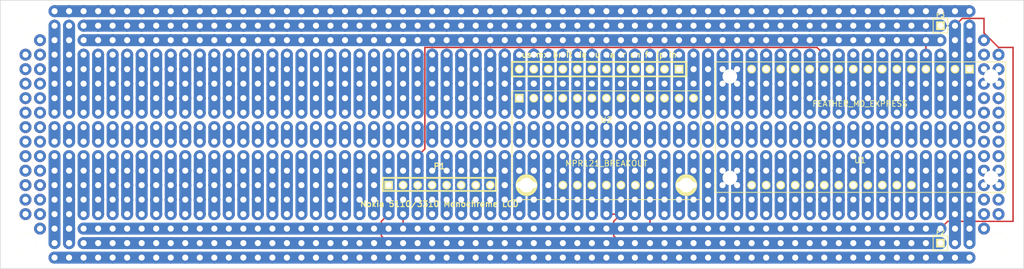
<source format=kicad_pcb>
(kicad_pcb (version 3) (host pcbnew "(2013-june-11)-stable")
  (layers (15 F.Cu signal) (6 Inner6.Cu signal) (5 Inner5.Cu signal) (4 Inner4.Cu signal) (3 Inner3.Cu signal) (2 Inner2.Cu signal) (1 Inner1.Cu signal) (0 B.Cu signal) (18 B.Paste user) (19 F.Paste user) (20 B.SilkS user) (21 F.SilkS user) (22 B.Mask user) (23 F.Mask user) (28 Edge.Cuts user))
  (net 0 "")
  (net 1 +3.3V)
  (net 2 /CLK)
  (net 3 /CS)
  (net 4 /DIN)
  (net 5 /D_C)
  (net 6 /LED)
  (net 7 /RST)
  (net 8 GND)
  (net 9 N-000001)
  (net 10 N-0000010)
  (net 11 N-0000011)
  (net 12 N-0000012)
  (net 13 N-0000013)
  (net 14 N-0000014)
  (net 15 N-0000015)
  (net 16 N-0000016)
  (net 17 N-0000017)
  (net 18 N-000002)
  (net 19 N-0000021)
  (net 20 N-0000023)
  (net 21 N-000003)
  (net 22 N-000004)
  (module MH (layer F.Cu) (at 35.56 58.42)
    (fp_text reference "" hide)
    (fp_text value "" hide)
    (pad "" np_thru_hole circle (at 0 0) (size 3.5 3.5) (drill 3.5) (layers *.Cu *.Mask F.SilkS))
  )
  (module MH (layer F.Cu) (at 205.74 58.42)
    (fp_text reference "" hide)
    (fp_text value "" hide)
    (pad "" np_thru_hole circle (at 0 0) (size 3.5 3.5) (drill 3.5) (layers *.Cu *.Mask F.SilkS))
  )
  (module MH (layer F.Cu) (at 205.74 96.52)
    (fp_text reference "" hide)
    (fp_text value "" hide)
    (pad "" np_thru_hole circle (at 0 0) (size 3.5 3.5) (drill 3.5) (layers *.Cu *.Mask F.SilkS))
  )
  (module MH (layer F.Cu) (at 35.56 96.52)
    (fp_text reference "" hide)
    (fp_text value "" hide)
    (pad "" np_thru_hole circle (at 0 0) (size 3.5 3.5) (drill 3.5) (layers *.Cu *.Mask F.SilkS))
  )
  (module ScrewTerm_2.54-12 (layer F.Cu) (at 135.89 66.04 180)
    (fp_text reference T1 hide)
    (fp_text value "us mx br it de ru na ir cn fr jp in" (at 0 2.54 180) (layer F.SilkS) (effects (font (size 1.016 1.016) (thickness 0.2032))))
    (pad 1 thru_hole rect (at -13.97 0 180) (size 1.524 1.524) (drill 1.016) (layers *.Cu *.Mask F.SilkS) (net 22 N-000004))
    (pad 2 thru_hole circle (at -11.43 0 180) (size 1.524 1.524) (drill 1.016) (layers *.Cu *.Mask F.SilkS) (net 21 N-000003))
    (pad 3 thru_hole circle (at -8.89 0 180) (size 1.524 1.524) (drill 1.016) (layers *.Cu *.Mask F.SilkS) (net 18 N-000002))
    (pad 4 thru_hole circle (at -6.35 0 180) (size 1.524 1.524) (drill 1.016) (layers *.Cu *.Mask F.SilkS) (net 9 N-000001))
    (pad 5 thru_hole circle (at -3.81 0 180) (size 1.524 1.524) (drill 1.016) (layers *.Cu *.Mask F.SilkS) (net 17 N-0000017))
    (pad 6 thru_hole circle (at -1.27 0 180) (size 1.524 1.524) (drill 1.016) (layers *.Cu *.Mask F.SilkS) (net 16 N-0000016))
    (pad 7 thru_hole circle (at 1.27 0 180) (size 1.524 1.524) (drill 1.016) (layers *.Cu *.Mask F.SilkS) (net 15 N-0000015))
    (pad 8 thru_hole circle (at 3.81 0 180) (size 1.524 1.524) (drill 1.016) (layers *.Cu *.Mask F.SilkS) (net 14 N-0000014))
    (pad 9 thru_hole circle (at 6.35 0 180) (size 1.524 1.524) (drill 1.016) (layers *.Cu *.Mask F.SilkS) (net 13 N-0000013))
    (pad 10 thru_hole circle (at 8.89 0 180) (size 1.524 1.524) (drill 1.016) (layers *.Cu *.Mask F.SilkS) (net 12 N-0000012))
    (pad 11 thru_hole circle (at 11.43 0 180) (size 1.524 1.524) (drill 1.016) (layers *.Cu *.Mask F.SilkS) (net 11 N-0000011))
    (pad 12 thru_hole circle (at 13.97 0 180) (size 1.524 1.524) (drill 1.016) (layers *.Cu *.Mask F.SilkS) (net 10 N-0000010))
  )
  (module MPR121_Breakout (layer F.Cu) (at 137.16 80.01)
    (fp_text reference U2 (at 0 -5.08) (layer F.SilkS))
    (fp_text value MPR121_BREAKOUT (at 0 2.54) (layer F.SilkS))
    (pad 1 thru_hole rect (at -15.24 -8.89) (size 1.524 1.524) (drill 1.016) (layers *.Cu *.Mask F.SilkS) (net 10 N-0000010))
    (pad 2 thru_hole circle (at -12.7 -8.89) (size 1.524 1.524) (drill 1.016) (layers *.Cu *.Mask F.SilkS) (net 11 N-0000011))
    (pad 3 thru_hole circle (at -10.16 -8.89) (size 1.524 1.524) (drill 1.016) (layers *.Cu *.Mask F.SilkS) (net 12 N-0000012))
    (pad 4 thru_hole circle (at -7.62 -8.89) (size 1.524 1.524) (drill 1.016) (layers *.Cu *.Mask F.SilkS) (net 13 N-0000013))
    (pad 5 thru_hole circle (at -5.08 -8.89) (size 1.524 1.524) (drill 1.016) (layers *.Cu *.Mask F.SilkS) (net 14 N-0000014))
    (pad 6 thru_hole circle (at -2.54 -8.89) (size 1.524 1.524) (drill 1.016) (layers *.Cu *.Mask F.SilkS) (net 15 N-0000015))
    (pad 7 thru_hole circle (at 0 -8.89) (size 1.524 1.524) (drill 1.016) (layers *.Cu *.Mask F.SilkS) (net 16 N-0000016))
    (pad 8 thru_hole circle (at 2.54 -8.89) (size 1.524 1.524) (drill 1.016) (layers *.Cu *.Mask F.SilkS) (net 17 N-0000017))
    (pad 9 thru_hole circle (at 5.08 -8.89) (size 1.524 1.524) (drill 1.016) (layers *.Cu *.Mask F.SilkS) (net 9 N-000001))
    (pad 10 thru_hole circle (at 7.62 -8.89) (size 1.524 1.524) (drill 1.016) (layers *.Cu *.Mask F.SilkS) (net 18 N-000002))
    (pad 11 thru_hole circle (at 10.16 -8.89) (size 1.524 1.524) (drill 1.016) (layers *.Cu *.Mask F.SilkS) (net 21 N-000003))
    (pad 12 thru_hole circle (at 12.7 -8.89) (size 1.524 1.524) (drill 1.016) (layers *.Cu *.Mask F.SilkS) (net 22 N-000004))
    (pad 13 thru_hole circle (at 15.24 -8.89) (size 1.524 1.524) (drill 1.016) (layers *.Cu *.Mask F.SilkS) (net 8 GND))
    (pad 14 thru_hole circle (at 7.62 6.35) (size 1.524 1.524) (drill 1.016) (layers *.Cu *.Mask F.SilkS) (net 1 +3.3V))
    (pad 15 thru_hole circle (at 5.08 6.35) (size 1.524 1.524) (drill 1.016) (layers *.Cu *.Mask F.SilkS))
    (pad 16 thru_hole circle (at 2.54 6.35) (size 1.524 1.524) (drill 1.016) (layers *.Cu *.Mask F.SilkS) (net 8 GND))
    (pad 17 thru_hole circle (at 0 6.35) (size 1.524 1.524) (drill 1.016) (layers *.Cu *.Mask F.SilkS) (net 8 GND))
    (pad 18 thru_hole circle (at -2.54 6.35) (size 1.524 1.524) (drill 1.016) (layers *.Cu *.Mask F.SilkS) (net 19 N-0000021))
    (pad 19 thru_hole circle (at -5.08 6.35) (size 1.524 1.524) (drill 1.016) (layers *.Cu *.Mask F.SilkS) (net 20 N-0000023))
    (pad 20 thru_hole circle (at -7.62 6.35) (size 1.524 1.524) (drill 1.016) (layers *.Cu *.Mask F.SilkS))
    (pad "" thru_hole circle (at -13.97 6.35) (size 3.81 3.81) (drill 2.54) (layers *.Cu *.Mask F.SilkS))
    (pad "" thru_hole circle (at 13.97 6.35) (size 3.81 3.81) (drill 2.54) (layers *.Cu *.Mask F.SilkS))
  )
  (module AdafruitFeather (layer F.Cu) (at 181.61 76.2 180)
    (fp_text reference U1 (at 0.1 -5.8 180) (layer F.SilkS))
    (fp_text value FEATHER_M0_EXPRESS (at 0.1 4.1 180) (layer F.SilkS))
    (pad "" np_thru_hole circle (at -22.86 -8.89 180) (size 2.54 2.54) (drill 2.54) (layers *.Cu *.Mask F.SilkS))
    (pad "" np_thru_hole circle (at -22.86 8.89 180) (size 2.54 2.54) (drill 2.54) (layers *.Cu *.Mask F.SilkS))
    (pad "" np_thru_hole circle (at 22.86 -8.89 180) (size 2.54 2.54) (drill 2.54) (layers *.Cu *.Mask F.SilkS))
    (pad "" np_thru_hole circle (at 22.86 8.89 180) (size 2.54 2.54) (drill 2.54) (layers *.Cu *.Mask F.SilkS))
    (pad 1 thru_hole rect (at -19.05 10.16 180) (size 1.524 1.524) (drill 1.016) (layers *.Cu *.Mask F.SilkS))
    (pad 2 thru_hole circle (at -16.51 10.16 180) (size 1.524 1.524) (drill 1.016) (layers *.Cu *.Mask F.SilkS) (net 1 +3.3V))
    (pad 3 thru_hole circle (at -13.97 10.16 180) (size 1.524 1.524) (drill 1.016) (layers *.Cu *.Mask F.SilkS))
    (pad 4 thru_hole circle (at -11.43 10.16 180) (size 1.524 1.524) (drill 1.016) (layers *.Cu *.Mask F.SilkS) (net 8 GND))
    (pad 5 thru_hole circle (at -8.89 10.16 180) (size 1.524 1.524) (drill 1.016) (layers *.Cu *.Mask F.SilkS))
    (pad 6 thru_hole circle (at -6.35 10.16 180) (size 1.524 1.524) (drill 1.016) (layers *.Cu *.Mask F.SilkS))
    (pad 7 thru_hole circle (at -3.81 10.16 180) (size 1.524 1.524) (drill 1.016) (layers *.Cu *.Mask F.SilkS))
    (pad 8 thru_hole circle (at -1.27 10.16 180) (size 1.524 1.524) (drill 1.016) (layers *.Cu *.Mask F.SilkS))
    (pad 9 thru_hole circle (at 1.27 10.16 180) (size 1.524 1.524) (drill 1.016) (layers *.Cu *.Mask F.SilkS))
    (pad 10 thru_hole circle (at 3.81 10.16 180) (size 1.524 1.524) (drill 1.016) (layers *.Cu *.Mask F.SilkS))
    (pad 11 thru_hole circle (at 6.35 10.16 180) (size 1.524 1.524) (drill 1.016) (layers *.Cu *.Mask F.SilkS) (net 2 /CLK))
    (pad 12 thru_hole circle (at 8.89 10.16 180) (size 1.524 1.524) (drill 1.016) (layers *.Cu *.Mask F.SilkS) (net 4 /DIN))
    (pad 13 thru_hole circle (at 11.43 10.16 180) (size 1.524 1.524) (drill 1.016) (layers *.Cu *.Mask F.SilkS))
    (pad 14 thru_hole circle (at 13.97 10.16 180) (size 1.524 1.524) (drill 1.016) (layers *.Cu *.Mask F.SilkS))
    (pad 15 thru_hole circle (at 16.51 10.16 180) (size 1.524 1.524) (drill 1.016) (layers *.Cu *.Mask F.SilkS))
    (pad 16 thru_hole circle (at 19.05 10.16 180) (size 1.524 1.524) (drill 1.016) (layers *.Cu *.Mask F.SilkS) (net 8 GND))
    (pad 17 thru_hole circle (at 19.05 -10.16 180) (size 1.524 1.524) (drill 1.016) (layers *.Cu *.Mask F.SilkS) (net 19 N-0000021))
    (pad 18 thru_hole circle (at 16.51 -10.16 180) (size 1.524 1.524) (drill 1.016) (layers *.Cu *.Mask F.SilkS) (net 20 N-0000023))
    (pad 19 thru_hole circle (at 13.97 -10.16 180) (size 1.524 1.524) (drill 1.016) (layers *.Cu *.Mask F.SilkS) (net 6 /LED))
    (pad 20 thru_hole circle (at 11.43 -10.16 180) (size 1.524 1.524) (drill 1.016) (layers *.Cu *.Mask F.SilkS) (net 7 /RST))
    (pad 21 thru_hole circle (at 8.89 -10.16 180) (size 1.524 1.524) (drill 1.016) (layers *.Cu *.Mask F.SilkS))
    (pad 22 thru_hole circle (at 6.35 -10.16 180) (size 1.524 1.524) (drill 1.016) (layers *.Cu *.Mask F.SilkS) (net 3 /CS))
    (pad 23 thru_hole circle (at 3.81 -10.16 180) (size 1.524 1.524) (drill 1.016) (layers *.Cu *.Mask F.SilkS) (net 5 /D_C))
    (pad 24 thru_hole circle (at 1.27 -10.16 180) (size 1.524 1.524) (drill 1.016) (layers *.Cu *.Mask F.SilkS))
    (pad 25 thru_hole circle (at -1.27 -10.16 180) (size 1.524 1.524) (drill 1.016) (layers *.Cu *.Mask F.SilkS))
    (pad 26 thru_hole circle (at -3.81 -10.16 180) (size 1.524 1.524) (drill 1.016) (layers *.Cu *.Mask F.SilkS))
    (pad 27 thru_hole circle (at -6.35 -10.16 180) (size 1.524 1.524) (drill 1.016) (layers *.Cu *.Mask F.SilkS))
    (pad 28 thru_hole circle (at -8.89 -10.16 180) (size 1.524 1.524) (drill 1.016) (layers *.Cu *.Mask F.SilkS))
  )
  (module PIN_ARRAY_1 (layer F.Cu) (at 195.58 96.52)
    (fp_text reference P2 (at 0 -1.905) (layer F.SilkS) (effects (font (size 0.762 0.762) (thickness 0.1524))))
    (fp_text value CONN_1 hide)
    (pad 1 thru_hole rect (at 0 0) (size 1.524 1.524) (drill 1.016) (layers *.Cu *.Mask F.SilkS) (net 8 GND))
  )
  (module PIN_ARRAY_1 (layer F.Cu) (at 195.58 58.42)
    (fp_text reference P3 (at 0 -1.905) (layer F.SilkS) (effects (font (size 0.762 0.762) (thickness 0.1524))))
    (fp_text value CONN_1 hide)
    (pad 1 thru_hole rect (at 0 0) (size 1.524 1.524) (drill 1.016) (layers *.Cu *.Mask F.SilkS) (net 1 +3.3V))
  )
  (module pin_array_8x1 (layer F.Cu) (at 107.95 86.36)
    (fp_text reference P1 (at 0 -3.302) (layer F.SilkS) (effects (font (size 1.016 1.016) (thickness 0.2032))))
    (fp_text value "Nokia 5110/3310 Monochrome LCD" (at 0 3.302) (layer F.SilkS) (effects (font (size 1.016 1.016) (thickness 0.2032))))
    (pad 1 thru_hole rect (at -8.89 0) (size 1.524 1.524) (drill 1.016) (layers *.Cu *.Mask F.SilkS) (net 8 GND))
    (pad 2 thru_hole circle (at -6.35 0) (size 1.524 1.524) (drill 1.016) (layers *.Cu *.Mask F.SilkS) (net 1 +3.3V))
    (pad 3 thru_hole circle (at -3.81 0) (size 1.524 1.524) (drill 1.016) (layers *.Cu *.Mask F.SilkS) (net 2 /CLK))
    (pad 4 thru_hole circle (at -1.27 0) (size 1.524 1.524) (drill 1.016) (layers *.Cu *.Mask F.SilkS) (net 4 /DIN))
    (pad 5 thru_hole circle (at 1.27 0) (size 1.524 1.524) (drill 1.016) (layers *.Cu *.Mask F.SilkS) (net 5 /D_C))
    (pad 6 thru_hole circle (at 3.81 0) (size 1.524 1.524) (drill 1.016) (layers *.Cu *.Mask F.SilkS) (net 3 /CS))
    (pad 7 thru_hole circle (at 6.35 0) (size 1.524 1.524) (drill 1.016) (layers *.Cu *.Mask F.SilkS) (net 7 /RST))
    (pad 8 thru_hole circle (at 8.89 0) (size 1.524 1.524) (drill 1.016) (layers *.Cu *.Mask F.SilkS) (net 6 /LED))
  )
  (gr_line (start 31.15 100.97) (end 31.15 53.97) (angle 90) (layer Edge.Cuts) (width 0.1))
  (gr_line (start 210.15 100.97) (end 31.15 100.97) (angle 90) (layer Edge.Cuts) (width 0.1))
  (gr_line (start 210.15 53.97) (end 210.15 100.97) (angle 90) (layer Edge.Cuts) (width 0.1))
  (gr_line (start 31.15 53.97) (end 210.15 53.97) (angle 90) (layer Edge.Cuts) (width 0.1))
  (via (at 127 88.9) (size 2.1) (drill 1.07) (layers F.Cu B.Cu) (net 0))
  (via (at 127 86.36) (size 2.1) (drill 1.07) (layers F.Cu B.Cu) (net 0))
  (via (at 127 83.82) (size 2.1) (drill 1.07) (layers F.Cu B.Cu) (net 0))
  (via (at 127 81.28) (size 2.1) (drill 1.07) (layers F.Cu B.Cu) (net 0))
  (segment (start 127 86.36) (end 127 88.9) (width 2.1) (layer B.Cu) (net 0))
  (segment (start 127 91.44) (end 127 88.9) (width 2.1) (layer B.Cu) (net 0))
  (via (at 127 91.44) (size 2.1) (drill 1.07) (layers F.Cu B.Cu) (net 0))
  (segment (start 127 83.82) (end 127 81.28) (width 2.1) (layer B.Cu) (net 0))
  (segment (start 127 83.82) (end 127 86.36) (width 2.1) (layer B.Cu) (net 0))
  (segment (start 187.96 76.2) (end 187.96 78.74) (width 2.1) (layer B.Cu) (net 0))
  (via (at 187.96 78.74) (size 2.1) (drill 1.07) (layers F.Cu B.Cu) (net 0))
  (via (at 187.96 76.2) (size 2.1) (drill 1.07) (layers F.Cu B.Cu) (net 0))
  (via (at 180.34 76.2) (size 2.1) (drill 1.07) (layers F.Cu B.Cu) (net 0))
  (via (at 180.34 78.74) (size 2.1) (drill 1.07) (layers F.Cu B.Cu) (net 0))
  (segment (start 180.34 78.74) (end 180.34 76.2) (width 2.1) (layer B.Cu) (net 0))
  (via (at 205.74 63.5) (size 2.1) (drill 1.07) (layers F.Cu B.Cu) (net 0))
  (via (at 205.74 66.04) (size 2.1) (drill 1.07) (layers F.Cu B.Cu) (net 0))
  (via (at 205.74 68.58) (size 2.1) (drill 1.07) (layers F.Cu B.Cu) (net 0))
  (via (at 205.74 71.12) (size 2.1) (drill 1.07) (layers F.Cu B.Cu) (net 0))
  (via (at 205.74 73.66) (size 2.1) (drill 1.07) (layers F.Cu B.Cu) (net 0))
  (via (at 205.74 76.2) (size 2.1) (drill 1.07) (layers F.Cu B.Cu) (net 0))
  (via (at 205.74 78.74) (size 2.1) (drill 1.07) (layers F.Cu B.Cu) (net 0))
  (via (at 205.74 81.28) (size 2.1) (drill 1.07) (layers F.Cu B.Cu) (net 0))
  (via (at 205.74 83.82) (size 2.1) (drill 1.07) (layers F.Cu B.Cu) (net 0))
  (via (at 205.74 86.36) (size 2.1) (drill 1.07) (layers F.Cu B.Cu) (net 0))
  (via (at 205.74 88.9) (size 2.1) (drill 1.07) (layers F.Cu B.Cu) (net 0))
  (via (at 205.74 91.44) (size 2.1) (drill 1.07) (layers F.Cu B.Cu) (net 0))
  (via (at 203.2 60.96) (size 2.1) (drill 1.07) (layers F.Cu B.Cu) (net 0))
  (via (at 203.2 63.5) (size 2.1) (drill 1.07) (layers F.Cu B.Cu) (net 0))
  (via (at 203.2 66.04) (size 2.1) (drill 1.07) (layers F.Cu B.Cu) (net 0))
  (via (at 203.2 68.58) (size 2.1) (drill 1.07) (layers F.Cu B.Cu) (net 0))
  (via (at 203.2 71.12) (size 2.1) (drill 1.07) (layers F.Cu B.Cu) (net 0))
  (via (at 203.2 73.66) (size 2.1) (drill 1.07) (layers F.Cu B.Cu) (net 0))
  (via (at 203.2 76.2) (size 2.1) (drill 1.07) (layers F.Cu B.Cu) (net 0))
  (via (at 203.2 78.74) (size 2.1) (drill 1.07) (layers F.Cu B.Cu) (net 0))
  (via (at 203.2 81.28) (size 2.1) (drill 1.07) (layers F.Cu B.Cu) (net 0))
  (via (at 203.2 83.82) (size 2.1) (drill 1.07) (layers F.Cu B.Cu) (net 0))
  (via (at 203.2 86.36) (size 2.1) (drill 1.07) (layers F.Cu B.Cu) (net 0))
  (via (at 203.2 88.9) (size 2.1) (drill 1.07) (layers F.Cu B.Cu) (net 0))
  (via (at 203.2 91.44) (size 2.1) (drill 1.07) (layers F.Cu B.Cu) (net 0))
  (via (at 203.2 93.98) (size 2.1) (drill 1.07) (layers F.Cu B.Cu) (net 0))
  (via (at 35.56 91.44) (size 2.1) (drill 1.07) (layers F.Cu B.Cu) (net 0))
  (via (at 35.56 88.9) (size 2.1) (drill 1.07) (layers F.Cu B.Cu) (net 0))
  (via (at 35.56 86.36) (size 2.1) (drill 1.07) (layers F.Cu B.Cu) (net 0))
  (via (at 35.56 83.82) (size 2.1) (drill 1.07) (layers F.Cu B.Cu) (net 0))
  (via (at 35.56 81.28) (size 2.1) (drill 1.07) (layers F.Cu B.Cu) (net 0))
  (via (at 35.56 78.74) (size 2.1) (drill 1.07) (layers F.Cu B.Cu) (net 0))
  (via (at 35.56 76.2) (size 2.1) (drill 1.07) (layers F.Cu B.Cu) (net 0))
  (via (at 35.56 73.66) (size 2.1) (drill 1.07) (layers F.Cu B.Cu) (net 0))
  (via (at 35.56 71.12) (size 2.1) (drill 1.07) (layers F.Cu B.Cu) (net 0))
  (via (at 35.56 68.58) (size 2.1) (drill 1.07) (layers F.Cu B.Cu) (net 0))
  (via (at 35.56 66.04) (size 2.1) (drill 1.07) (layers F.Cu B.Cu) (net 0))
  (via (at 35.56 63.5) (size 2.1) (drill 1.07) (layers F.Cu B.Cu) (net 0))
  (via (at 38.1 93.98) (size 2.1) (drill 1.07) (layers F.Cu B.Cu) (net 0))
  (via (at 38.1 91.44) (size 2.1) (drill 1.07) (layers F.Cu B.Cu) (net 0))
  (via (at 38.1 88.9) (size 2.1) (drill 1.07) (layers F.Cu B.Cu) (net 0))
  (via (at 38.1 86.36) (size 2.1) (drill 1.07) (layers F.Cu B.Cu) (net 0))
  (via (at 38.1 83.82) (size 2.1) (drill 1.07) (layers F.Cu B.Cu) (net 0))
  (via (at 38.1 81.28) (size 2.1) (drill 1.07) (layers F.Cu B.Cu) (net 0))
  (via (at 38.1 78.74) (size 2.1) (drill 1.07) (layers F.Cu B.Cu) (net 0))
  (via (at 38.1 76.2) (size 2.1) (drill 1.07) (layers F.Cu B.Cu) (net 0))
  (via (at 38.1 73.66) (size 2.1) (drill 1.07) (layers F.Cu B.Cu) (net 0))
  (via (at 38.1 71.12) (size 2.1) (drill 1.07) (layers F.Cu B.Cu) (net 0))
  (via (at 38.1 68.58) (size 2.1) (drill 1.07) (layers F.Cu B.Cu) (net 0))
  (via (at 38.1 66.04) (size 2.1) (drill 1.07) (layers F.Cu B.Cu) (net 0))
  (via (at 38.1 63.5) (size 2.1) (drill 1.07) (layers F.Cu B.Cu) (net 0))
  (via (at 38.1 60.96) (size 2.1) (drill 1.07) (layers F.Cu B.Cu) (net 0))
  (segment (start 48.26 99.06) (end 50.8 99.06) (width 2.1) (layer B.Cu) (net 0))
  (segment (start 50.8 99.06) (end 53.34 99.06) (width 2.1) (layer B.Cu) (net 0))
  (segment (start 53.34 99.06) (end 55.88 99.06) (width 2.1) (layer B.Cu) (net 0))
  (segment (start 55.88 99.06) (end 58.42 99.06) (width 2.1) (layer B.Cu) (net 0))
  (segment (start 58.42 99.06) (end 60.96 99.06) (width 2.1) (layer B.Cu) (net 0))
  (segment (start 60.96 99.06) (end 63.5 99.06) (width 2.1) (layer B.Cu) (net 0))
  (segment (start 63.5 99.06) (end 66.04 99.06) (width 2.1) (layer B.Cu) (net 0))
  (segment (start 66.04 99.06) (end 68.58 99.06) (width 2.1) (layer B.Cu) (net 0))
  (segment (start 68.58 99.06) (end 71.12 99.06) (width 2.1) (layer B.Cu) (net 0))
  (segment (start 71.12 99.06) (end 73.66 99.06) (width 2.1) (layer B.Cu) (net 0))
  (segment (start 73.66 99.06) (end 76.2 99.06) (width 2.1) (layer B.Cu) (net 0))
  (segment (start 76.2 99.06) (end 78.74 99.06) (width 2.1) (layer B.Cu) (net 0))
  (segment (start 78.74 99.06) (end 81.28 99.06) (width 2.1) (layer B.Cu) (net 0))
  (segment (start 81.28 99.06) (end 83.82 99.06) (width 2.1) (layer B.Cu) (net 0))
  (segment (start 83.82 99.06) (end 86.36 99.06) (width 2.1) (layer B.Cu) (net 0))
  (segment (start 86.36 99.06) (end 88.9 99.06) (width 2.1) (layer B.Cu) (net 0))
  (segment (start 88.9 99.06) (end 91.44 99.06) (width 2.1) (layer B.Cu) (net 0))
  (segment (start 91.44 99.06) (end 93.98 99.06) (width 2.1) (layer B.Cu) (net 0))
  (segment (start 93.98 99.06) (end 96.52 99.06) (width 2.1) (layer B.Cu) (net 0))
  (segment (start 96.52 99.06) (end 99.06 99.06) (width 2.1) (layer B.Cu) (net 0))
  (segment (start 99.06 99.06) (end 101.6 99.06) (width 2.1) (layer B.Cu) (net 0))
  (segment (start 101.6 99.06) (end 104.14 99.06) (width 2.1) (layer B.Cu) (net 0))
  (segment (start 104.14 99.06) (end 106.68 99.06) (width 2.1) (layer B.Cu) (net 0))
  (segment (start 106.68 99.06) (end 109.22 99.06) (width 2.1) (layer B.Cu) (net 0))
  (segment (start 109.22 99.06) (end 111.76 99.06) (width 2.1) (layer B.Cu) (net 0))
  (segment (start 111.76 99.06) (end 114.3 99.06) (width 2.1) (layer B.Cu) (net 0))
  (segment (start 114.3 99.06) (end 116.84 99.06) (width 2.1) (layer B.Cu) (net 0))
  (segment (start 116.84 99.06) (end 119.38 99.06) (width 2.1) (layer B.Cu) (net 0))
  (segment (start 119.38 99.06) (end 121.92 99.06) (width 2.1) (layer B.Cu) (net 0))
  (segment (start 121.92 99.06) (end 124.46 99.06) (width 2.1) (layer B.Cu) (net 0))
  (segment (start 124.46 99.06) (end 127 99.06) (width 2.1) (layer B.Cu) (net 0))
  (segment (start 127 99.06) (end 129.54 99.06) (width 2.1) (layer B.Cu) (net 0))
  (segment (start 129.54 99.06) (end 132.08 99.06) (width 2.1) (layer B.Cu) (net 0))
  (segment (start 132.08 99.06) (end 134.62 99.06) (width 2.1) (layer B.Cu) (net 0))
  (segment (start 134.62 99.06) (end 137.16 99.06) (width 2.1) (layer B.Cu) (net 0))
  (segment (start 137.16 99.06) (end 139.7 99.06) (width 2.1) (layer B.Cu) (net 0))
  (segment (start 139.7 99.06) (end 142.14 99.06) (width 2.1) (layer B.Cu) (net 0))
  (segment (start 142.14 99.06) (end 144.78 99.06) (width 2.1) (layer B.Cu) (net 0))
  (segment (start 144.78 99.06) (end 147.32 99.06) (width 2.1) (layer B.Cu) (net 0))
  (segment (start 147.32 99.06) (end 149.86 99.06) (width 2.1) (layer B.Cu) (net 0))
  (segment (start 149.86 99.06) (end 152.4 99.06) (width 2.1) (layer B.Cu) (net 0))
  (segment (start 152.4 99.06) (end 154.94 99.06) (width 2.1) (layer B.Cu) (net 0))
  (segment (start 154.94 99.06) (end 157.48 99.06) (width 2.1) (layer B.Cu) (net 0))
  (segment (start 157.48 99.06) (end 160.02 99.06) (width 2.1) (layer B.Cu) (net 0))
  (segment (start 160.02 99.06) (end 162.56 99.06) (width 2.1) (layer B.Cu) (net 0))
  (segment (start 162.56 99.06) (end 165.1 99.06) (width 2.1) (layer B.Cu) (net 0))
  (segment (start 165.1 99.06) (end 167.64 99.06) (width 2.1) (layer B.Cu) (net 0))
  (segment (start 167.64 99.06) (end 170.18 99.06) (width 2.1) (layer B.Cu) (net 0))
  (segment (start 170.18 99.06) (end 172.72 99.06) (width 2.1) (layer B.Cu) (net 0))
  (segment (start 172.72 99.06) (end 175.26 99.06) (width 2.1) (layer B.Cu) (net 0))
  (segment (start 175.26 99.06) (end 177.8 99.06) (width 2.1) (layer B.Cu) (net 0))
  (segment (start 177.8 99.06) (end 180.34 99.06) (width 2.1) (layer B.Cu) (net 0))
  (segment (start 180.34 99.06) (end 182.88 99.06) (width 2.1) (layer B.Cu) (net 0))
  (segment (start 182.88 99.06) (end 185.42 99.06) (width 2.1) (layer B.Cu) (net 0))
  (segment (start 185.42 99.06) (end 187.96 99.06) (width 2.1) (layer B.Cu) (net 0))
  (segment (start 187.96 99.06) (end 190.5 99.06) (width 2.1) (layer B.Cu) (net 0))
  (segment (start 190.5 99.06) (end 193.04 99.06) (width 2.1) (layer B.Cu) (net 0))
  (segment (start 193.04 99.06) (end 195.58 99.06) (width 2.1) (layer B.Cu) (net 0))
  (segment (start 195.58 99.06) (end 198.12 99.06) (width 2.1) (layer B.Cu) (net 0))
  (segment (start 198.12 99.06) (end 200.66 99.06) (width 2.1) (layer B.Cu) (net 0))
  (segment (start 45.72 99.06) (end 43.18 99.06) (width 2.1) (layer B.Cu) (net 0))
  (segment (start 40.64 99.06) (end 43.18 99.06) (width 2.1) (layer B.Cu) (net 0))
  (via (at 40.64 99.06) (size 2.1) (drill 1.07) (layers F.Cu B.Cu) (net 0))
  (via (at 43.18 99.06) (size 2.1) (drill 1.07) (layers F.Cu B.Cu) (net 0))
  (segment (start 45.72 99.06) (end 48.26 99.06) (width 2.1) (layer B.Cu) (net 0))
  (via (at 200.66 99.06) (size 2.1) (drill 1.07) (layers F.Cu B.Cu) (net 0))
  (via (at 198.12 99.06) (size 2.1) (drill 1.07) (layers F.Cu B.Cu) (net 0))
  (via (at 195.58 99.06) (size 2.1) (drill 1.07) (layers F.Cu B.Cu) (net 0))
  (via (at 193.04 99.06) (size 2.1) (drill 1.07) (layers F.Cu B.Cu) (net 0))
  (via (at 190.5 99.06) (size 2.1) (drill 1.07) (layers F.Cu B.Cu) (net 0))
  (via (at 187.96 99.06) (size 2.1) (drill 1.07) (layers F.Cu B.Cu) (net 0))
  (via (at 185.42 99.06) (size 2.1) (drill 1.07) (layers F.Cu B.Cu) (net 0))
  (via (at 182.88 99.06) (size 2.1) (drill 1.07) (layers F.Cu B.Cu) (net 0))
  (via (at 180.34 99.06) (size 2.1) (drill 1.07) (layers F.Cu B.Cu) (net 0))
  (via (at 177.8 99.06) (size 2.1) (drill 1.07) (layers F.Cu B.Cu) (net 0))
  (via (at 175.26 99.06) (size 2.1) (drill 1.07) (layers F.Cu B.Cu) (net 0))
  (via (at 172.72 99.06) (size 2.1) (drill 1.07) (layers F.Cu B.Cu) (net 0))
  (via (at 170.18 99.06) (size 2.1) (drill 1.07) (layers F.Cu B.Cu) (net 0))
  (via (at 167.64 99.06) (size 2.1) (drill 1.07) (layers F.Cu B.Cu) (net 0))
  (via (at 165.1 99.06) (size 2.1) (drill 1.07) (layers F.Cu B.Cu) (net 0))
  (via (at 162.56 99.06) (size 2.1) (drill 1.07) (layers F.Cu B.Cu) (net 0))
  (via (at 160.02 99.06) (size 2.1) (drill 1.07) (layers F.Cu B.Cu) (net 0))
  (via (at 157.48 99.06) (size 2.1) (drill 1.07) (layers F.Cu B.Cu) (net 0))
  (via (at 154.94 99.06) (size 2.1) (drill 1.07) (layers F.Cu B.Cu) (net 0))
  (via (at 152.4 99.06) (size 2.1) (drill 1.07) (layers F.Cu B.Cu) (net 0))
  (via (at 149.86 99.06) (size 2.1) (drill 1.07) (layers F.Cu B.Cu) (net 0))
  (via (at 147.32 99.06) (size 2.1) (drill 1.07) (layers F.Cu B.Cu) (net 0))
  (via (at 144.78 99.06) (size 2.1) (drill 1.07) (layers F.Cu B.Cu) (net 0))
  (via (at 142.14 99.06) (size 2.1) (drill 1.07) (layers F.Cu B.Cu) (net 0))
  (via (at 139.7 99.06) (size 2.1) (drill 1.07) (layers F.Cu B.Cu) (net 0))
  (via (at 137.16 99.06) (size 2.1) (drill 1.07) (layers F.Cu B.Cu) (net 0))
  (via (at 134.62 99.06) (size 2.1) (drill 1.07) (layers F.Cu B.Cu) (net 0))
  (via (at 132.08 99.06) (size 2.1) (drill 1.07) (layers F.Cu B.Cu) (net 0))
  (via (at 129.54 99.06) (size 2.1) (drill 1.07) (layers F.Cu B.Cu) (net 0))
  (via (at 127 99.06) (size 2.1) (drill 1.07) (layers F.Cu B.Cu) (net 0))
  (via (at 124.46 99.06) (size 2.1) (drill 1.07) (layers F.Cu B.Cu) (net 0))
  (via (at 121.92 99.06) (size 2.1) (drill 1.07) (layers F.Cu B.Cu) (net 0))
  (via (at 119.38 99.06) (size 2.1) (drill 1.07) (layers F.Cu B.Cu) (net 0))
  (via (at 116.84 99.06) (size 2.1) (drill 1.07) (layers F.Cu B.Cu) (net 0))
  (via (at 114.3 99.06) (size 2.1) (drill 1.07) (layers F.Cu B.Cu) (net 0))
  (via (at 111.76 99.06) (size 2.1) (drill 1.07) (layers F.Cu B.Cu) (net 0))
  (via (at 109.22 99.06) (size 2.1) (drill 1.07) (layers F.Cu B.Cu) (net 0))
  (via (at 106.68 99.06) (size 2.1) (drill 1.07) (layers F.Cu B.Cu) (net 0))
  (via (at 104.14 99.06) (size 2.1) (drill 1.07) (layers F.Cu B.Cu) (net 0))
  (via (at 101.6 99.06) (size 2.1) (drill 1.07) (layers F.Cu B.Cu) (net 0))
  (via (at 99.06 99.06) (size 2.1) (drill 1.07) (layers F.Cu B.Cu) (net 0))
  (via (at 96.52 99.06) (size 2.1) (drill 1.07) (layers F.Cu B.Cu) (net 0))
  (via (at 93.98 99.06) (size 2.1) (drill 1.07) (layers F.Cu B.Cu) (net 0))
  (via (at 91.44 99.06) (size 2.1) (drill 1.07) (layers F.Cu B.Cu) (net 0))
  (via (at 88.9 99.06) (size 2.1) (drill 1.07) (layers F.Cu B.Cu) (net 0))
  (via (at 86.36 99.06) (size 2.1) (drill 1.07) (layers F.Cu B.Cu) (net 0))
  (via (at 83.82 99.06) (size 2.1) (drill 1.07) (layers F.Cu B.Cu) (net 0))
  (via (at 81.28 99.06) (size 2.1) (drill 1.07) (layers F.Cu B.Cu) (net 0))
  (via (at 78.74 99.06) (size 2.1) (drill 1.07) (layers F.Cu B.Cu) (net 0))
  (via (at 76.2 99.06) (size 2.1) (drill 1.07) (layers F.Cu B.Cu) (net 0))
  (via (at 73.66 99.06) (size 2.1) (drill 1.07) (layers F.Cu B.Cu) (net 0))
  (via (at 71.12 99.06) (size 2.1) (drill 1.07) (layers F.Cu B.Cu) (net 0))
  (via (at 68.58 99.06) (size 2.1) (drill 1.07) (layers F.Cu B.Cu) (net 0))
  (via (at 66.04 99.06) (size 2.1) (drill 1.07) (layers F.Cu B.Cu) (net 0))
  (via (at 63.5 99.06) (size 2.1) (drill 1.07) (layers F.Cu B.Cu) (net 0))
  (via (at 60.96 99.06) (size 2.1) (drill 1.07) (layers F.Cu B.Cu) (net 0))
  (via (at 58.42 99.06) (size 2.1) (drill 1.07) (layers F.Cu B.Cu) (net 0))
  (via (at 55.88 99.06) (size 2.1) (drill 1.07) (layers F.Cu B.Cu) (net 0))
  (via (at 53.34 99.06) (size 2.1) (drill 1.07) (layers F.Cu B.Cu) (net 0))
  (via (at 50.8 99.06) (size 2.1) (drill 1.07) (layers F.Cu B.Cu) (net 0))
  (via (at 48.26 99.06) (size 2.1) (drill 1.07) (layers F.Cu B.Cu) (net 0))
  (via (at 45.72 99.06) (size 2.1) (drill 1.07) (layers F.Cu B.Cu) (net 0))
  (via (at 43.18 93.98) (size 2.1) (drill 1.07) (layers F.Cu B.Cu) (net 0))
  (segment (start 43.18 93.98) (end 43.18 96.52) (width 2.1) (layer B.Cu) (net 0))
  (via (at 43.18 96.52) (size 2.1) (drill 1.07) (layers F.Cu B.Cu) (net 0))
  (segment (start 45.72 83.82) (end 45.72 86.36) (width 2.1) (layer B.Cu) (net 0))
  (segment (start 45.72 83.82) (end 45.72 81.28) (width 2.1) (layer B.Cu) (net 0))
  (via (at 45.72 91.44) (size 2.1) (drill 1.07) (layers F.Cu B.Cu) (net 0))
  (segment (start 45.72 91.44) (end 45.72 88.9) (width 2.1) (layer B.Cu) (net 0))
  (segment (start 45.72 86.36) (end 45.72 88.9) (width 2.1) (layer B.Cu) (net 0))
  (via (at 45.72 81.28) (size 2.1) (drill 1.07) (layers F.Cu B.Cu) (net 0))
  (via (at 45.72 83.82) (size 2.1) (drill 1.07) (layers F.Cu B.Cu) (net 0))
  (via (at 45.72 86.36) (size 2.1) (drill 1.07) (layers F.Cu B.Cu) (net 0))
  (via (at 45.72 88.9) (size 2.1) (drill 1.07) (layers F.Cu B.Cu) (net 0))
  (via (at 48.26 88.9) (size 2.1) (drill 1.07) (layers F.Cu B.Cu) (net 0))
  (via (at 48.26 86.36) (size 2.1) (drill 1.07) (layers F.Cu B.Cu) (net 0))
  (via (at 48.26 83.82) (size 2.1) (drill 1.07) (layers F.Cu B.Cu) (net 0))
  (via (at 48.26 81.28) (size 2.1) (drill 1.07) (layers F.Cu B.Cu) (net 0))
  (segment (start 48.26 86.36) (end 48.26 88.9) (width 2.1) (layer B.Cu) (net 0))
  (segment (start 48.26 91.44) (end 48.26 88.9) (width 2.1) (layer B.Cu) (net 0))
  (via (at 48.26 91.44) (size 2.1) (drill 1.07) (layers F.Cu B.Cu) (net 0))
  (segment (start 48.26 83.82) (end 48.26 81.28) (width 2.1) (layer B.Cu) (net 0))
  (segment (start 48.26 83.82) (end 48.26 86.36) (width 2.1) (layer B.Cu) (net 0))
  (segment (start 53.34 83.82) (end 53.34 86.36) (width 2.1) (layer B.Cu) (net 0))
  (segment (start 53.34 83.82) (end 53.34 81.28) (width 2.1) (layer B.Cu) (net 0))
  (via (at 53.34 91.44) (size 2.1) (drill 1.07) (layers F.Cu B.Cu) (net 0))
  (segment (start 53.34 91.44) (end 53.34 88.9) (width 2.1) (layer B.Cu) (net 0))
  (segment (start 53.34 86.36) (end 53.34 88.9) (width 2.1) (layer B.Cu) (net 0))
  (via (at 53.34 81.28) (size 2.1) (drill 1.07) (layers F.Cu B.Cu) (net 0))
  (via (at 53.34 83.82) (size 2.1) (drill 1.07) (layers F.Cu B.Cu) (net 0))
  (via (at 53.34 86.36) (size 2.1) (drill 1.07) (layers F.Cu B.Cu) (net 0))
  (via (at 53.34 88.9) (size 2.1) (drill 1.07) (layers F.Cu B.Cu) (net 0))
  (via (at 50.8 88.9) (size 2.1) (drill 1.07) (layers F.Cu B.Cu) (net 0))
  (via (at 50.8 86.36) (size 2.1) (drill 1.07) (layers F.Cu B.Cu) (net 0))
  (via (at 50.8 83.82) (size 2.1) (drill 1.07) (layers F.Cu B.Cu) (net 0))
  (via (at 50.8 81.28) (size 2.1) (drill 1.07) (layers F.Cu B.Cu) (net 0))
  (segment (start 50.8 86.36) (end 50.8 88.9) (width 2.1) (layer B.Cu) (net 0))
  (segment (start 50.8 91.44) (end 50.8 88.9) (width 2.1) (layer B.Cu) (net 0))
  (via (at 50.8 91.44) (size 2.1) (drill 1.07) (layers F.Cu B.Cu) (net 0))
  (segment (start 50.8 83.82) (end 50.8 81.28) (width 2.1) (layer B.Cu) (net 0))
  (segment (start 50.8 83.82) (end 50.8 86.36) (width 2.1) (layer B.Cu) (net 0))
  (segment (start 60.96 83.82) (end 60.96 86.36) (width 2.1) (layer B.Cu) (net 0))
  (segment (start 60.96 83.82) (end 60.96 81.28) (width 2.1) (layer B.Cu) (net 0))
  (via (at 60.96 91.44) (size 2.1) (drill 1.07) (layers F.Cu B.Cu) (net 0))
  (segment (start 60.96 91.44) (end 60.96 88.9) (width 2.1) (layer B.Cu) (net 0))
  (segment (start 60.96 86.36) (end 60.96 88.9) (width 2.1) (layer B.Cu) (net 0))
  (via (at 60.96 81.28) (size 2.1) (drill 1.07) (layers F.Cu B.Cu) (net 0))
  (via (at 60.96 83.82) (size 2.1) (drill 1.07) (layers F.Cu B.Cu) (net 0))
  (via (at 60.96 86.36) (size 2.1) (drill 1.07) (layers F.Cu B.Cu) (net 0))
  (via (at 60.96 88.9) (size 2.1) (drill 1.07) (layers F.Cu B.Cu) (net 0))
  (via (at 63.5 88.9) (size 2.1) (drill 1.07) (layers F.Cu B.Cu) (net 0))
  (via (at 63.5 86.36) (size 2.1) (drill 1.07) (layers F.Cu B.Cu) (net 0))
  (via (at 63.5 83.82) (size 2.1) (drill 1.07) (layers F.Cu B.Cu) (net 0))
  (via (at 63.5 81.28) (size 2.1) (drill 1.07) (layers F.Cu B.Cu) (net 0))
  (segment (start 63.5 86.36) (end 63.5 88.9) (width 2.1) (layer B.Cu) (net 0))
  (segment (start 63.5 91.44) (end 63.5 88.9) (width 2.1) (layer B.Cu) (net 0))
  (via (at 63.5 91.44) (size 2.1) (drill 1.07) (layers F.Cu B.Cu) (net 0))
  (segment (start 63.5 83.82) (end 63.5 81.28) (width 2.1) (layer B.Cu) (net 0))
  (segment (start 63.5 83.82) (end 63.5 86.36) (width 2.1) (layer B.Cu) (net 0))
  (segment (start 58.42 83.82) (end 58.42 86.36) (width 2.1) (layer B.Cu) (net 0))
  (segment (start 58.42 83.82) (end 58.42 81.28) (width 2.1) (layer B.Cu) (net 0))
  (via (at 58.42 91.44) (size 2.1) (drill 1.07) (layers F.Cu B.Cu) (net 0))
  (segment (start 58.42 91.44) (end 58.42 88.9) (width 2.1) (layer B.Cu) (net 0))
  (segment (start 58.42 86.36) (end 58.42 88.9) (width 2.1) (layer B.Cu) (net 0))
  (via (at 58.42 81.28) (size 2.1) (drill 1.07) (layers F.Cu B.Cu) (net 0))
  (via (at 58.42 83.82) (size 2.1) (drill 1.07) (layers F.Cu B.Cu) (net 0))
  (via (at 58.42 86.36) (size 2.1) (drill 1.07) (layers F.Cu B.Cu) (net 0))
  (via (at 58.42 88.9) (size 2.1) (drill 1.07) (layers F.Cu B.Cu) (net 0))
  (via (at 55.88 88.9) (size 2.1) (drill 1.07) (layers F.Cu B.Cu) (net 0))
  (via (at 55.88 86.36) (size 2.1) (drill 1.07) (layers F.Cu B.Cu) (net 0))
  (via (at 55.88 83.82) (size 2.1) (drill 1.07) (layers F.Cu B.Cu) (net 0))
  (via (at 55.88 81.28) (size 2.1) (drill 1.07) (layers F.Cu B.Cu) (net 0))
  (segment (start 55.88 86.36) (end 55.88 88.9) (width 2.1) (layer B.Cu) (net 0))
  (segment (start 55.88 91.44) (end 55.88 88.9) (width 2.1) (layer B.Cu) (net 0))
  (via (at 55.88 91.44) (size 2.1) (drill 1.07) (layers F.Cu B.Cu) (net 0))
  (segment (start 55.88 83.82) (end 55.88 81.28) (width 2.1) (layer B.Cu) (net 0))
  (segment (start 55.88 83.82) (end 55.88 86.36) (width 2.1) (layer B.Cu) (net 0))
  (segment (start 76.2 83.82) (end 76.2 86.36) (width 2.1) (layer B.Cu) (net 0))
  (segment (start 76.2 83.82) (end 76.2 81.28) (width 2.1) (layer B.Cu) (net 0))
  (via (at 76.2 91.44) (size 2.1) (drill 1.07) (layers F.Cu B.Cu) (net 0))
  (segment (start 76.2 91.44) (end 76.2 88.9) (width 2.1) (layer B.Cu) (net 0))
  (segment (start 76.2 86.36) (end 76.2 88.9) (width 2.1) (layer B.Cu) (net 0))
  (via (at 76.2 81.28) (size 2.1) (drill 1.07) (layers F.Cu B.Cu) (net 0))
  (via (at 76.2 83.82) (size 2.1) (drill 1.07) (layers F.Cu B.Cu) (net 0))
  (via (at 76.2 86.36) (size 2.1) (drill 1.07) (layers F.Cu B.Cu) (net 0))
  (via (at 76.2 88.9) (size 2.1) (drill 1.07) (layers F.Cu B.Cu) (net 0))
  (via (at 78.74 88.9) (size 2.1) (drill 1.07) (layers F.Cu B.Cu) (net 0))
  (via (at 78.74 86.36) (size 2.1) (drill 1.07) (layers F.Cu B.Cu) (net 0))
  (via (at 78.74 83.82) (size 2.1) (drill 1.07) (layers F.Cu B.Cu) (net 0))
  (via (at 78.74 81.28) (size 2.1) (drill 1.07) (layers F.Cu B.Cu) (net 0))
  (segment (start 78.74 86.36) (end 78.74 88.9) (width 2.1) (layer B.Cu) (net 0))
  (segment (start 78.74 91.44) (end 78.74 88.9) (width 2.1) (layer B.Cu) (net 0))
  (via (at 78.74 91.44) (size 2.1) (drill 1.07) (layers F.Cu B.Cu) (net 0))
  (segment (start 78.74 83.82) (end 78.74 81.28) (width 2.1) (layer B.Cu) (net 0))
  (segment (start 78.74 83.82) (end 78.74 86.36) (width 2.1) (layer B.Cu) (net 0))
  (segment (start 83.82 83.82) (end 83.82 86.36) (width 2.1) (layer B.Cu) (net 0))
  (segment (start 83.82 83.82) (end 83.82 81.28) (width 2.1) (layer B.Cu) (net 0))
  (via (at 83.82 91.44) (size 2.1) (drill 1.07) (layers F.Cu B.Cu) (net 0))
  (segment (start 83.82 91.44) (end 83.82 88.9) (width 2.1) (layer B.Cu) (net 0))
  (segment (start 83.82 86.36) (end 83.82 88.9) (width 2.1) (layer B.Cu) (net 0))
  (via (at 83.82 81.28) (size 2.1) (drill 1.07) (layers F.Cu B.Cu) (net 0))
  (via (at 83.82 83.82) (size 2.1) (drill 1.07) (layers F.Cu B.Cu) (net 0))
  (via (at 83.82 86.36) (size 2.1) (drill 1.07) (layers F.Cu B.Cu) (net 0))
  (via (at 83.82 88.9) (size 2.1) (drill 1.07) (layers F.Cu B.Cu) (net 0))
  (via (at 81.28 88.9) (size 2.1) (drill 1.07) (layers F.Cu B.Cu) (net 0))
  (via (at 81.28 86.36) (size 2.1) (drill 1.07) (layers F.Cu B.Cu) (net 0))
  (via (at 81.28 83.82) (size 2.1) (drill 1.07) (layers F.Cu B.Cu) (net 0))
  (via (at 81.28 81.28) (size 2.1) (drill 1.07) (layers F.Cu B.Cu) (net 0))
  (segment (start 81.28 86.36) (end 81.28 88.9) (width 2.1) (layer B.Cu) (net 0))
  (segment (start 81.28 91.44) (end 81.28 88.9) (width 2.1) (layer B.Cu) (net 0))
  (via (at 81.28 91.44) (size 2.1) (drill 1.07) (layers F.Cu B.Cu) (net 0))
  (segment (start 81.28 83.82) (end 81.28 81.28) (width 2.1) (layer B.Cu) (net 0))
  (segment (start 81.28 83.82) (end 81.28 86.36) (width 2.1) (layer B.Cu) (net 0))
  (segment (start 71.12 83.82) (end 71.12 86.36) (width 2.1) (layer B.Cu) (net 0))
  (segment (start 71.12 83.82) (end 71.12 81.28) (width 2.1) (layer B.Cu) (net 0))
  (via (at 71.12 91.44) (size 2.1) (drill 1.07) (layers F.Cu B.Cu) (net 0))
  (segment (start 71.12 91.44) (end 71.12 88.9) (width 2.1) (layer B.Cu) (net 0))
  (segment (start 71.12 86.36) (end 71.12 88.9) (width 2.1) (layer B.Cu) (net 0))
  (via (at 71.12 81.28) (size 2.1) (drill 1.07) (layers F.Cu B.Cu) (net 0))
  (via (at 71.12 83.82) (size 2.1) (drill 1.07) (layers F.Cu B.Cu) (net 0))
  (via (at 71.12 86.36) (size 2.1) (drill 1.07) (layers F.Cu B.Cu) (net 0))
  (via (at 71.12 88.9) (size 2.1) (drill 1.07) (layers F.Cu B.Cu) (net 0))
  (via (at 73.66 88.9) (size 2.1) (drill 1.07) (layers F.Cu B.Cu) (net 0))
  (via (at 73.66 86.36) (size 2.1) (drill 1.07) (layers F.Cu B.Cu) (net 0))
  (via (at 73.66 83.82) (size 2.1) (drill 1.07) (layers F.Cu B.Cu) (net 0))
  (via (at 73.66 81.28) (size 2.1) (drill 1.07) (layers F.Cu B.Cu) (net 0))
  (segment (start 73.66 86.36) (end 73.66 88.9) (width 2.1) (layer B.Cu) (net 0))
  (segment (start 73.66 91.44) (end 73.66 88.9) (width 2.1) (layer B.Cu) (net 0))
  (via (at 73.66 91.44) (size 2.1) (drill 1.07) (layers F.Cu B.Cu) (net 0))
  (segment (start 73.66 83.82) (end 73.66 81.28) (width 2.1) (layer B.Cu) (net 0))
  (segment (start 73.66 83.82) (end 73.66 86.36) (width 2.1) (layer B.Cu) (net 0))
  (segment (start 68.58 83.82) (end 68.58 86.36) (width 2.1) (layer B.Cu) (net 0))
  (segment (start 68.58 83.82) (end 68.58 81.28) (width 2.1) (layer B.Cu) (net 0))
  (via (at 68.58 91.44) (size 2.1) (drill 1.07) (layers F.Cu B.Cu) (net 0))
  (segment (start 68.58 91.44) (end 68.58 88.9) (width 2.1) (layer B.Cu) (net 0))
  (segment (start 68.58 86.36) (end 68.58 88.9) (width 2.1) (layer B.Cu) (net 0))
  (via (at 68.58 81.28) (size 2.1) (drill 1.07) (layers F.Cu B.Cu) (net 0))
  (via (at 68.58 83.82) (size 2.1) (drill 1.07) (layers F.Cu B.Cu) (net 0))
  (via (at 68.58 86.36) (size 2.1) (drill 1.07) (layers F.Cu B.Cu) (net 0))
  (via (at 68.58 88.9) (size 2.1) (drill 1.07) (layers F.Cu B.Cu) (net 0))
  (via (at 66.04 88.9) (size 2.1) (drill 1.07) (layers F.Cu B.Cu) (net 0))
  (via (at 66.04 86.36) (size 2.1) (drill 1.07) (layers F.Cu B.Cu) (net 0))
  (via (at 66.04 83.82) (size 2.1) (drill 1.07) (layers F.Cu B.Cu) (net 0))
  (via (at 66.04 81.28) (size 2.1) (drill 1.07) (layers F.Cu B.Cu) (net 0))
  (segment (start 66.04 86.36) (end 66.04 88.9) (width 2.1) (layer B.Cu) (net 0))
  (segment (start 66.04 91.44) (end 66.04 88.9) (width 2.1) (layer B.Cu) (net 0))
  (via (at 66.04 91.44) (size 2.1) (drill 1.07) (layers F.Cu B.Cu) (net 0))
  (segment (start 66.04 83.82) (end 66.04 81.28) (width 2.1) (layer B.Cu) (net 0))
  (segment (start 66.04 83.82) (end 66.04 86.36) (width 2.1) (layer B.Cu) (net 0))
  (segment (start 121.92 83.82) (end 121.92 86.36) (width 2.1) (layer B.Cu) (net 0))
  (segment (start 121.92 83.82) (end 121.92 81.28) (width 2.1) (layer B.Cu) (net 0))
  (via (at 121.92 91.44) (size 2.1) (drill 1.07) (layers F.Cu B.Cu) (net 0))
  (segment (start 121.92 91.44) (end 121.92 88.9) (width 2.1) (layer B.Cu) (net 0))
  (segment (start 121.92 86.36) (end 121.92 88.9) (width 2.1) (layer B.Cu) (net 0))
  (via (at 121.92 81.28) (size 2.1) (drill 1.07) (layers F.Cu B.Cu) (net 0))
  (via (at 121.92 83.82) (size 2.1) (drill 1.07) (layers F.Cu B.Cu) (net 0))
  (via (at 121.92 86.36) (size 2.1) (drill 1.07) (layers F.Cu B.Cu) (net 0))
  (via (at 121.92 88.9) (size 2.1) (drill 1.07) (layers F.Cu B.Cu) (net 0))
  (via (at 124.46 88.9) (size 2.1) (drill 1.07) (layers F.Cu B.Cu) (net 0))
  (via (at 124.46 86.36) (size 2.1) (drill 1.07) (layers F.Cu B.Cu) (net 0))
  (via (at 124.46 83.82) (size 2.1) (drill 1.07) (layers F.Cu B.Cu) (net 0))
  (via (at 124.46 81.28) (size 2.1) (drill 1.07) (layers F.Cu B.Cu) (net 0))
  (segment (start 124.46 86.36) (end 124.46 88.9) (width 2.1) (layer B.Cu) (net 0))
  (segment (start 124.46 91.44) (end 124.46 88.9) (width 2.1) (layer B.Cu) (net 0))
  (via (at 124.46 91.44) (size 2.1) (drill 1.07) (layers F.Cu B.Cu) (net 0))
  (segment (start 124.46 83.82) (end 124.46 81.28) (width 2.1) (layer B.Cu) (net 0))
  (segment (start 124.46 83.82) (end 124.46 86.36) (width 2.1) (layer B.Cu) (net 0))
  (segment (start 119.38 83.82) (end 119.38 86.36) (width 2.1) (layer B.Cu) (net 0))
  (segment (start 119.38 83.82) (end 119.38 81.28) (width 2.1) (layer B.Cu) (net 0))
  (via (at 119.38 91.44) (size 2.1) (drill 1.07) (layers F.Cu B.Cu) (net 0))
  (segment (start 119.38 91.44) (end 119.38 88.9) (width 2.1) (layer B.Cu) (net 0))
  (segment (start 119.38 86.36) (end 119.38 88.9) (width 2.1) (layer B.Cu) (net 0))
  (via (at 119.38 81.28) (size 2.1) (drill 1.07) (layers F.Cu B.Cu) (net 0))
  (via (at 119.38 83.82) (size 2.1) (drill 1.07) (layers F.Cu B.Cu) (net 0))
  (via (at 119.38 86.36) (size 2.1) (drill 1.07) (layers F.Cu B.Cu) (net 0))
  (via (at 119.38 88.9) (size 2.1) (drill 1.07) (layers F.Cu B.Cu) (net 0))
  (segment (start 96.52 83.82) (end 96.52 86.36) (width 2.1) (layer B.Cu) (net 0))
  (segment (start 96.52 83.82) (end 96.52 81.28) (width 2.1) (layer B.Cu) (net 0))
  (via (at 96.52 91.44) (size 2.1) (drill 1.07) (layers F.Cu B.Cu) (net 0))
  (segment (start 96.52 91.44) (end 96.52 88.9) (width 2.1) (layer B.Cu) (net 0))
  (segment (start 96.52 86.36) (end 96.52 88.9) (width 2.1) (layer B.Cu) (net 0))
  (via (at 96.52 81.28) (size 2.1) (drill 1.07) (layers F.Cu B.Cu) (net 0))
  (via (at 96.52 83.82) (size 2.1) (drill 1.07) (layers F.Cu B.Cu) (net 0))
  (via (at 96.52 86.36) (size 2.1) (drill 1.07) (layers F.Cu B.Cu) (net 0))
  (via (at 96.52 88.9) (size 2.1) (drill 1.07) (layers F.Cu B.Cu) (net 0))
  (segment (start 91.44 83.82) (end 91.44 86.36) (width 2.1) (layer B.Cu) (net 0))
  (segment (start 91.44 83.82) (end 91.44 81.28) (width 2.1) (layer B.Cu) (net 0))
  (via (at 91.44 91.44) (size 2.1) (drill 1.07) (layers F.Cu B.Cu) (net 0))
  (segment (start 91.44 91.44) (end 91.44 88.9) (width 2.1) (layer B.Cu) (net 0))
  (segment (start 91.44 86.36) (end 91.44 88.9) (width 2.1) (layer B.Cu) (net 0))
  (via (at 91.44 81.28) (size 2.1) (drill 1.07) (layers F.Cu B.Cu) (net 0))
  (via (at 91.44 83.82) (size 2.1) (drill 1.07) (layers F.Cu B.Cu) (net 0))
  (via (at 91.44 86.36) (size 2.1) (drill 1.07) (layers F.Cu B.Cu) (net 0))
  (via (at 91.44 88.9) (size 2.1) (drill 1.07) (layers F.Cu B.Cu) (net 0))
  (via (at 93.98 88.9) (size 2.1) (drill 1.07) (layers F.Cu B.Cu) (net 0))
  (via (at 93.98 86.36) (size 2.1) (drill 1.07) (layers F.Cu B.Cu) (net 0))
  (via (at 93.98 83.82) (size 2.1) (drill 1.07) (layers F.Cu B.Cu) (net 0))
  (via (at 93.98 81.28) (size 2.1) (drill 1.07) (layers F.Cu B.Cu) (net 0))
  (segment (start 93.98 86.36) (end 93.98 88.9) (width 2.1) (layer B.Cu) (net 0))
  (segment (start 93.98 91.44) (end 93.98 88.9) (width 2.1) (layer B.Cu) (net 0))
  (via (at 93.98 91.44) (size 2.1) (drill 1.07) (layers F.Cu B.Cu) (net 0))
  (segment (start 93.98 83.82) (end 93.98 81.28) (width 2.1) (layer B.Cu) (net 0))
  (segment (start 93.98 83.82) (end 93.98 86.36) (width 2.1) (layer B.Cu) (net 0))
  (segment (start 88.9 83.82) (end 88.9 86.36) (width 2.1) (layer B.Cu) (net 0))
  (segment (start 88.9 83.82) (end 88.9 81.28) (width 2.1) (layer B.Cu) (net 0))
  (via (at 88.9 91.44) (size 2.1) (drill 1.07) (layers F.Cu B.Cu) (net 0))
  (segment (start 88.9 91.44) (end 88.9 88.9) (width 2.1) (layer B.Cu) (net 0))
  (segment (start 88.9 86.36) (end 88.9 88.9) (width 2.1) (layer B.Cu) (net 0))
  (via (at 88.9 81.28) (size 2.1) (drill 1.07) (layers F.Cu B.Cu) (net 0))
  (via (at 88.9 83.82) (size 2.1) (drill 1.07) (layers F.Cu B.Cu) (net 0))
  (via (at 88.9 86.36) (size 2.1) (drill 1.07) (layers F.Cu B.Cu) (net 0))
  (via (at 88.9 88.9) (size 2.1) (drill 1.07) (layers F.Cu B.Cu) (net 0))
  (via (at 86.36 88.9) (size 2.1) (drill 1.07) (layers F.Cu B.Cu) (net 0))
  (via (at 86.36 86.36) (size 2.1) (drill 1.07) (layers F.Cu B.Cu) (net 0))
  (via (at 86.36 83.82) (size 2.1) (drill 1.07) (layers F.Cu B.Cu) (net 0))
  (via (at 86.36 81.28) (size 2.1) (drill 1.07) (layers F.Cu B.Cu) (net 0))
  (segment (start 86.36 86.36) (end 86.36 88.9) (width 2.1) (layer B.Cu) (net 0))
  (segment (start 86.36 91.44) (end 86.36 88.9) (width 2.1) (layer B.Cu) (net 0))
  (via (at 86.36 91.44) (size 2.1) (drill 1.07) (layers F.Cu B.Cu) (net 0))
  (segment (start 86.36 83.82) (end 86.36 81.28) (width 2.1) (layer B.Cu) (net 0))
  (segment (start 86.36 83.82) (end 86.36 86.36) (width 2.1) (layer B.Cu) (net 0))
  (segment (start 157.48 83.82) (end 157.48 86.36) (width 2.1) (layer B.Cu) (net 0))
  (segment (start 157.48 83.82) (end 157.48 81.28) (width 2.1) (layer B.Cu) (net 0))
  (via (at 157.48 91.44) (size 2.1) (drill 1.07) (layers F.Cu B.Cu) (net 0))
  (segment (start 157.48 91.44) (end 157.48 88.9) (width 2.1) (layer B.Cu) (net 0))
  (segment (start 157.48 86.36) (end 157.48 88.9) (width 2.1) (layer B.Cu) (net 0))
  (via (at 157.48 81.28) (size 2.1) (drill 1.07) (layers F.Cu B.Cu) (net 0))
  (via (at 157.48 83.82) (size 2.1) (drill 1.07) (layers F.Cu B.Cu) (net 0))
  (via (at 157.48 86.36) (size 2.1) (drill 1.07) (layers F.Cu B.Cu) (net 0))
  (via (at 157.48 88.9) (size 2.1) (drill 1.07) (layers F.Cu B.Cu) (net 0))
  (via (at 160.02 88.9) (size 2.1) (drill 1.07) (layers F.Cu B.Cu) (net 0))
  (via (at 160.02 86.36) (size 2.1) (drill 1.07) (layers F.Cu B.Cu) (net 0))
  (via (at 160.02 83.82) (size 2.1) (drill 1.07) (layers F.Cu B.Cu) (net 0))
  (via (at 160.02 81.28) (size 2.1) (drill 1.07) (layers F.Cu B.Cu) (net 0))
  (segment (start 160.02 86.36) (end 160.02 88.9) (width 2.1) (layer B.Cu) (net 0))
  (segment (start 160.02 91.44) (end 160.02 88.9) (width 2.1) (layer B.Cu) (net 0))
  (via (at 160.02 91.44) (size 2.1) (drill 1.07) (layers F.Cu B.Cu) (net 0))
  (segment (start 160.02 83.82) (end 160.02 81.28) (width 2.1) (layer B.Cu) (net 0))
  (segment (start 160.02 83.82) (end 160.02 86.36) (width 2.1) (layer B.Cu) (net 0))
  (segment (start 172.72 83.82) (end 172.72 86.36) (width 2.1) (layer B.Cu) (net 0))
  (segment (start 172.72 83.82) (end 172.72 81.28) (width 2.1) (layer B.Cu) (net 0))
  (via (at 172.72 91.44) (size 2.1) (drill 1.07) (layers F.Cu B.Cu) (net 0))
  (segment (start 172.72 91.44) (end 172.72 88.9) (width 2.1) (layer B.Cu) (net 0))
  (segment (start 172.72 86.36) (end 172.72 88.9) (width 2.1) (layer B.Cu) (net 0))
  (via (at 172.72 81.28) (size 2.1) (drill 1.07) (layers F.Cu B.Cu) (net 0))
  (via (at 172.72 83.82) (size 2.1) (drill 1.07) (layers F.Cu B.Cu) (net 0))
  (via (at 172.72 86.36) (size 2.1) (drill 1.07) (layers F.Cu B.Cu) (net 0))
  (via (at 172.72 88.9) (size 2.1) (drill 1.07) (layers F.Cu B.Cu) (net 0))
  (segment (start 187.96 83.82) (end 187.96 86.36) (width 2.1) (layer B.Cu) (net 0))
  (segment (start 187.96 83.82) (end 187.96 81.28) (width 2.1) (layer B.Cu) (net 0))
  (via (at 187.96 91.44) (size 2.1) (drill 1.07) (layers F.Cu B.Cu) (net 0))
  (segment (start 187.96 91.44) (end 187.96 88.9) (width 2.1) (layer B.Cu) (net 0))
  (segment (start 187.96 86.36) (end 187.96 88.9) (width 2.1) (layer B.Cu) (net 0))
  (via (at 187.96 81.28) (size 2.1) (drill 1.07) (layers F.Cu B.Cu) (net 0))
  (via (at 187.96 83.82) (size 2.1) (drill 1.07) (layers F.Cu B.Cu) (net 0))
  (via (at 187.96 86.36) (size 2.1) (drill 1.07) (layers F.Cu B.Cu) (net 0))
  (via (at 187.96 88.9) (size 2.1) (drill 1.07) (layers F.Cu B.Cu) (net 0))
  (via (at 190.5 88.9) (size 2.1) (drill 1.07) (layers F.Cu B.Cu) (net 0))
  (via (at 190.5 86.36) (size 2.1) (drill 1.07) (layers F.Cu B.Cu) (net 0))
  (via (at 190.5 83.82) (size 2.1) (drill 1.07) (layers F.Cu B.Cu) (net 0))
  (via (at 190.5 81.28) (size 2.1) (drill 1.07) (layers F.Cu B.Cu) (net 0))
  (segment (start 190.5 86.36) (end 190.5 88.9) (width 2.1) (layer B.Cu) (net 0))
  (segment (start 190.5 91.44) (end 190.5 88.9) (width 2.1) (layer B.Cu) (net 0))
  (via (at 190.5 91.44) (size 2.1) (drill 1.07) (layers F.Cu B.Cu) (net 0))
  (segment (start 190.5 83.82) (end 190.5 81.28) (width 2.1) (layer B.Cu) (net 0))
  (segment (start 190.5 83.82) (end 190.5 86.36) (width 2.1) (layer B.Cu) (net 0))
  (via (at 193.04 88.9) (size 2.1) (drill 1.07) (layers F.Cu B.Cu) (net 0))
  (via (at 193.04 86.36) (size 2.1) (drill 1.07) (layers F.Cu B.Cu) (net 0))
  (via (at 193.04 83.82) (size 2.1) (drill 1.07) (layers F.Cu B.Cu) (net 0))
  (via (at 193.04 81.28) (size 2.1) (drill 1.07) (layers F.Cu B.Cu) (net 0))
  (segment (start 193.04 86.36) (end 193.04 88.9) (width 2.1) (layer B.Cu) (net 0))
  (segment (start 193.04 91.44) (end 193.04 88.9) (width 2.1) (layer B.Cu) (net 0))
  (via (at 193.04 91.44) (size 2.1) (drill 1.07) (layers F.Cu B.Cu) (net 0))
  (segment (start 193.04 83.82) (end 193.04 81.28) (width 2.1) (layer B.Cu) (net 0))
  (segment (start 193.04 83.82) (end 193.04 86.36) (width 2.1) (layer B.Cu) (net 0))
  (segment (start 182.88 83.82) (end 182.88 86.36) (width 2.1) (layer B.Cu) (net 0))
  (segment (start 182.88 83.82) (end 182.88 81.28) (width 2.1) (layer B.Cu) (net 0))
  (via (at 182.88 91.44) (size 2.1) (drill 1.07) (layers F.Cu B.Cu) (net 0))
  (segment (start 182.88 91.44) (end 182.88 88.9) (width 2.1) (layer B.Cu) (net 0))
  (segment (start 182.88 86.36) (end 182.88 88.9) (width 2.1) (layer B.Cu) (net 0))
  (via (at 182.88 81.28) (size 2.1) (drill 1.07) (layers F.Cu B.Cu) (net 0))
  (via (at 182.88 83.82) (size 2.1) (drill 1.07) (layers F.Cu B.Cu) (net 0))
  (via (at 182.88 86.36) (size 2.1) (drill 1.07) (layers F.Cu B.Cu) (net 0))
  (via (at 182.88 88.9) (size 2.1) (drill 1.07) (layers F.Cu B.Cu) (net 0))
  (via (at 185.42 88.9) (size 2.1) (drill 1.07) (layers F.Cu B.Cu) (net 0))
  (via (at 185.42 86.36) (size 2.1) (drill 1.07) (layers F.Cu B.Cu) (net 0))
  (via (at 185.42 83.82) (size 2.1) (drill 1.07) (layers F.Cu B.Cu) (net 0))
  (via (at 185.42 81.28) (size 2.1) (drill 1.07) (layers F.Cu B.Cu) (net 0))
  (segment (start 185.42 86.36) (end 185.42 88.9) (width 2.1) (layer B.Cu) (net 0))
  (segment (start 185.42 91.44) (end 185.42 88.9) (width 2.1) (layer B.Cu) (net 0))
  (via (at 185.42 91.44) (size 2.1) (drill 1.07) (layers F.Cu B.Cu) (net 0))
  (segment (start 185.42 83.82) (end 185.42 81.28) (width 2.1) (layer B.Cu) (net 0))
  (segment (start 185.42 83.82) (end 185.42 86.36) (width 2.1) (layer B.Cu) (net 0))
  (segment (start 180.34 83.82) (end 180.34 86.36) (width 2.1) (layer B.Cu) (net 0))
  (segment (start 180.34 83.82) (end 180.34 81.28) (width 2.1) (layer B.Cu) (net 0))
  (via (at 180.34 91.44) (size 2.1) (drill 1.07) (layers F.Cu B.Cu) (net 0))
  (segment (start 180.34 91.44) (end 180.34 88.9) (width 2.1) (layer B.Cu) (net 0))
  (segment (start 180.34 86.36) (end 180.34 88.9) (width 2.1) (layer B.Cu) (net 0))
  (via (at 180.34 81.28) (size 2.1) (drill 1.07) (layers F.Cu B.Cu) (net 0))
  (via (at 180.34 83.82) (size 2.1) (drill 1.07) (layers F.Cu B.Cu) (net 0))
  (via (at 180.34 86.36) (size 2.1) (drill 1.07) (layers F.Cu B.Cu) (net 0))
  (via (at 180.34 88.9) (size 2.1) (drill 1.07) (layers F.Cu B.Cu) (net 0))
  (segment (start 152.4 83.82) (end 152.4 86.36) (width 2.1) (layer B.Cu) (net 0))
  (segment (start 152.4 83.82) (end 152.4 81.28) (width 2.1) (layer B.Cu) (net 0))
  (via (at 152.4 91.44) (size 2.1) (drill 1.07) (layers F.Cu B.Cu) (net 0))
  (segment (start 152.4 91.44) (end 152.4 88.9) (width 2.1) (layer B.Cu) (net 0))
  (segment (start 152.4 86.36) (end 152.4 88.9) (width 2.1) (layer B.Cu) (net 0))
  (via (at 152.4 81.28) (size 2.1) (drill 1.07) (layers F.Cu B.Cu) (net 0))
  (via (at 152.4 83.82) (size 2.1) (drill 1.07) (layers F.Cu B.Cu) (net 0))
  (via (at 152.4 86.36) (size 2.1) (drill 1.07) (layers F.Cu B.Cu) (net 0))
  (via (at 152.4 88.9) (size 2.1) (drill 1.07) (layers F.Cu B.Cu) (net 0))
  (via (at 154.94 88.9) (size 2.1) (drill 1.07) (layers F.Cu B.Cu) (net 0))
  (via (at 154.94 86.36) (size 2.1) (drill 1.07) (layers F.Cu B.Cu) (net 0))
  (via (at 154.94 83.82) (size 2.1) (drill 1.07) (layers F.Cu B.Cu) (net 0))
  (via (at 154.94 81.28) (size 2.1) (drill 1.07) (layers F.Cu B.Cu) (net 0))
  (segment (start 154.94 86.36) (end 154.94 88.9) (width 2.1) (layer B.Cu) (net 0))
  (segment (start 154.94 91.44) (end 154.94 88.9) (width 2.1) (layer B.Cu) (net 0))
  (via (at 154.94 91.44) (size 2.1) (drill 1.07) (layers F.Cu B.Cu) (net 0))
  (segment (start 154.94 83.82) (end 154.94 81.28) (width 2.1) (layer B.Cu) (net 0))
  (segment (start 154.94 83.82) (end 154.94 86.36) (width 2.1) (layer B.Cu) (net 0))
  (segment (start 149.86 83.82) (end 149.86 86.36) (width 2.1) (layer B.Cu) (net 0))
  (segment (start 149.86 83.82) (end 149.86 81.28) (width 2.1) (layer B.Cu) (net 0))
  (via (at 149.86 91.44) (size 2.1) (drill 1.07) (layers F.Cu B.Cu) (net 0))
  (segment (start 149.86 91.44) (end 149.86 88.9) (width 2.1) (layer B.Cu) (net 0))
  (segment (start 149.86 86.36) (end 149.86 88.9) (width 2.1) (layer B.Cu) (net 0))
  (via (at 149.86 81.28) (size 2.1) (drill 1.07) (layers F.Cu B.Cu) (net 0))
  (via (at 149.86 83.82) (size 2.1) (drill 1.07) (layers F.Cu B.Cu) (net 0))
  (via (at 149.86 86.36) (size 2.1) (drill 1.07) (layers F.Cu B.Cu) (net 0))
  (via (at 149.86 88.9) (size 2.1) (drill 1.07) (layers F.Cu B.Cu) (net 0))
  (via (at 147.32 88.9) (size 2.1) (drill 1.07) (layers F.Cu B.Cu) (net 0))
  (via (at 147.32 86.36) (size 2.1) (drill 1.07) (layers F.Cu B.Cu) (net 0))
  (via (at 147.32 83.82) (size 2.1) (drill 1.07) (layers F.Cu B.Cu) (net 0))
  (via (at 147.32 81.28) (size 2.1) (drill 1.07) (layers F.Cu B.Cu) (net 0))
  (segment (start 147.32 86.36) (end 147.32 88.9) (width 2.1) (layer B.Cu) (net 0))
  (segment (start 147.32 91.44) (end 147.32 88.9) (width 2.1) (layer B.Cu) (net 0))
  (via (at 147.32 91.44) (size 2.1) (drill 1.07) (layers F.Cu B.Cu) (net 0))
  (segment (start 147.32 83.82) (end 147.32 81.28) (width 2.1) (layer B.Cu) (net 0))
  (segment (start 147.32 83.82) (end 147.32 86.36) (width 2.1) (layer B.Cu) (net 0))
  (segment (start 121.92 83.82) (end 121.92 86.36) (width 2.1) (layer B.Cu) (net 0))
  (segment (start 121.92 83.82) (end 121.92 81.28) (width 2.1) (layer B.Cu) (net 0))
  (via (at 121.92 91.44) (size 2.1) (drill 1.07) (layers F.Cu B.Cu) (net 0))
  (segment (start 121.92 91.44) (end 121.92 88.9) (width 2.1) (layer B.Cu) (net 0))
  (segment (start 121.92 86.36) (end 121.92 88.9) (width 2.1) (layer B.Cu) (net 0))
  (via (at 121.92 81.28) (size 2.1) (drill 1.07) (layers F.Cu B.Cu) (net 0))
  (via (at 121.92 83.82) (size 2.1) (drill 1.07) (layers F.Cu B.Cu) (net 0))
  (via (at 121.92 86.36) (size 2.1) (drill 1.07) (layers F.Cu B.Cu) (net 0))
  (via (at 121.92 88.9) (size 2.1) (drill 1.07) (layers F.Cu B.Cu) (net 0))
  (via (at 124.46 88.9) (size 2.1) (drill 1.07) (layers F.Cu B.Cu) (net 0))
  (via (at 124.46 86.36) (size 2.1) (drill 1.07) (layers F.Cu B.Cu) (net 0))
  (via (at 124.46 83.82) (size 2.1) (drill 1.07) (layers F.Cu B.Cu) (net 0))
  (via (at 124.46 81.28) (size 2.1) (drill 1.07) (layers F.Cu B.Cu) (net 0))
  (segment (start 124.46 86.36) (end 124.46 88.9) (width 2.1) (layer B.Cu) (net 0))
  (segment (start 124.46 91.44) (end 124.46 88.9) (width 2.1) (layer B.Cu) (net 0))
  (via (at 124.46 91.44) (size 2.1) (drill 1.07) (layers F.Cu B.Cu) (net 0))
  (segment (start 124.46 83.82) (end 124.46 81.28) (width 2.1) (layer B.Cu) (net 0))
  (segment (start 124.46 83.82) (end 124.46 86.36) (width 2.1) (layer B.Cu) (net 0))
  (segment (start 119.38 83.82) (end 119.38 86.36) (width 2.1) (layer B.Cu) (net 0))
  (segment (start 119.38 83.82) (end 119.38 81.28) (width 2.1) (layer B.Cu) (net 0))
  (via (at 119.38 91.44) (size 2.1) (drill 1.07) (layers F.Cu B.Cu) (net 0))
  (segment (start 119.38 91.44) (end 119.38 88.9) (width 2.1) (layer B.Cu) (net 0))
  (segment (start 119.38 86.36) (end 119.38 88.9) (width 2.1) (layer B.Cu) (net 0))
  (via (at 119.38 81.28) (size 2.1) (drill 1.07) (layers F.Cu B.Cu) (net 0))
  (via (at 119.38 83.82) (size 2.1) (drill 1.07) (layers F.Cu B.Cu) (net 0))
  (via (at 119.38 86.36) (size 2.1) (drill 1.07) (layers F.Cu B.Cu) (net 0))
  (via (at 119.38 88.9) (size 2.1) (drill 1.07) (layers F.Cu B.Cu) (net 0))
  (via (at 200.66 96.52) (size 2.1) (drill 1.07) (layers F.Cu B.Cu) (net 0))
  (via (at 200.66 83.82) (size 2.1) (drill 1.07) (layers F.Cu B.Cu) (net 0))
  (via (at 200.66 86.36) (size 2.1) (drill 1.07) (layers F.Cu B.Cu) (net 0))
  (via (at 200.66 88.9) (size 2.1) (drill 1.07) (layers F.Cu B.Cu) (net 0))
  (via (at 200.66 91.44) (size 2.1) (drill 1.07) (layers F.Cu B.Cu) (net 0))
  (segment (start 200.66 81.28) (end 200.66 83.82) (width 2.1) (layer B.Cu) (net 0))
  (via (at 200.66 81.28) (size 2.1) (drill 1.07) (layers F.Cu B.Cu) (net 0))
  (via (at 200.66 93.98) (size 2.1) (drill 1.07) (layers F.Cu B.Cu) (net 0))
  (segment (start 200.66 91.44) (end 200.66 93.98) (width 2.1) (layer B.Cu) (net 0))
  (segment (start 200.66 88.9) (end 200.66 91.44) (width 2.1) (layer B.Cu) (net 0))
  (segment (start 200.66 86.36) (end 200.66 88.9) (width 2.1) (layer B.Cu) (net 0))
  (segment (start 200.66 83.82) (end 200.66 86.36) (width 2.1) (layer B.Cu) (net 0))
  (segment (start 200.66 93.98) (end 200.66 96.52) (width 2.1) (layer B.Cu) (net 0))
  (segment (start 198.12 96.52) (end 198.12 93.98) (width 2.1) (layer B.Cu) (net 0))
  (segment (start 198.12 83.82) (end 198.12 86.36) (width 2.1) (layer B.Cu) (net 0))
  (segment (start 198.12 86.36) (end 198.12 88.9) (width 2.1) (layer B.Cu) (net 0))
  (segment (start 198.12 88.9) (end 198.12 91.44) (width 2.1) (layer B.Cu) (net 0))
  (segment (start 198.12 91.44) (end 198.12 93.98) (width 2.1) (layer B.Cu) (net 0))
  (via (at 198.12 93.98) (size 2.1) (drill 1.07) (layers F.Cu B.Cu) (net 0))
  (via (at 198.12 81.28) (size 2.1) (drill 1.07) (layers F.Cu B.Cu) (net 0))
  (segment (start 198.12 83.82) (end 198.12 81.28) (width 2.1) (layer B.Cu) (net 0))
  (via (at 198.12 91.44) (size 2.1) (drill 1.07) (layers F.Cu B.Cu) (net 0))
  (via (at 198.12 88.9) (size 2.1) (drill 1.07) (layers F.Cu B.Cu) (net 0))
  (via (at 198.12 86.36) (size 2.1) (drill 1.07) (layers F.Cu B.Cu) (net 0))
  (via (at 198.12 83.82) (size 2.1) (drill 1.07) (layers F.Cu B.Cu) (net 0))
  (via (at 198.12 96.52) (size 2.1) (drill 1.07) (layers F.Cu B.Cu) (net 0))
  (via (at 40.64 96.52) (size 2.1) (drill 1.07) (layers F.Cu B.Cu) (net 0))
  (via (at 40.64 83.82) (size 2.1) (drill 1.07) (layers F.Cu B.Cu) (net 0))
  (via (at 40.64 86.36) (size 2.1) (drill 1.07) (layers F.Cu B.Cu) (net 0))
  (via (at 40.64 88.9) (size 2.1) (drill 1.07) (layers F.Cu B.Cu) (net 0))
  (via (at 40.64 91.44) (size 2.1) (drill 1.07) (layers F.Cu B.Cu) (net 0))
  (segment (start 40.64 83.82) (end 40.64 81.28) (width 2.1) (layer B.Cu) (net 0))
  (via (at 40.64 81.28) (size 2.1) (drill 1.07) (layers F.Cu B.Cu) (net 0))
  (via (at 40.64 93.98) (size 2.1) (drill 1.07) (layers F.Cu B.Cu) (net 0))
  (segment (start 40.64 91.44) (end 40.64 93.98) (width 2.1) (layer B.Cu) (net 0))
  (segment (start 40.64 88.9) (end 40.64 91.44) (width 2.1) (layer B.Cu) (net 0))
  (segment (start 40.64 86.36) (end 40.64 88.9) (width 2.1) (layer B.Cu) (net 0))
  (segment (start 40.64 83.82) (end 40.64 86.36) (width 2.1) (layer B.Cu) (net 0))
  (segment (start 40.64 96.52) (end 40.64 93.98) (width 2.1) (layer B.Cu) (net 0))
  (segment (start 43.18 93.98) (end 43.18 96.52) (width 2.1) (layer B.Cu) (net 0))
  (segment (start 43.18 83.82) (end 43.18 86.36) (width 2.1) (layer B.Cu) (net 0))
  (segment (start 43.18 86.36) (end 43.18 88.9) (width 2.1) (layer B.Cu) (net 0))
  (segment (start 43.18 88.9) (end 43.18 91.44) (width 2.1) (layer B.Cu) (net 0))
  (segment (start 43.18 91.44) (end 43.18 93.98) (width 2.1) (layer B.Cu) (net 0))
  (via (at 43.18 93.98) (size 2.1) (drill 1.07) (layers F.Cu B.Cu) (net 0))
  (via (at 43.18 81.28) (size 2.1) (drill 1.07) (layers F.Cu B.Cu) (net 0))
  (segment (start 43.18 81.28) (end 43.18 83.82) (width 2.1) (layer B.Cu) (net 0))
  (via (at 43.18 91.44) (size 2.1) (drill 1.07) (layers F.Cu B.Cu) (net 0))
  (via (at 43.18 88.9) (size 2.1) (drill 1.07) (layers F.Cu B.Cu) (net 0))
  (via (at 43.18 86.36) (size 2.1) (drill 1.07) (layers F.Cu B.Cu) (net 0))
  (via (at 43.18 83.82) (size 2.1) (drill 1.07) (layers F.Cu B.Cu) (net 0))
  (via (at 43.18 96.52) (size 2.1) (drill 1.07) (layers F.Cu B.Cu) (net 0))
  (segment (start 119.38 76.2) (end 119.38 78.74) (width 2.1) (layer B.Cu) (net 0))
  (via (at 119.38 78.74) (size 2.1) (drill 1.07) (layers F.Cu B.Cu) (net 0))
  (via (at 119.38 76.2) (size 2.1) (drill 1.07) (layers F.Cu B.Cu) (net 0))
  (via (at 116.84 76.2) (size 2.1) (drill 1.07) (layers F.Cu B.Cu) (net 0))
  (via (at 116.84 78.74) (size 2.1) (drill 1.07) (layers F.Cu B.Cu) (net 0))
  (segment (start 116.84 76.2) (end 116.84 78.74) (width 2.1) (layer B.Cu) (net 0))
  (segment (start 111.76 76.2) (end 111.76 78.74) (width 2.1) (layer B.Cu) (net 0))
  (via (at 111.76 78.74) (size 2.1) (drill 1.07) (layers F.Cu B.Cu) (net 0))
  (via (at 111.76 76.2) (size 2.1) (drill 1.07) (layers F.Cu B.Cu) (net 0))
  (via (at 114.3 76.2) (size 2.1) (drill 1.07) (layers F.Cu B.Cu) (net 0))
  (via (at 114.3 78.74) (size 2.1) (drill 1.07) (layers F.Cu B.Cu) (net 0))
  (segment (start 114.3 76.2) (end 114.3 78.74) (width 2.1) (layer B.Cu) (net 0))
  (segment (start 104.14 76.2) (end 104.14 78.74) (width 2.1) (layer B.Cu) (net 0))
  (via (at 104.14 78.74) (size 2.1) (drill 1.07) (layers F.Cu B.Cu) (net 0))
  (via (at 104.14 76.2) (size 2.1) (drill 1.07) (layers F.Cu B.Cu) (net 0))
  (via (at 101.6 76.2) (size 2.1) (drill 1.07) (layers F.Cu B.Cu) (net 0))
  (via (at 101.6 78.74) (size 2.1) (drill 1.07) (layers F.Cu B.Cu) (net 0))
  (segment (start 101.6 76.2) (end 101.6 78.74) (width 2.1) (layer B.Cu) (net 0))
  (segment (start 106.68 76.2) (end 106.68 78.74) (width 2.1) (layer B.Cu) (net 0))
  (via (at 106.68 78.74) (size 2.1) (drill 1.07) (layers F.Cu B.Cu) (net 0))
  (via (at 106.68 76.2) (size 2.1) (drill 1.07) (layers F.Cu B.Cu) (net 0))
  (via (at 109.22 76.2) (size 2.1) (drill 1.07) (layers F.Cu B.Cu) (net 0))
  (via (at 109.22 78.74) (size 2.1) (drill 1.07) (layers F.Cu B.Cu) (net 0))
  (segment (start 109.22 76.2) (end 109.22 78.74) (width 2.1) (layer B.Cu) (net 0))
  (segment (start 88.9 76.2) (end 88.9 78.74) (width 2.1) (layer B.Cu) (net 0))
  (via (at 88.9 78.74) (size 2.1) (drill 1.07) (layers F.Cu B.Cu) (net 0))
  (via (at 88.9 76.2) (size 2.1) (drill 1.07) (layers F.Cu B.Cu) (net 0))
  (via (at 86.36 76.2) (size 2.1) (drill 1.07) (layers F.Cu B.Cu) (net 0))
  (via (at 86.36 78.74) (size 2.1) (drill 1.07) (layers F.Cu B.Cu) (net 0))
  (segment (start 86.36 76.2) (end 86.36 78.74) (width 2.1) (layer B.Cu) (net 0))
  (segment (start 81.28 76.2) (end 81.28 78.74) (width 2.1) (layer B.Cu) (net 0))
  (via (at 81.28 78.74) (size 2.1) (drill 1.07) (layers F.Cu B.Cu) (net 0))
  (via (at 81.28 76.2) (size 2.1) (drill 1.07) (layers F.Cu B.Cu) (net 0))
  (via (at 83.82 76.2) (size 2.1) (drill 1.07) (layers F.Cu B.Cu) (net 0))
  (via (at 83.82 78.74) (size 2.1) (drill 1.07) (layers F.Cu B.Cu) (net 0))
  (segment (start 83.82 76.2) (end 83.82 78.74) (width 2.1) (layer B.Cu) (net 0))
  (segment (start 93.98 76.2) (end 93.98 78.74) (width 2.1) (layer B.Cu) (net 0))
  (via (at 93.98 78.74) (size 2.1) (drill 1.07) (layers F.Cu B.Cu) (net 0))
  (via (at 93.98 76.2) (size 2.1) (drill 1.07) (layers F.Cu B.Cu) (net 0))
  (via (at 91.44 76.2) (size 2.1) (drill 1.07) (layers F.Cu B.Cu) (net 0))
  (via (at 91.44 78.74) (size 2.1) (drill 1.07) (layers F.Cu B.Cu) (net 0))
  (segment (start 91.44 76.2) (end 91.44 78.74) (width 2.1) (layer B.Cu) (net 0))
  (segment (start 96.52 76.2) (end 96.52 78.74) (width 2.1) (layer B.Cu) (net 0))
  (via (at 96.52 78.74) (size 2.1) (drill 1.07) (layers F.Cu B.Cu) (net 0))
  (via (at 96.52 76.2) (size 2.1) (drill 1.07) (layers F.Cu B.Cu) (net 0))
  (via (at 99.06 76.2) (size 2.1) (drill 1.07) (layers F.Cu B.Cu) (net 0))
  (via (at 99.06 78.74) (size 2.1) (drill 1.07) (layers F.Cu B.Cu) (net 0))
  (segment (start 99.06 76.2) (end 99.06 78.74) (width 2.1) (layer B.Cu) (net 0))
  (segment (start 58.42 76.2) (end 58.42 78.74) (width 2.1) (layer B.Cu) (net 0))
  (via (at 58.42 78.74) (size 2.1) (drill 1.07) (layers F.Cu B.Cu) (net 0))
  (via (at 58.42 76.2) (size 2.1) (drill 1.07) (layers F.Cu B.Cu) (net 0))
  (via (at 55.88 76.2) (size 2.1) (drill 1.07) (layers F.Cu B.Cu) (net 0))
  (via (at 55.88 78.74) (size 2.1) (drill 1.07) (layers F.Cu B.Cu) (net 0))
  (segment (start 55.88 76.2) (end 55.88 78.74) (width 2.1) (layer B.Cu) (net 0))
  (segment (start 50.8 76.2) (end 50.8 78.74) (width 2.1) (layer B.Cu) (net 0))
  (via (at 50.8 78.74) (size 2.1) (drill 1.07) (layers F.Cu B.Cu) (net 0))
  (via (at 50.8 76.2) (size 2.1) (drill 1.07) (layers F.Cu B.Cu) (net 0))
  (via (at 53.34 76.2) (size 2.1) (drill 1.07) (layers F.Cu B.Cu) (net 0))
  (via (at 53.34 78.74) (size 2.1) (drill 1.07) (layers F.Cu B.Cu) (net 0))
  (segment (start 53.34 76.2) (end 53.34 78.74) (width 2.1) (layer B.Cu) (net 0))
  (segment (start 43.18 76.2) (end 43.18 78.74) (width 2.1) (layer B.Cu) (net 0))
  (via (at 43.18 78.74) (size 2.1) (drill 1.07) (layers F.Cu B.Cu) (net 0))
  (via (at 43.18 76.2) (size 2.1) (drill 1.07) (layers F.Cu B.Cu) (net 0))
  (via (at 40.64 76.2) (size 2.1) (drill 1.07) (layers F.Cu B.Cu) (net 0))
  (via (at 40.64 78.74) (size 2.1) (drill 1.07) (layers F.Cu B.Cu) (net 0))
  (segment (start 40.64 76.2) (end 40.64 78.74) (width 2.1) (layer B.Cu) (net 0))
  (segment (start 45.72 76.2) (end 45.72 78.74) (width 2.1) (layer B.Cu) (net 0))
  (via (at 45.72 78.74) (size 2.1) (drill 1.07) (layers F.Cu B.Cu) (net 0))
  (via (at 45.72 76.2) (size 2.1) (drill 1.07) (layers F.Cu B.Cu) (net 0))
  (via (at 48.26 76.2) (size 2.1) (drill 1.07) (layers F.Cu B.Cu) (net 0))
  (via (at 48.26 78.74) (size 2.1) (drill 1.07) (layers F.Cu B.Cu) (net 0))
  (segment (start 48.26 76.2) (end 48.26 78.74) (width 2.1) (layer B.Cu) (net 0))
  (segment (start 68.58 76.2) (end 68.58 78.74) (width 2.1) (layer B.Cu) (net 0))
  (via (at 68.58 78.74) (size 2.1) (drill 1.07) (layers F.Cu B.Cu) (net 0))
  (via (at 68.58 76.2) (size 2.1) (drill 1.07) (layers F.Cu B.Cu) (net 0))
  (via (at 66.04 76.2) (size 2.1) (drill 1.07) (layers F.Cu B.Cu) (net 0))
  (via (at 66.04 78.74) (size 2.1) (drill 1.07) (layers F.Cu B.Cu) (net 0))
  (segment (start 66.04 76.2) (end 66.04 78.74) (width 2.1) (layer B.Cu) (net 0))
  (segment (start 60.96 76.2) (end 60.96 78.74) (width 2.1) (layer B.Cu) (net 0))
  (via (at 60.96 78.74) (size 2.1) (drill 1.07) (layers F.Cu B.Cu) (net 0))
  (via (at 60.96 76.2) (size 2.1) (drill 1.07) (layers F.Cu B.Cu) (net 0))
  (via (at 63.5 76.2) (size 2.1) (drill 1.07) (layers F.Cu B.Cu) (net 0))
  (via (at 63.5 78.74) (size 2.1) (drill 1.07) (layers F.Cu B.Cu) (net 0))
  (segment (start 63.5 76.2) (end 63.5 78.74) (width 2.1) (layer B.Cu) (net 0))
  (segment (start 73.66 76.2) (end 73.66 78.74) (width 2.1) (layer B.Cu) (net 0))
  (via (at 73.66 78.74) (size 2.1) (drill 1.07) (layers F.Cu B.Cu) (net 0))
  (via (at 73.66 76.2) (size 2.1) (drill 1.07) (layers F.Cu B.Cu) (net 0))
  (via (at 71.12 76.2) (size 2.1) (drill 1.07) (layers F.Cu B.Cu) (net 0))
  (via (at 71.12 78.74) (size 2.1) (drill 1.07) (layers F.Cu B.Cu) (net 0))
  (segment (start 71.12 76.2) (end 71.12 78.74) (width 2.1) (layer B.Cu) (net 0))
  (segment (start 76.2 76.2) (end 76.2 78.74) (width 2.1) (layer B.Cu) (net 0))
  (via (at 76.2 78.74) (size 2.1) (drill 1.07) (layers F.Cu B.Cu) (net 0))
  (via (at 76.2 76.2) (size 2.1) (drill 1.07) (layers F.Cu B.Cu) (net 0))
  (via (at 78.74 76.2) (size 2.1) (drill 1.07) (layers F.Cu B.Cu) (net 0))
  (via (at 78.74 78.74) (size 2.1) (drill 1.07) (layers F.Cu B.Cu) (net 0))
  (segment (start 78.74 76.2) (end 78.74 78.74) (width 2.1) (layer B.Cu) (net 0))
  (segment (start 160.02 76.2) (end 160.02 78.74) (width 2.1) (layer B.Cu) (net 0))
  (via (at 160.02 78.74) (size 2.1) (drill 1.07) (layers F.Cu B.Cu) (net 0))
  (via (at 160.02 76.2) (size 2.1) (drill 1.07) (layers F.Cu B.Cu) (net 0))
  (via (at 157.48 76.2) (size 2.1) (drill 1.07) (layers F.Cu B.Cu) (net 0))
  (via (at 157.48 78.74) (size 2.1) (drill 1.07) (layers F.Cu B.Cu) (net 0))
  (segment (start 157.48 76.2) (end 157.48 78.74) (width 2.1) (layer B.Cu) (net 0))
  (segment (start 152.4 76.2) (end 152.4 78.74) (width 2.1) (layer B.Cu) (net 0))
  (via (at 152.4 78.74) (size 2.1) (drill 1.07) (layers F.Cu B.Cu) (net 0))
  (via (at 152.4 76.2) (size 2.1) (drill 1.07) (layers F.Cu B.Cu) (net 0))
  (via (at 154.94 76.2) (size 2.1) (drill 1.07) (layers F.Cu B.Cu) (net 0))
  (via (at 154.94 78.74) (size 2.1) (drill 1.07) (layers F.Cu B.Cu) (net 0))
  (segment (start 154.94 76.2) (end 154.94 78.74) (width 2.1) (layer B.Cu) (net 0))
  (segment (start 144.78 76.2) (end 144.78 78.74) (width 2.1) (layer B.Cu) (net 0))
  (via (at 144.78 78.74) (size 2.1) (drill 1.07) (layers F.Cu B.Cu) (net 0))
  (via (at 144.78 76.2) (size 2.1) (drill 1.07) (layers F.Cu B.Cu) (net 0))
  (via (at 142.14 76.2) (size 2.1) (drill 1.07) (layers F.Cu B.Cu) (net 0))
  (via (at 142.14 78.74) (size 2.1) (drill 1.07) (layers F.Cu B.Cu) (net 0))
  (segment (start 142.14 76.2) (end 142.14 78.74) (width 2.1) (layer B.Cu) (net 0))
  (segment (start 147.32 76.2) (end 147.32 78.74) (width 2.1) (layer B.Cu) (net 0))
  (via (at 147.32 78.74) (size 2.1) (drill 1.07) (layers F.Cu B.Cu) (net 0))
  (via (at 147.32 76.2) (size 2.1) (drill 1.07) (layers F.Cu B.Cu) (net 0))
  (via (at 149.86 76.2) (size 2.1) (drill 1.07) (layers F.Cu B.Cu) (net 0))
  (via (at 149.86 78.74) (size 2.1) (drill 1.07) (layers F.Cu B.Cu) (net 0))
  (segment (start 149.86 76.2) (end 149.86 78.74) (width 2.1) (layer B.Cu) (net 0))
  (segment (start 129.54 76.2) (end 129.54 78.74) (width 2.1) (layer B.Cu) (net 0))
  (via (at 129.54 78.74) (size 2.1) (drill 1.07) (layers F.Cu B.Cu) (net 0))
  (via (at 129.54 76.2) (size 2.1) (drill 1.07) (layers F.Cu B.Cu) (net 0))
  (via (at 127 76.2) (size 2.1) (drill 1.07) (layers F.Cu B.Cu) (net 0))
  (via (at 127 78.74) (size 2.1) (drill 1.07) (layers F.Cu B.Cu) (net 0))
  (segment (start 127 76.2) (end 127 78.74) (width 2.1) (layer B.Cu) (net 0))
  (segment (start 121.92 76.2) (end 121.92 78.74) (width 2.1) (layer B.Cu) (net 0))
  (via (at 121.92 78.74) (size 2.1) (drill 1.07) (layers F.Cu B.Cu) (net 0))
  (via (at 121.92 76.2) (size 2.1) (drill 1.07) (layers F.Cu B.Cu) (net 0))
  (via (at 124.46 76.2) (size 2.1) (drill 1.07) (layers F.Cu B.Cu) (net 0))
  (via (at 124.46 78.74) (size 2.1) (drill 1.07) (layers F.Cu B.Cu) (net 0))
  (segment (start 124.46 76.2) (end 124.46 78.74) (width 2.1) (layer B.Cu) (net 0))
  (segment (start 134.62 76.2) (end 134.62 78.74) (width 2.1) (layer B.Cu) (net 0))
  (via (at 134.62 78.74) (size 2.1) (drill 1.07) (layers F.Cu B.Cu) (net 0))
  (via (at 134.62 76.2) (size 2.1) (drill 1.07) (layers F.Cu B.Cu) (net 0))
  (via (at 132.08 76.2) (size 2.1) (drill 1.07) (layers F.Cu B.Cu) (net 0))
  (via (at 132.08 78.74) (size 2.1) (drill 1.07) (layers F.Cu B.Cu) (net 0))
  (segment (start 132.08 76.2) (end 132.08 78.74) (width 2.1) (layer B.Cu) (net 0))
  (segment (start 137.16 76.2) (end 137.16 78.74) (width 2.1) (layer B.Cu) (net 0))
  (via (at 137.16 78.74) (size 2.1) (drill 1.07) (layers F.Cu B.Cu) (net 0))
  (via (at 137.16 76.2) (size 2.1) (drill 1.07) (layers F.Cu B.Cu) (net 0))
  (via (at 139.7 76.2) (size 2.1) (drill 1.07) (layers F.Cu B.Cu) (net 0))
  (via (at 139.7 78.74) (size 2.1) (drill 1.07) (layers F.Cu B.Cu) (net 0))
  (segment (start 139.7 76.2) (end 139.7 78.74) (width 2.1) (layer B.Cu) (net 0))
  (via (at 177.8 76.2) (size 2.1) (drill 1.07) (layers F.Cu B.Cu) (net 0))
  (via (at 177.8 78.74) (size 2.1) (drill 1.07) (layers F.Cu B.Cu) (net 0))
  (segment (start 177.8 76.2) (end 177.8 78.74) (width 2.1) (layer B.Cu) (net 0))
  (segment (start 172.72 76.2) (end 172.72 78.74) (width 2.1) (layer B.Cu) (net 0))
  (via (at 172.72 78.74) (size 2.1) (drill 1.07) (layers F.Cu B.Cu) (net 0))
  (via (at 172.72 76.2) (size 2.1) (drill 1.07) (layers F.Cu B.Cu) (net 0))
  (via (at 175.26 76.2) (size 2.1) (drill 1.07) (layers F.Cu B.Cu) (net 0))
  (via (at 175.26 78.74) (size 2.1) (drill 1.07) (layers F.Cu B.Cu) (net 0))
  (segment (start 175.26 76.2) (end 175.26 78.74) (width 2.1) (layer B.Cu) (net 0))
  (segment (start 165.1 76.2) (end 165.1 78.74) (width 2.1) (layer B.Cu) (net 0))
  (via (at 165.1 78.74) (size 2.1) (drill 1.07) (layers F.Cu B.Cu) (net 0))
  (via (at 165.1 76.2) (size 2.1) (drill 1.07) (layers F.Cu B.Cu) (net 0))
  (via (at 162.56 76.2) (size 2.1) (drill 1.07) (layers F.Cu B.Cu) (net 0))
  (via (at 162.56 78.74) (size 2.1) (drill 1.07) (layers F.Cu B.Cu) (net 0))
  (segment (start 162.56 76.2) (end 162.56 78.74) (width 2.1) (layer B.Cu) (net 0))
  (segment (start 167.64 76.2) (end 167.64 78.74) (width 2.1) (layer B.Cu) (net 0))
  (via (at 167.64 78.74) (size 2.1) (drill 1.07) (layers F.Cu B.Cu) (net 0))
  (via (at 167.64 76.2) (size 2.1) (drill 1.07) (layers F.Cu B.Cu) (net 0))
  (via (at 170.18 76.2) (size 2.1) (drill 1.07) (layers F.Cu B.Cu) (net 0))
  (via (at 170.18 78.74) (size 2.1) (drill 1.07) (layers F.Cu B.Cu) (net 0))
  (segment (start 170.18 76.2) (end 170.18 78.74) (width 2.1) (layer B.Cu) (net 0))
  (segment (start 190.5 76.2) (end 190.5 78.74) (width 2.1) (layer B.Cu) (net 0))
  (via (at 190.5 78.74) (size 2.1) (drill 1.07) (layers F.Cu B.Cu) (net 0))
  (via (at 190.5 76.2) (size 2.1) (drill 1.07) (layers F.Cu B.Cu) (net 0))
  (segment (start 182.88 76.2) (end 182.88 78.74) (width 2.1) (layer B.Cu) (net 0))
  (via (at 182.88 78.74) (size 2.1) (drill 1.07) (layers F.Cu B.Cu) (net 0))
  (via (at 182.88 76.2) (size 2.1) (drill 1.07) (layers F.Cu B.Cu) (net 0))
  (via (at 185.42 76.2) (size 2.1) (drill 1.07) (layers F.Cu B.Cu) (net 0))
  (via (at 185.42 78.74) (size 2.1) (drill 1.07) (layers F.Cu B.Cu) (net 0))
  (segment (start 185.42 76.2) (end 185.42 78.74) (width 2.1) (layer B.Cu) (net 0))
  (segment (start 195.58 76.2) (end 195.58 78.74) (width 2.1) (layer B.Cu) (net 0))
  (via (at 195.58 78.74) (size 2.1) (drill 1.07) (layers F.Cu B.Cu) (net 0))
  (via (at 195.58 76.2) (size 2.1) (drill 1.07) (layers F.Cu B.Cu) (net 0))
  (via (at 193.04 76.2) (size 2.1) (drill 1.07) (layers F.Cu B.Cu) (net 0))
  (via (at 193.04 78.74) (size 2.1) (drill 1.07) (layers F.Cu B.Cu) (net 0))
  (segment (start 193.04 76.2) (end 193.04 78.74) (width 2.1) (layer B.Cu) (net 0))
  (segment (start 198.12 76.2) (end 198.12 78.74) (width 2.1) (layer B.Cu) (net 0))
  (via (at 198.12 78.74) (size 2.1) (drill 1.07) (layers F.Cu B.Cu) (net 0))
  (via (at 198.12 76.2) (size 2.1) (drill 1.07) (layers F.Cu B.Cu) (net 0))
  (via (at 200.66 76.2) (size 2.1) (drill 1.07) (layers F.Cu B.Cu) (net 0))
  (via (at 200.66 78.74) (size 2.1) (drill 1.07) (layers F.Cu B.Cu) (net 0))
  (segment (start 200.66 76.2) (end 200.66 78.74) (width 2.1) (layer B.Cu) (net 0))
  (via (at 200.66 73.66) (size 2.1) (drill 1.07) (layers F.Cu B.Cu) (net 0))
  (via (at 200.66 60.96) (size 2.1) (drill 1.07) (layers F.Cu B.Cu) (net 0))
  (via (at 200.66 63.5) (size 2.1) (drill 1.07) (layers F.Cu B.Cu) (net 0))
  (via (at 200.66 66.04) (size 2.1) (drill 1.07) (layers F.Cu B.Cu) (net 0))
  (via (at 200.66 68.58) (size 2.1) (drill 1.07) (layers F.Cu B.Cu) (net 0))
  (segment (start 200.66 58.42) (end 200.66 60.96) (width 2.1) (layer B.Cu) (net 0))
  (via (at 200.66 58.42) (size 2.1) (drill 1.07) (layers F.Cu B.Cu) (net 0))
  (via (at 200.66 71.12) (size 2.1) (drill 1.07) (layers F.Cu B.Cu) (net 0))
  (segment (start 200.66 68.58) (end 200.66 71.12) (width 2.1) (layer B.Cu) (net 0))
  (segment (start 200.66 66.04) (end 200.66 68.58) (width 2.1) (layer B.Cu) (net 0))
  (segment (start 200.66 63.5) (end 200.66 66.04) (width 2.1) (layer B.Cu) (net 0))
  (segment (start 200.66 60.96) (end 200.66 63.5) (width 2.1) (layer B.Cu) (net 0))
  (segment (start 200.66 71.12) (end 200.66 73.66) (width 2.1) (layer B.Cu) (net 0))
  (segment (start 154.94 66.04) (end 154.94 68.58) (width 2.1) (layer B.Cu) (net 0))
  (segment (start 154.94 66.04) (end 154.94 63.5) (width 2.1) (layer B.Cu) (net 0))
  (via (at 154.94 73.66) (size 2.1) (drill 1.07) (layers F.Cu B.Cu) (net 0))
  (segment (start 154.94 73.66) (end 154.94 71.12) (width 2.1) (layer B.Cu) (net 0))
  (segment (start 154.94 68.58) (end 154.94 71.12) (width 2.1) (layer B.Cu) (net 0))
  (via (at 154.94 63.5) (size 2.1) (drill 1.07) (layers F.Cu B.Cu) (net 0))
  (via (at 154.94 66.04) (size 2.1) (drill 1.07) (layers F.Cu B.Cu) (net 0))
  (via (at 154.94 68.58) (size 2.1) (drill 1.07) (layers F.Cu B.Cu) (net 0))
  (via (at 154.94 71.12) (size 2.1) (drill 1.07) (layers F.Cu B.Cu) (net 0))
  (segment (start 177.8 66.04) (end 177.8 68.58) (width 2.1) (layer B.Cu) (net 0))
  (segment (start 177.8 66.04) (end 177.8 63.5) (width 2.1) (layer B.Cu) (net 0))
  (via (at 177.8 73.66) (size 2.1) (drill 1.07) (layers F.Cu B.Cu) (net 0))
  (segment (start 177.8 73.66) (end 177.8 71.12) (width 2.1) (layer B.Cu) (net 0))
  (segment (start 177.8 68.58) (end 177.8 71.12) (width 2.1) (layer B.Cu) (net 0))
  (via (at 177.8 63.5) (size 2.1) (drill 1.07) (layers F.Cu B.Cu) (net 0))
  (via (at 177.8 66.04) (size 2.1) (drill 1.07) (layers F.Cu B.Cu) (net 0))
  (via (at 177.8 68.58) (size 2.1) (drill 1.07) (layers F.Cu B.Cu) (net 0))
  (via (at 177.8 71.12) (size 2.1) (drill 1.07) (layers F.Cu B.Cu) (net 0))
  (via (at 180.34 71.12) (size 2.1) (drill 1.07) (layers F.Cu B.Cu) (net 0))
  (via (at 180.34 68.58) (size 2.1) (drill 1.07) (layers F.Cu B.Cu) (net 0))
  (via (at 180.34 66.04) (size 2.1) (drill 1.07) (layers F.Cu B.Cu) (net 0))
  (via (at 180.34 63.5) (size 2.1) (drill 1.07) (layers F.Cu B.Cu) (net 0))
  (segment (start 180.34 68.58) (end 180.34 71.12) (width 2.1) (layer B.Cu) (net 0))
  (segment (start 180.34 73.66) (end 180.34 71.12) (width 2.1) (layer B.Cu) (net 0))
  (via (at 180.34 73.66) (size 2.1) (drill 1.07) (layers F.Cu B.Cu) (net 0))
  (segment (start 180.34 66.04) (end 180.34 63.5) (width 2.1) (layer B.Cu) (net 0))
  (segment (start 180.34 66.04) (end 180.34 68.58) (width 2.1) (layer B.Cu) (net 0))
  (segment (start 185.42 66.04) (end 185.42 68.58) (width 2.1) (layer B.Cu) (net 0))
  (segment (start 185.42 66.04) (end 185.42 63.5) (width 2.1) (layer B.Cu) (net 0))
  (via (at 185.42 73.66) (size 2.1) (drill 1.07) (layers F.Cu B.Cu) (net 0))
  (segment (start 185.42 73.66) (end 185.42 71.12) (width 2.1) (layer B.Cu) (net 0))
  (segment (start 185.42 68.58) (end 185.42 71.12) (width 2.1) (layer B.Cu) (net 0))
  (via (at 185.42 63.5) (size 2.1) (drill 1.07) (layers F.Cu B.Cu) (net 0))
  (via (at 185.42 66.04) (size 2.1) (drill 1.07) (layers F.Cu B.Cu) (net 0))
  (via (at 185.42 68.58) (size 2.1) (drill 1.07) (layers F.Cu B.Cu) (net 0))
  (via (at 185.42 71.12) (size 2.1) (drill 1.07) (layers F.Cu B.Cu) (net 0))
  (via (at 182.88 71.12) (size 2.1) (drill 1.07) (layers F.Cu B.Cu) (net 0))
  (via (at 182.88 68.58) (size 2.1) (drill 1.07) (layers F.Cu B.Cu) (net 0))
  (via (at 182.88 66.04) (size 2.1) (drill 1.07) (layers F.Cu B.Cu) (net 0))
  (via (at 182.88 63.5) (size 2.1) (drill 1.07) (layers F.Cu B.Cu) (net 0))
  (segment (start 182.88 68.58) (end 182.88 71.12) (width 2.1) (layer B.Cu) (net 0))
  (segment (start 182.88 73.66) (end 182.88 71.12) (width 2.1) (layer B.Cu) (net 0))
  (via (at 182.88 73.66) (size 2.1) (drill 1.07) (layers F.Cu B.Cu) (net 0))
  (segment (start 182.88 66.04) (end 182.88 63.5) (width 2.1) (layer B.Cu) (net 0))
  (segment (start 182.88 66.04) (end 182.88 68.58) (width 2.1) (layer B.Cu) (net 0))
  (via (at 195.58 71.12) (size 2.1) (drill 1.07) (layers F.Cu B.Cu) (net 0))
  (via (at 195.58 68.58) (size 2.1) (drill 1.07) (layers F.Cu B.Cu) (net 0))
  (via (at 195.58 66.04) (size 2.1) (drill 1.07) (layers F.Cu B.Cu) (net 0))
  (via (at 195.58 63.5) (size 2.1) (drill 1.07) (layers F.Cu B.Cu) (net 0))
  (segment (start 195.58 68.58) (end 195.58 71.12) (width 2.1) (layer B.Cu) (net 0))
  (segment (start 195.58 73.66) (end 195.58 71.12) (width 2.1) (layer B.Cu) (net 0))
  (via (at 195.58 73.66) (size 2.1) (drill 1.07) (layers F.Cu B.Cu) (net 0))
  (segment (start 195.58 66.04) (end 195.58 63.5) (width 2.1) (layer B.Cu) (net 0))
  (segment (start 195.58 66.04) (end 195.58 68.58) (width 2.1) (layer B.Cu) (net 0))
  (segment (start 190.5 66.04) (end 190.5 68.58) (width 2.1) (layer B.Cu) (net 0))
  (segment (start 190.5 66.04) (end 190.5 63.5) (width 2.1) (layer B.Cu) (net 0))
  (via (at 190.5 73.66) (size 2.1) (drill 1.07) (layers F.Cu B.Cu) (net 0))
  (segment (start 190.5 73.66) (end 190.5 71.12) (width 2.1) (layer B.Cu) (net 0))
  (segment (start 190.5 68.58) (end 190.5 71.12) (width 2.1) (layer B.Cu) (net 0))
  (via (at 190.5 63.5) (size 2.1) (drill 1.07) (layers F.Cu B.Cu) (net 0))
  (via (at 190.5 66.04) (size 2.1) (drill 1.07) (layers F.Cu B.Cu) (net 0))
  (via (at 190.5 68.58) (size 2.1) (drill 1.07) (layers F.Cu B.Cu) (net 0))
  (via (at 190.5 71.12) (size 2.1) (drill 1.07) (layers F.Cu B.Cu) (net 0))
  (via (at 187.96 71.12) (size 2.1) (drill 1.07) (layers F.Cu B.Cu) (net 0))
  (via (at 187.96 68.58) (size 2.1) (drill 1.07) (layers F.Cu B.Cu) (net 0))
  (via (at 187.96 66.04) (size 2.1) (drill 1.07) (layers F.Cu B.Cu) (net 0))
  (via (at 187.96 63.5) (size 2.1) (drill 1.07) (layers F.Cu B.Cu) (net 0))
  (segment (start 187.96 68.58) (end 187.96 71.12) (width 2.1) (layer B.Cu) (net 0))
  (segment (start 187.96 73.66) (end 187.96 71.12) (width 2.1) (layer B.Cu) (net 0))
  (via (at 187.96 73.66) (size 2.1) (drill 1.07) (layers F.Cu B.Cu) (net 0))
  (segment (start 187.96 66.04) (end 187.96 63.5) (width 2.1) (layer B.Cu) (net 0))
  (segment (start 187.96 66.04) (end 187.96 68.58) (width 2.1) (layer B.Cu) (net 0))
  (segment (start 167.64 66.04) (end 167.64 68.58) (width 2.1) (layer B.Cu) (net 0))
  (segment (start 167.64 66.04) (end 167.64 63.5) (width 2.1) (layer B.Cu) (net 0))
  (via (at 167.64 73.66) (size 2.1) (drill 1.07) (layers F.Cu B.Cu) (net 0))
  (segment (start 167.64 73.66) (end 167.64 71.12) (width 2.1) (layer B.Cu) (net 0))
  (segment (start 167.64 68.58) (end 167.64 71.12) (width 2.1) (layer B.Cu) (net 0))
  (via (at 167.64 63.5) (size 2.1) (drill 1.07) (layers F.Cu B.Cu) (net 0))
  (via (at 167.64 66.04) (size 2.1) (drill 1.07) (layers F.Cu B.Cu) (net 0))
  (via (at 167.64 68.58) (size 2.1) (drill 1.07) (layers F.Cu B.Cu) (net 0))
  (via (at 167.64 71.12) (size 2.1) (drill 1.07) (layers F.Cu B.Cu) (net 0))
  (via (at 170.18 71.12) (size 2.1) (drill 1.07) (layers F.Cu B.Cu) (net 0))
  (via (at 170.18 68.58) (size 2.1) (drill 1.07) (layers F.Cu B.Cu) (net 0))
  (via (at 170.18 66.04) (size 2.1) (drill 1.07) (layers F.Cu B.Cu) (net 0))
  (via (at 170.18 63.5) (size 2.1) (drill 1.07) (layers F.Cu B.Cu) (net 0))
  (segment (start 170.18 68.58) (end 170.18 71.12) (width 2.1) (layer B.Cu) (net 0))
  (segment (start 170.18 73.66) (end 170.18 71.12) (width 2.1) (layer B.Cu) (net 0))
  (via (at 170.18 73.66) (size 2.1) (drill 1.07) (layers F.Cu B.Cu) (net 0))
  (segment (start 170.18 66.04) (end 170.18 63.5) (width 2.1) (layer B.Cu) (net 0))
  (segment (start 170.18 66.04) (end 170.18 68.58) (width 2.1) (layer B.Cu) (net 0))
  (via (at 165.1 71.12) (size 2.1) (drill 1.07) (layers F.Cu B.Cu) (net 0))
  (via (at 165.1 68.58) (size 2.1) (drill 1.07) (layers F.Cu B.Cu) (net 0))
  (via (at 165.1 66.04) (size 2.1) (drill 1.07) (layers F.Cu B.Cu) (net 0))
  (via (at 165.1 63.5) (size 2.1) (drill 1.07) (layers F.Cu B.Cu) (net 0))
  (segment (start 165.1 68.58) (end 165.1 71.12) (width 2.1) (layer B.Cu) (net 0))
  (segment (start 165.1 73.66) (end 165.1 71.12) (width 2.1) (layer B.Cu) (net 0))
  (via (at 165.1 73.66) (size 2.1) (drill 1.07) (layers F.Cu B.Cu) (net 0))
  (segment (start 165.1 66.04) (end 165.1 63.5) (width 2.1) (layer B.Cu) (net 0))
  (segment (start 165.1 66.04) (end 165.1 68.58) (width 2.1) (layer B.Cu) (net 0))
  (segment (start 160.02 66.04) (end 160.02 68.58) (width 2.1) (layer B.Cu) (net 0))
  (segment (start 160.02 66.04) (end 160.02 63.5) (width 2.1) (layer B.Cu) (net 0))
  (via (at 160.02 73.66) (size 2.1) (drill 1.07) (layers F.Cu B.Cu) (net 0))
  (segment (start 160.02 73.66) (end 160.02 71.12) (width 2.1) (layer B.Cu) (net 0))
  (segment (start 160.02 68.58) (end 160.02 71.12) (width 2.1) (layer B.Cu) (net 0))
  (via (at 160.02 63.5) (size 2.1) (drill 1.07) (layers F.Cu B.Cu) (net 0))
  (via (at 160.02 66.04) (size 2.1) (drill 1.07) (layers F.Cu B.Cu) (net 0))
  (via (at 160.02 68.58) (size 2.1) (drill 1.07) (layers F.Cu B.Cu) (net 0))
  (via (at 160.02 71.12) (size 2.1) (drill 1.07) (layers F.Cu B.Cu) (net 0))
  (via (at 157.48 71.12) (size 2.1) (drill 1.07) (layers F.Cu B.Cu) (net 0))
  (via (at 157.48 68.58) (size 2.1) (drill 1.07) (layers F.Cu B.Cu) (net 0))
  (via (at 157.48 66.04) (size 2.1) (drill 1.07) (layers F.Cu B.Cu) (net 0))
  (via (at 157.48 63.5) (size 2.1) (drill 1.07) (layers F.Cu B.Cu) (net 0))
  (segment (start 157.48 68.58) (end 157.48 71.12) (width 2.1) (layer B.Cu) (net 0))
  (segment (start 157.48 73.66) (end 157.48 71.12) (width 2.1) (layer B.Cu) (net 0))
  (via (at 157.48 73.66) (size 2.1) (drill 1.07) (layers F.Cu B.Cu) (net 0))
  (segment (start 157.48 66.04) (end 157.48 63.5) (width 2.1) (layer B.Cu) (net 0))
  (segment (start 157.48 66.04) (end 157.48 68.58) (width 2.1) (layer B.Cu) (net 0))
  (segment (start 86.36 66.04) (end 86.36 68.58) (width 2.1) (layer B.Cu) (net 0))
  (segment (start 86.36 66.04) (end 86.36 63.5) (width 2.1) (layer B.Cu) (net 0))
  (via (at 86.36 73.66) (size 2.1) (drill 1.07) (layers F.Cu B.Cu) (net 0))
  (segment (start 86.36 73.66) (end 86.36 71.12) (width 2.1) (layer B.Cu) (net 0))
  (segment (start 86.36 68.58) (end 86.36 71.12) (width 2.1) (layer B.Cu) (net 0))
  (via (at 86.36 63.5) (size 2.1) (drill 1.07) (layers F.Cu B.Cu) (net 0))
  (via (at 86.36 66.04) (size 2.1) (drill 1.07) (layers F.Cu B.Cu) (net 0))
  (via (at 86.36 68.58) (size 2.1) (drill 1.07) (layers F.Cu B.Cu) (net 0))
  (via (at 86.36 71.12) (size 2.1) (drill 1.07) (layers F.Cu B.Cu) (net 0))
  (via (at 88.9 71.12) (size 2.1) (drill 1.07) (layers F.Cu B.Cu) (net 0))
  (via (at 88.9 68.58) (size 2.1) (drill 1.07) (layers F.Cu B.Cu) (net 0))
  (via (at 88.9 66.04) (size 2.1) (drill 1.07) (layers F.Cu B.Cu) (net 0))
  (via (at 88.9 63.5) (size 2.1) (drill 1.07) (layers F.Cu B.Cu) (net 0))
  (segment (start 88.9 68.58) (end 88.9 71.12) (width 2.1) (layer B.Cu) (net 0))
  (segment (start 88.9 73.66) (end 88.9 71.12) (width 2.1) (layer B.Cu) (net 0))
  (via (at 88.9 73.66) (size 2.1) (drill 1.07) (layers F.Cu B.Cu) (net 0))
  (segment (start 88.9 66.04) (end 88.9 63.5) (width 2.1) (layer B.Cu) (net 0))
  (segment (start 88.9 66.04) (end 88.9 68.58) (width 2.1) (layer B.Cu) (net 0))
  (segment (start 93.98 66.04) (end 93.98 68.58) (width 2.1) (layer B.Cu) (net 0))
  (segment (start 93.98 66.04) (end 93.98 63.5) (width 2.1) (layer B.Cu) (net 0))
  (via (at 93.98 73.66) (size 2.1) (drill 1.07) (layers F.Cu B.Cu) (net 0))
  (segment (start 93.98 73.66) (end 93.98 71.12) (width 2.1) (layer B.Cu) (net 0))
  (segment (start 93.98 68.58) (end 93.98 71.12) (width 2.1) (layer B.Cu) (net 0))
  (via (at 93.98 63.5) (size 2.1) (drill 1.07) (layers F.Cu B.Cu) (net 0))
  (via (at 93.98 66.04) (size 2.1) (drill 1.07) (layers F.Cu B.Cu) (net 0))
  (via (at 93.98 68.58) (size 2.1) (drill 1.07) (layers F.Cu B.Cu) (net 0))
  (via (at 93.98 71.12) (size 2.1) (drill 1.07) (layers F.Cu B.Cu) (net 0))
  (via (at 91.44 71.12) (size 2.1) (drill 1.07) (layers F.Cu B.Cu) (net 0))
  (via (at 91.44 68.58) (size 2.1) (drill 1.07) (layers F.Cu B.Cu) (net 0))
  (via (at 91.44 66.04) (size 2.1) (drill 1.07) (layers F.Cu B.Cu) (net 0))
  (via (at 91.44 63.5) (size 2.1) (drill 1.07) (layers F.Cu B.Cu) (net 0))
  (segment (start 91.44 68.58) (end 91.44 71.12) (width 2.1) (layer B.Cu) (net 0))
  (segment (start 91.44 73.66) (end 91.44 71.12) (width 2.1) (layer B.Cu) (net 0))
  (via (at 91.44 73.66) (size 2.1) (drill 1.07) (layers F.Cu B.Cu) (net 0))
  (segment (start 91.44 66.04) (end 91.44 63.5) (width 2.1) (layer B.Cu) (net 0))
  (segment (start 91.44 66.04) (end 91.44 68.58) (width 2.1) (layer B.Cu) (net 0))
  (segment (start 101.6 66.04) (end 101.6 68.58) (width 2.1) (layer B.Cu) (net 0))
  (segment (start 101.6 66.04) (end 101.6 63.5) (width 2.1) (layer B.Cu) (net 0))
  (via (at 101.6 73.66) (size 2.1) (drill 1.07) (layers F.Cu B.Cu) (net 0))
  (segment (start 101.6 73.66) (end 101.6 71.12) (width 2.1) (layer B.Cu) (net 0))
  (segment (start 101.6 68.58) (end 101.6 71.12) (width 2.1) (layer B.Cu) (net 0))
  (via (at 101.6 63.5) (size 2.1) (drill 1.07) (layers F.Cu B.Cu) (net 0))
  (via (at 101.6 66.04) (size 2.1) (drill 1.07) (layers F.Cu B.Cu) (net 0))
  (via (at 101.6 68.58) (size 2.1) (drill 1.07) (layers F.Cu B.Cu) (net 0))
  (via (at 101.6 71.12) (size 2.1) (drill 1.07) (layers F.Cu B.Cu) (net 0))
  (via (at 104.14 71.12) (size 2.1) (drill 1.07) (layers F.Cu B.Cu) (net 0))
  (via (at 104.14 68.58) (size 2.1) (drill 1.07) (layers F.Cu B.Cu) (net 0))
  (via (at 104.14 66.04) (size 2.1) (drill 1.07) (layers F.Cu B.Cu) (net 0))
  (via (at 104.14 63.5) (size 2.1) (drill 1.07) (layers F.Cu B.Cu) (net 0))
  (segment (start 104.14 68.58) (end 104.14 71.12) (width 2.1) (layer B.Cu) (net 0))
  (segment (start 104.14 73.66) (end 104.14 71.12) (width 2.1) (layer B.Cu) (net 0))
  (via (at 104.14 73.66) (size 2.1) (drill 1.07) (layers F.Cu B.Cu) (net 0))
  (segment (start 104.14 66.04) (end 104.14 63.5) (width 2.1) (layer B.Cu) (net 0))
  (segment (start 104.14 66.04) (end 104.14 68.58) (width 2.1) (layer B.Cu) (net 0))
  (segment (start 99.06 66.04) (end 99.06 68.58) (width 2.1) (layer B.Cu) (net 0))
  (segment (start 99.06 66.04) (end 99.06 63.5) (width 2.1) (layer B.Cu) (net 0))
  (via (at 99.06 73.66) (size 2.1) (drill 1.07) (layers F.Cu B.Cu) (net 0))
  (segment (start 99.06 73.66) (end 99.06 71.12) (width 2.1) (layer B.Cu) (net 0))
  (segment (start 99.06 68.58) (end 99.06 71.12) (width 2.1) (layer B.Cu) (net 0))
  (via (at 99.06 63.5) (size 2.1) (drill 1.07) (layers F.Cu B.Cu) (net 0))
  (via (at 99.06 66.04) (size 2.1) (drill 1.07) (layers F.Cu B.Cu) (net 0))
  (via (at 99.06 68.58) (size 2.1) (drill 1.07) (layers F.Cu B.Cu) (net 0))
  (via (at 99.06 71.12) (size 2.1) (drill 1.07) (layers F.Cu B.Cu) (net 0))
  (via (at 96.52 71.12) (size 2.1) (drill 1.07) (layers F.Cu B.Cu) (net 0))
  (via (at 96.52 68.58) (size 2.1) (drill 1.07) (layers F.Cu B.Cu) (net 0))
  (via (at 96.52 66.04) (size 2.1) (drill 1.07) (layers F.Cu B.Cu) (net 0))
  (via (at 96.52 63.5) (size 2.1) (drill 1.07) (layers F.Cu B.Cu) (net 0))
  (segment (start 96.52 68.58) (end 96.52 71.12) (width 2.1) (layer B.Cu) (net 0))
  (segment (start 96.52 73.66) (end 96.52 71.12) (width 2.1) (layer B.Cu) (net 0))
  (via (at 96.52 73.66) (size 2.1) (drill 1.07) (layers F.Cu B.Cu) (net 0))
  (segment (start 96.52 66.04) (end 96.52 63.5) (width 2.1) (layer B.Cu) (net 0))
  (segment (start 96.52 66.04) (end 96.52 68.58) (width 2.1) (layer B.Cu) (net 0))
  (segment (start 116.84 66.04) (end 116.84 68.58) (width 2.1) (layer B.Cu) (net 0))
  (segment (start 116.84 66.04) (end 116.84 63.5) (width 2.1) (layer B.Cu) (net 0))
  (via (at 116.84 73.66) (size 2.1) (drill 1.07) (layers F.Cu B.Cu) (net 0))
  (segment (start 116.84 73.66) (end 116.84 71.12) (width 2.1) (layer B.Cu) (net 0))
  (segment (start 116.84 68.58) (end 116.84 71.12) (width 2.1) (layer B.Cu) (net 0))
  (via (at 116.84 63.5) (size 2.1) (drill 1.07) (layers F.Cu B.Cu) (net 0))
  (via (at 116.84 66.04) (size 2.1) (drill 1.07) (layers F.Cu B.Cu) (net 0))
  (via (at 116.84 68.58) (size 2.1) (drill 1.07) (layers F.Cu B.Cu) (net 0))
  (via (at 116.84 71.12) (size 2.1) (drill 1.07) (layers F.Cu B.Cu) (net 0))
  (segment (start 111.76 66.04) (end 111.76 68.58) (width 2.1) (layer B.Cu) (net 0))
  (segment (start 111.76 66.04) (end 111.76 63.5) (width 2.1) (layer B.Cu) (net 0))
  (via (at 111.76 73.66) (size 2.1) (drill 1.07) (layers F.Cu B.Cu) (net 0))
  (segment (start 111.76 73.66) (end 111.76 71.12) (width 2.1) (layer B.Cu) (net 0))
  (segment (start 111.76 68.58) (end 111.76 71.12) (width 2.1) (layer B.Cu) (net 0))
  (via (at 111.76 63.5) (size 2.1) (drill 1.07) (layers F.Cu B.Cu) (net 0))
  (via (at 111.76 66.04) (size 2.1) (drill 1.07) (layers F.Cu B.Cu) (net 0))
  (via (at 111.76 68.58) (size 2.1) (drill 1.07) (layers F.Cu B.Cu) (net 0))
  (via (at 111.76 71.12) (size 2.1) (drill 1.07) (layers F.Cu B.Cu) (net 0))
  (via (at 114.3 71.12) (size 2.1) (drill 1.07) (layers F.Cu B.Cu) (net 0))
  (via (at 114.3 68.58) (size 2.1) (drill 1.07) (layers F.Cu B.Cu) (net 0))
  (via (at 114.3 66.04) (size 2.1) (drill 1.07) (layers F.Cu B.Cu) (net 0))
  (via (at 114.3 63.5) (size 2.1) (drill 1.07) (layers F.Cu B.Cu) (net 0))
  (segment (start 114.3 68.58) (end 114.3 71.12) (width 2.1) (layer B.Cu) (net 0))
  (segment (start 114.3 73.66) (end 114.3 71.12) (width 2.1) (layer B.Cu) (net 0))
  (via (at 114.3 73.66) (size 2.1) (drill 1.07) (layers F.Cu B.Cu) (net 0))
  (segment (start 114.3 66.04) (end 114.3 63.5) (width 2.1) (layer B.Cu) (net 0))
  (segment (start 114.3 66.04) (end 114.3 68.58) (width 2.1) (layer B.Cu) (net 0))
  (segment (start 109.22 66.04) (end 109.22 68.58) (width 2.1) (layer B.Cu) (net 0))
  (segment (start 109.22 66.04) (end 109.22 63.5) (width 2.1) (layer B.Cu) (net 0))
  (via (at 109.22 73.66) (size 2.1) (drill 1.07) (layers F.Cu B.Cu) (net 0))
  (segment (start 109.22 73.66) (end 109.22 71.12) (width 2.1) (layer B.Cu) (net 0))
  (segment (start 109.22 68.58) (end 109.22 71.12) (width 2.1) (layer B.Cu) (net 0))
  (via (at 109.22 63.5) (size 2.1) (drill 1.07) (layers F.Cu B.Cu) (net 0))
  (via (at 109.22 66.04) (size 2.1) (drill 1.07) (layers F.Cu B.Cu) (net 0))
  (via (at 109.22 68.58) (size 2.1) (drill 1.07) (layers F.Cu B.Cu) (net 0))
  (via (at 109.22 71.12) (size 2.1) (drill 1.07) (layers F.Cu B.Cu) (net 0))
  (via (at 106.68 71.12) (size 2.1) (drill 1.07) (layers F.Cu B.Cu) (net 0))
  (via (at 106.68 68.58) (size 2.1) (drill 1.07) (layers F.Cu B.Cu) (net 0))
  (via (at 106.68 66.04) (size 2.1) (drill 1.07) (layers F.Cu B.Cu) (net 0))
  (via (at 106.68 63.5) (size 2.1) (drill 1.07) (layers F.Cu B.Cu) (net 0))
  (segment (start 106.68 68.58) (end 106.68 71.12) (width 2.1) (layer B.Cu) (net 0))
  (segment (start 106.68 73.66) (end 106.68 71.12) (width 2.1) (layer B.Cu) (net 0))
  (via (at 106.68 73.66) (size 2.1) (drill 1.07) (layers F.Cu B.Cu) (net 0))
  (segment (start 106.68 66.04) (end 106.68 63.5) (width 2.1) (layer B.Cu) (net 0))
  (segment (start 106.68 66.04) (end 106.68 68.58) (width 2.1) (layer B.Cu) (net 0))
  (segment (start 66.04 66.04) (end 66.04 68.58) (width 2.1) (layer B.Cu) (net 0))
  (segment (start 66.04 66.04) (end 66.04 63.5) (width 2.1) (layer B.Cu) (net 0))
  (via (at 66.04 73.66) (size 2.1) (drill 1.07) (layers F.Cu B.Cu) (net 0))
  (segment (start 66.04 73.66) (end 66.04 71.12) (width 2.1) (layer B.Cu) (net 0))
  (segment (start 66.04 68.58) (end 66.04 71.12) (width 2.1) (layer B.Cu) (net 0))
  (via (at 66.04 63.5) (size 2.1) (drill 1.07) (layers F.Cu B.Cu) (net 0))
  (via (at 66.04 66.04) (size 2.1) (drill 1.07) (layers F.Cu B.Cu) (net 0))
  (via (at 66.04 68.58) (size 2.1) (drill 1.07) (layers F.Cu B.Cu) (net 0))
  (via (at 66.04 71.12) (size 2.1) (drill 1.07) (layers F.Cu B.Cu) (net 0))
  (via (at 68.58 71.12) (size 2.1) (drill 1.07) (layers F.Cu B.Cu) (net 0))
  (via (at 68.58 68.58) (size 2.1) (drill 1.07) (layers F.Cu B.Cu) (net 0))
  (via (at 68.58 66.04) (size 2.1) (drill 1.07) (layers F.Cu B.Cu) (net 0))
  (via (at 68.58 63.5) (size 2.1) (drill 1.07) (layers F.Cu B.Cu) (net 0))
  (segment (start 68.58 68.58) (end 68.58 71.12) (width 2.1) (layer B.Cu) (net 0))
  (segment (start 68.58 73.66) (end 68.58 71.12) (width 2.1) (layer B.Cu) (net 0))
  (via (at 68.58 73.66) (size 2.1) (drill 1.07) (layers F.Cu B.Cu) (net 0))
  (segment (start 68.58 66.04) (end 68.58 63.5) (width 2.1) (layer B.Cu) (net 0))
  (segment (start 68.58 66.04) (end 68.58 68.58) (width 2.1) (layer B.Cu) (net 0))
  (segment (start 73.66 66.04) (end 73.66 68.58) (width 2.1) (layer B.Cu) (net 0))
  (segment (start 73.66 66.04) (end 73.66 63.5) (width 2.1) (layer B.Cu) (net 0))
  (via (at 73.66 73.66) (size 2.1) (drill 1.07) (layers F.Cu B.Cu) (net 0))
  (segment (start 73.66 73.66) (end 73.66 71.12) (width 2.1) (layer B.Cu) (net 0))
  (segment (start 73.66 68.58) (end 73.66 71.12) (width 2.1) (layer B.Cu) (net 0))
  (via (at 73.66 63.5) (size 2.1) (drill 1.07) (layers F.Cu B.Cu) (net 0))
  (via (at 73.66 66.04) (size 2.1) (drill 1.07) (layers F.Cu B.Cu) (net 0))
  (via (at 73.66 68.58) (size 2.1) (drill 1.07) (layers F.Cu B.Cu) (net 0))
  (via (at 73.66 71.12) (size 2.1) (drill 1.07) (layers F.Cu B.Cu) (net 0))
  (via (at 71.12 71.12) (size 2.1) (drill 1.07) (layers F.Cu B.Cu) (net 0))
  (via (at 71.12 68.58) (size 2.1) (drill 1.07) (layers F.Cu B.Cu) (net 0))
  (via (at 71.12 66.04) (size 2.1) (drill 1.07) (layers F.Cu B.Cu) (net 0))
  (via (at 71.12 63.5) (size 2.1) (drill 1.07) (layers F.Cu B.Cu) (net 0))
  (segment (start 71.12 68.58) (end 71.12 71.12) (width 2.1) (layer B.Cu) (net 0))
  (segment (start 71.12 73.66) (end 71.12 71.12) (width 2.1) (layer B.Cu) (net 0))
  (via (at 71.12 73.66) (size 2.1) (drill 1.07) (layers F.Cu B.Cu) (net 0))
  (segment (start 71.12 66.04) (end 71.12 63.5) (width 2.1) (layer B.Cu) (net 0))
  (segment (start 71.12 66.04) (end 71.12 68.58) (width 2.1) (layer B.Cu) (net 0))
  (segment (start 81.28 66.04) (end 81.28 68.58) (width 2.1) (layer B.Cu) (net 0))
  (segment (start 81.28 66.04) (end 81.28 63.5) (width 2.1) (layer B.Cu) (net 0))
  (via (at 81.28 73.66) (size 2.1) (drill 1.07) (layers F.Cu B.Cu) (net 0))
  (segment (start 81.28 73.66) (end 81.28 71.12) (width 2.1) (layer B.Cu) (net 0))
  (segment (start 81.28 68.58) (end 81.28 71.12) (width 2.1) (layer B.Cu) (net 0))
  (via (at 81.28 63.5) (size 2.1) (drill 1.07) (layers F.Cu B.Cu) (net 0))
  (via (at 81.28 66.04) (size 2.1) (drill 1.07) (layers F.Cu B.Cu) (net 0))
  (via (at 81.28 68.58) (size 2.1) (drill 1.07) (layers F.Cu B.Cu) (net 0))
  (via (at 81.28 71.12) (size 2.1) (drill 1.07) (layers F.Cu B.Cu) (net 0))
  (via (at 83.82 71.12) (size 2.1) (drill 1.07) (layers F.Cu B.Cu) (net 0))
  (via (at 83.82 68.58) (size 2.1) (drill 1.07) (layers F.Cu B.Cu) (net 0))
  (via (at 83.82 66.04) (size 2.1) (drill 1.07) (layers F.Cu B.Cu) (net 0))
  (via (at 83.82 63.5) (size 2.1) (drill 1.07) (layers F.Cu B.Cu) (net 0))
  (segment (start 83.82 68.58) (end 83.82 71.12) (width 2.1) (layer B.Cu) (net 0))
  (segment (start 83.82 73.66) (end 83.82 71.12) (width 2.1) (layer B.Cu) (net 0))
  (via (at 83.82 73.66) (size 2.1) (drill 1.07) (layers F.Cu B.Cu) (net 0))
  (segment (start 83.82 66.04) (end 83.82 63.5) (width 2.1) (layer B.Cu) (net 0))
  (segment (start 83.82 66.04) (end 83.82 68.58) (width 2.1) (layer B.Cu) (net 0))
  (segment (start 78.74 66.04) (end 78.74 68.58) (width 2.1) (layer B.Cu) (net 0))
  (segment (start 78.74 66.04) (end 78.74 63.5) (width 2.1) (layer B.Cu) (net 0))
  (via (at 78.74 73.66) (size 2.1) (drill 1.07) (layers F.Cu B.Cu) (net 0))
  (segment (start 78.74 73.66) (end 78.74 71.12) (width 2.1) (layer B.Cu) (net 0))
  (segment (start 78.74 68.58) (end 78.74 71.12) (width 2.1) (layer B.Cu) (net 0))
  (via (at 78.74 63.5) (size 2.1) (drill 1.07) (layers F.Cu B.Cu) (net 0))
  (via (at 78.74 66.04) (size 2.1) (drill 1.07) (layers F.Cu B.Cu) (net 0))
  (via (at 78.74 68.58) (size 2.1) (drill 1.07) (layers F.Cu B.Cu) (net 0))
  (via (at 78.74 71.12) (size 2.1) (drill 1.07) (layers F.Cu B.Cu) (net 0))
  (via (at 76.2 71.12) (size 2.1) (drill 1.07) (layers F.Cu B.Cu) (net 0))
  (via (at 76.2 68.58) (size 2.1) (drill 1.07) (layers F.Cu B.Cu) (net 0))
  (via (at 76.2 66.04) (size 2.1) (drill 1.07) (layers F.Cu B.Cu) (net 0))
  (via (at 76.2 63.5) (size 2.1) (drill 1.07) (layers F.Cu B.Cu) (net 0))
  (segment (start 76.2 68.58) (end 76.2 71.12) (width 2.1) (layer B.Cu) (net 0))
  (segment (start 76.2 73.66) (end 76.2 71.12) (width 2.1) (layer B.Cu) (net 0))
  (via (at 76.2 73.66) (size 2.1) (drill 1.07) (layers F.Cu B.Cu) (net 0))
  (segment (start 76.2 66.04) (end 76.2 63.5) (width 2.1) (layer B.Cu) (net 0))
  (segment (start 76.2 66.04) (end 76.2 68.58) (width 2.1) (layer B.Cu) (net 0))
  (segment (start 55.88 66.04) (end 55.88 68.58) (width 2.1) (layer B.Cu) (net 0))
  (segment (start 55.88 66.04) (end 55.88 63.5) (width 2.1) (layer B.Cu) (net 0))
  (via (at 55.88 73.66) (size 2.1) (drill 1.07) (layers F.Cu B.Cu) (net 0))
  (segment (start 55.88 73.66) (end 55.88 71.12) (width 2.1) (layer B.Cu) (net 0))
  (segment (start 55.88 68.58) (end 55.88 71.12) (width 2.1) (layer B.Cu) (net 0))
  (via (at 55.88 63.5) (size 2.1) (drill 1.07) (layers F.Cu B.Cu) (net 0))
  (via (at 55.88 66.04) (size 2.1) (drill 1.07) (layers F.Cu B.Cu) (net 0))
  (via (at 55.88 68.58) (size 2.1) (drill 1.07) (layers F.Cu B.Cu) (net 0))
  (via (at 55.88 71.12) (size 2.1) (drill 1.07) (layers F.Cu B.Cu) (net 0))
  (via (at 58.42 71.12) (size 2.1) (drill 1.07) (layers F.Cu B.Cu) (net 0))
  (via (at 58.42 68.58) (size 2.1) (drill 1.07) (layers F.Cu B.Cu) (net 0))
  (via (at 58.42 66.04) (size 2.1) (drill 1.07) (layers F.Cu B.Cu) (net 0))
  (via (at 58.42 63.5) (size 2.1) (drill 1.07) (layers F.Cu B.Cu) (net 0))
  (segment (start 58.42 68.58) (end 58.42 71.12) (width 2.1) (layer B.Cu) (net 0))
  (segment (start 58.42 73.66) (end 58.42 71.12) (width 2.1) (layer B.Cu) (net 0))
  (via (at 58.42 73.66) (size 2.1) (drill 1.07) (layers F.Cu B.Cu) (net 0))
  (segment (start 58.42 66.04) (end 58.42 63.5) (width 2.1) (layer B.Cu) (net 0))
  (segment (start 58.42 66.04) (end 58.42 68.58) (width 2.1) (layer B.Cu) (net 0))
  (segment (start 63.5 66.04) (end 63.5 68.58) (width 2.1) (layer B.Cu) (net 0))
  (segment (start 63.5 66.04) (end 63.5 63.5) (width 2.1) (layer B.Cu) (net 0))
  (via (at 63.5 73.66) (size 2.1) (drill 1.07) (layers F.Cu B.Cu) (net 0))
  (segment (start 63.5 73.66) (end 63.5 71.12) (width 2.1) (layer B.Cu) (net 0))
  (segment (start 63.5 68.58) (end 63.5 71.12) (width 2.1) (layer B.Cu) (net 0))
  (via (at 63.5 63.5) (size 2.1) (drill 1.07) (layers F.Cu B.Cu) (net 0))
  (via (at 63.5 66.04) (size 2.1) (drill 1.07) (layers F.Cu B.Cu) (net 0))
  (via (at 63.5 68.58) (size 2.1) (drill 1.07) (layers F.Cu B.Cu) (net 0))
  (via (at 63.5 71.12) (size 2.1) (drill 1.07) (layers F.Cu B.Cu) (net 0))
  (via (at 60.96 71.12) (size 2.1) (drill 1.07) (layers F.Cu B.Cu) (net 0))
  (via (at 60.96 68.58) (size 2.1) (drill 1.07) (layers F.Cu B.Cu) (net 0))
  (via (at 60.96 66.04) (size 2.1) (drill 1.07) (layers F.Cu B.Cu) (net 0))
  (via (at 60.96 63.5) (size 2.1) (drill 1.07) (layers F.Cu B.Cu) (net 0))
  (segment (start 60.96 68.58) (end 60.96 71.12) (width 2.1) (layer B.Cu) (net 0))
  (segment (start 60.96 73.66) (end 60.96 71.12) (width 2.1) (layer B.Cu) (net 0))
  (via (at 60.96 73.66) (size 2.1) (drill 1.07) (layers F.Cu B.Cu) (net 0))
  (segment (start 60.96 66.04) (end 60.96 63.5) (width 2.1) (layer B.Cu) (net 0))
  (segment (start 60.96 66.04) (end 60.96 68.58) (width 2.1) (layer B.Cu) (net 0))
  (segment (start 50.8 66.04) (end 50.8 68.58) (width 2.1) (layer B.Cu) (net 0))
  (segment (start 50.8 66.04) (end 50.8 63.5) (width 2.1) (layer B.Cu) (net 0))
  (via (at 50.8 73.66) (size 2.1) (drill 1.07) (layers F.Cu B.Cu) (net 0))
  (segment (start 50.8 73.66) (end 50.8 71.12) (width 2.1) (layer B.Cu) (net 0))
  (segment (start 50.8 68.58) (end 50.8 71.12) (width 2.1) (layer B.Cu) (net 0))
  (via (at 50.8 63.5) (size 2.1) (drill 1.07) (layers F.Cu B.Cu) (net 0))
  (via (at 50.8 66.04) (size 2.1) (drill 1.07) (layers F.Cu B.Cu) (net 0))
  (via (at 50.8 68.58) (size 2.1) (drill 1.07) (layers F.Cu B.Cu) (net 0))
  (via (at 50.8 71.12) (size 2.1) (drill 1.07) (layers F.Cu B.Cu) (net 0))
  (via (at 53.34 71.12) (size 2.1) (drill 1.07) (layers F.Cu B.Cu) (net 0))
  (via (at 53.34 68.58) (size 2.1) (drill 1.07) (layers F.Cu B.Cu) (net 0))
  (via (at 53.34 66.04) (size 2.1) (drill 1.07) (layers F.Cu B.Cu) (net 0))
  (via (at 53.34 63.5) (size 2.1) (drill 1.07) (layers F.Cu B.Cu) (net 0))
  (segment (start 53.34 68.58) (end 53.34 71.12) (width 2.1) (layer B.Cu) (net 0))
  (segment (start 53.34 73.66) (end 53.34 71.12) (width 2.1) (layer B.Cu) (net 0))
  (via (at 53.34 73.66) (size 2.1) (drill 1.07) (layers F.Cu B.Cu) (net 0))
  (segment (start 53.34 66.04) (end 53.34 63.5) (width 2.1) (layer B.Cu) (net 0))
  (segment (start 53.34 66.04) (end 53.34 68.58) (width 2.1) (layer B.Cu) (net 0))
  (segment (start 48.26 66.04) (end 48.26 68.58) (width 2.1) (layer B.Cu) (net 0))
  (segment (start 48.26 66.04) (end 48.26 63.5) (width 2.1) (layer B.Cu) (net 0))
  (via (at 48.26 73.66) (size 2.1) (drill 1.07) (layers F.Cu B.Cu) (net 0))
  (segment (start 48.26 73.66) (end 48.26 71.12) (width 2.1) (layer B.Cu) (net 0))
  (segment (start 48.26 68.58) (end 48.26 71.12) (width 2.1) (layer B.Cu) (net 0))
  (via (at 48.26 63.5) (size 2.1) (drill 1.07) (layers F.Cu B.Cu) (net 0))
  (via (at 48.26 66.04) (size 2.1) (drill 1.07) (layers F.Cu B.Cu) (net 0))
  (via (at 48.26 68.58) (size 2.1) (drill 1.07) (layers F.Cu B.Cu) (net 0))
  (via (at 48.26 71.12) (size 2.1) (drill 1.07) (layers F.Cu B.Cu) (net 0))
  (via (at 45.72 71.12) (size 2.1) (drill 1.07) (layers F.Cu B.Cu) (net 0))
  (via (at 45.72 68.58) (size 2.1) (drill 1.07) (layers F.Cu B.Cu) (net 0))
  (via (at 45.72 66.04) (size 2.1) (drill 1.07) (layers F.Cu B.Cu) (net 0))
  (via (at 45.72 63.5) (size 2.1) (drill 1.07) (layers F.Cu B.Cu) (net 0))
  (segment (start 45.72 68.58) (end 45.72 71.12) (width 2.1) (layer B.Cu) (net 0))
  (segment (start 45.72 73.66) (end 45.72 71.12) (width 2.1) (layer B.Cu) (net 0))
  (via (at 45.72 73.66) (size 2.1) (drill 1.07) (layers F.Cu B.Cu) (net 0))
  (segment (start 45.72 66.04) (end 45.72 63.5) (width 2.1) (layer B.Cu) (net 0))
  (segment (start 45.72 66.04) (end 45.72 68.58) (width 2.1) (layer B.Cu) (net 0))
  (via (at 43.18 73.66) (size 2.1) (drill 1.07) (layers F.Cu B.Cu) (net 0))
  (via (at 43.18 60.96) (size 2.1) (drill 1.07) (layers F.Cu B.Cu) (net 0))
  (via (at 43.18 63.5) (size 2.1) (drill 1.07) (layers F.Cu B.Cu) (net 0))
  (via (at 43.18 66.04) (size 2.1) (drill 1.07) (layers F.Cu B.Cu) (net 0))
  (via (at 43.18 68.58) (size 2.1) (drill 1.07) (layers F.Cu B.Cu) (net 0))
  (segment (start 43.18 58.42) (end 43.18 60.96) (width 2.1) (layer B.Cu) (net 0))
  (via (at 43.18 58.42) (size 2.1) (drill 1.07) (layers F.Cu B.Cu) (net 0))
  (via (at 43.18 71.12) (size 2.1) (drill 1.07) (layers F.Cu B.Cu) (net 0))
  (segment (start 43.18 68.58) (end 43.18 71.12) (width 2.1) (layer B.Cu) (net 0))
  (segment (start 43.18 66.04) (end 43.18 68.58) (width 2.1) (layer B.Cu) (net 0))
  (segment (start 43.18 63.5) (end 43.18 66.04) (width 2.1) (layer B.Cu) (net 0))
  (segment (start 43.18 60.96) (end 43.18 63.5) (width 2.1) (layer B.Cu) (net 0))
  (segment (start 43.18 71.12) (end 43.18 73.66) (width 2.1) (layer B.Cu) (net 0))
  (segment (start 40.64 73.66) (end 40.64 71.12) (width 2.1) (layer B.Cu) (net 0))
  (segment (start 40.64 60.96) (end 40.64 63.5) (width 2.1) (layer B.Cu) (net 0))
  (segment (start 40.64 63.5) (end 40.64 66.04) (width 2.1) (layer B.Cu) (net 0))
  (segment (start 40.64 66.04) (end 40.64 68.58) (width 2.1) (layer B.Cu) (net 0))
  (segment (start 40.64 68.58) (end 40.64 71.12) (width 2.1) (layer B.Cu) (net 0))
  (via (at 40.64 71.12) (size 2.1) (drill 1.07) (layers F.Cu B.Cu) (net 0))
  (via (at 40.64 58.42) (size 2.1) (drill 1.07) (layers F.Cu B.Cu) (net 0))
  (segment (start 40.64 60.96) (end 40.64 58.42) (width 2.1) (layer B.Cu) (net 0))
  (via (at 40.64 68.58) (size 2.1) (drill 1.07) (layers F.Cu B.Cu) (net 0))
  (via (at 40.64 66.04) (size 2.1) (drill 1.07) (layers F.Cu B.Cu) (net 0))
  (via (at 40.64 63.5) (size 2.1) (drill 1.07) (layers F.Cu B.Cu) (net 0))
  (via (at 40.64 60.96) (size 2.1) (drill 1.07) (layers F.Cu B.Cu) (net 0))
  (via (at 40.64 73.66) (size 2.1) (drill 1.07) (layers F.Cu B.Cu) (net 0))
  (via (at 45.72 55.88) (size 2.1) (drill 1.07) (layers F.Cu B.Cu) (net 0))
  (via (at 48.26 55.88) (size 2.1) (drill 1.07) (layers F.Cu B.Cu) (net 0))
  (via (at 50.8 55.88) (size 2.1) (drill 1.07) (layers F.Cu B.Cu) (net 0))
  (via (at 53.34 55.88) (size 2.1) (drill 1.07) (layers F.Cu B.Cu) (net 0))
  (via (at 55.88 55.88) (size 2.1) (drill 1.07) (layers F.Cu B.Cu) (net 0))
  (via (at 58.42 55.88) (size 2.1) (drill 1.07) (layers F.Cu B.Cu) (net 0))
  (via (at 60.96 55.88) (size 2.1) (drill 1.07) (layers F.Cu B.Cu) (net 0))
  (via (at 63.5 55.88) (size 2.1) (drill 1.07) (layers F.Cu B.Cu) (net 0))
  (via (at 66.04 55.88) (size 2.1) (drill 1.07) (layers F.Cu B.Cu) (net 0))
  (via (at 68.58 55.88) (size 2.1) (drill 1.07) (layers F.Cu B.Cu) (net 0))
  (via (at 71.12 55.88) (size 2.1) (drill 1.07) (layers F.Cu B.Cu) (net 0))
  (via (at 73.66 55.88) (size 2.1) (drill 1.07) (layers F.Cu B.Cu) (net 0))
  (via (at 76.2 55.88) (size 2.1) (drill 1.07) (layers F.Cu B.Cu) (net 0))
  (via (at 78.74 55.88) (size 2.1) (drill 1.07) (layers F.Cu B.Cu) (net 0))
  (via (at 81.28 55.88) (size 2.1) (drill 1.07) (layers F.Cu B.Cu) (net 0))
  (via (at 83.82 55.88) (size 2.1) (drill 1.07) (layers F.Cu B.Cu) (net 0))
  (via (at 86.36 55.88) (size 2.1) (drill 1.07) (layers F.Cu B.Cu) (net 0))
  (via (at 88.9 55.88) (size 2.1) (drill 1.07) (layers F.Cu B.Cu) (net 0))
  (via (at 91.44 55.88) (size 2.1) (drill 1.07) (layers F.Cu B.Cu) (net 0))
  (via (at 93.98 55.88) (size 2.1) (drill 1.07) (layers F.Cu B.Cu) (net 0))
  (via (at 96.52 55.88) (size 2.1) (drill 1.07) (layers F.Cu B.Cu) (net 0))
  (via (at 99.06 55.88) (size 2.1) (drill 1.07) (layers F.Cu B.Cu) (net 0))
  (via (at 101.6 55.88) (size 2.1) (drill 1.07) (layers F.Cu B.Cu) (net 0))
  (via (at 104.14 55.88) (size 2.1) (drill 1.07) (layers F.Cu B.Cu) (net 0))
  (via (at 106.68 55.88) (size 2.1) (drill 1.07) (layers F.Cu B.Cu) (net 0))
  (via (at 109.22 55.88) (size 2.1) (drill 1.07) (layers F.Cu B.Cu) (net 0))
  (via (at 111.76 55.88) (size 2.1) (drill 1.07) (layers F.Cu B.Cu) (net 0))
  (via (at 114.3 55.88) (size 2.1) (drill 1.07) (layers F.Cu B.Cu) (net 0))
  (via (at 116.84 55.88) (size 2.1) (drill 1.07) (layers F.Cu B.Cu) (net 0))
  (via (at 119.38 55.88) (size 2.1) (drill 1.07) (layers F.Cu B.Cu) (net 0))
  (via (at 121.92 55.88) (size 2.1) (drill 1.07) (layers F.Cu B.Cu) (net 0))
  (via (at 124.46 55.88) (size 2.1) (drill 1.07) (layers F.Cu B.Cu) (net 0))
  (via (at 127 55.88) (size 2.1) (drill 1.07) (layers F.Cu B.Cu) (net 0))
  (via (at 129.54 55.88) (size 2.1) (drill 1.07) (layers F.Cu B.Cu) (net 0))
  (via (at 132.08 55.88) (size 2.1) (drill 1.07) (layers F.Cu B.Cu) (net 0))
  (via (at 134.62 55.88) (size 2.1) (drill 1.07) (layers F.Cu B.Cu) (net 0))
  (via (at 137.16 55.88) (size 2.1) (drill 1.07) (layers F.Cu B.Cu) (net 0))
  (via (at 139.7 55.88) (size 2.1) (drill 1.07) (layers F.Cu B.Cu) (net 0))
  (via (at 142.14 55.88) (size 2.1) (drill 1.07) (layers F.Cu B.Cu) (net 0))
  (via (at 144.78 55.88) (size 2.1) (drill 1.07) (layers F.Cu B.Cu) (net 0))
  (via (at 147.32 55.88) (size 2.1) (drill 1.07) (layers F.Cu B.Cu) (net 0))
  (via (at 149.86 55.88) (size 2.1) (drill 1.07) (layers F.Cu B.Cu) (net 0))
  (via (at 152.4 55.88) (size 2.1) (drill 1.07) (layers F.Cu B.Cu) (net 0))
  (via (at 154.94 55.88) (size 2.1) (drill 1.07) (layers F.Cu B.Cu) (net 0))
  (via (at 157.48 55.88) (size 2.1) (drill 1.07) (layers F.Cu B.Cu) (net 0))
  (via (at 160.02 55.88) (size 2.1) (drill 1.07) (layers F.Cu B.Cu) (net 0))
  (via (at 162.56 55.88) (size 2.1) (drill 1.07) (layers F.Cu B.Cu) (net 0))
  (via (at 165.1 55.88) (size 2.1) (drill 1.07) (layers F.Cu B.Cu) (net 0))
  (via (at 167.64 55.88) (size 2.1) (drill 1.07) (layers F.Cu B.Cu) (net 0))
  (via (at 170.18 55.88) (size 2.1) (drill 1.07) (layers F.Cu B.Cu) (net 0))
  (via (at 172.72 55.88) (size 2.1) (drill 1.07) (layers F.Cu B.Cu) (net 0))
  (via (at 175.26 55.88) (size 2.1) (drill 1.07) (layers F.Cu B.Cu) (net 0))
  (via (at 177.8 55.88) (size 2.1) (drill 1.07) (layers F.Cu B.Cu) (net 0))
  (via (at 180.34 55.88) (size 2.1) (drill 1.07) (layers F.Cu B.Cu) (net 0))
  (via (at 182.88 55.88) (size 2.1) (drill 1.07) (layers F.Cu B.Cu) (net 0))
  (via (at 185.42 55.88) (size 2.1) (drill 1.07) (layers F.Cu B.Cu) (net 0))
  (via (at 187.96 55.88) (size 2.1) (drill 1.07) (layers F.Cu B.Cu) (net 0))
  (via (at 190.5 55.88) (size 2.1) (drill 1.07) (layers F.Cu B.Cu) (net 0))
  (via (at 193.04 55.88) (size 2.1) (drill 1.07) (layers F.Cu B.Cu) (net 0))
  (via (at 195.58 55.88) (size 2.1) (drill 1.07) (layers F.Cu B.Cu) (net 0))
  (via (at 198.12 55.88) (size 2.1) (drill 1.07) (layers F.Cu B.Cu) (net 0))
  (via (at 200.66 55.88) (size 2.1) (drill 1.07) (layers F.Cu B.Cu) (net 0))
  (segment (start 45.72 55.88) (end 48.26 55.88) (width 2.1) (layer B.Cu) (net 0))
  (via (at 43.18 55.88) (size 2.1) (drill 1.07) (layers F.Cu B.Cu) (net 0))
  (via (at 40.64 55.88) (size 2.1) (drill 1.07) (layers F.Cu B.Cu) (net 0))
  (segment (start 40.64 55.88) (end 43.18 55.88) (width 2.1) (layer B.Cu) (net 0))
  (segment (start 45.72 55.88) (end 43.18 55.88) (width 2.1) (layer B.Cu) (net 0))
  (segment (start 198.12 55.88) (end 200.66 55.88) (width 2.1) (layer B.Cu) (net 0))
  (segment (start 195.58 55.88) (end 198.12 55.88) (width 2.1) (layer B.Cu) (net 0))
  (segment (start 193.04 55.88) (end 195.58 55.88) (width 2.1) (layer B.Cu) (net 0))
  (segment (start 190.5 55.88) (end 193.04 55.88) (width 2.1) (layer B.Cu) (net 0))
  (segment (start 187.96 55.88) (end 190.5 55.88) (width 2.1) (layer B.Cu) (net 0))
  (segment (start 185.42 55.88) (end 187.96 55.88) (width 2.1) (layer B.Cu) (net 0))
  (segment (start 182.88 55.88) (end 185.42 55.88) (width 2.1) (layer B.Cu) (net 0))
  (segment (start 180.34 55.88) (end 182.88 55.88) (width 2.1) (layer B.Cu) (net 0))
  (segment (start 177.8 55.88) (end 180.34 55.88) (width 2.1) (layer B.Cu) (net 0))
  (segment (start 175.26 55.88) (end 177.8 55.88) (width 2.1) (layer B.Cu) (net 0))
  (segment (start 172.72 55.88) (end 175.26 55.88) (width 2.1) (layer B.Cu) (net 0))
  (segment (start 170.18 55.88) (end 172.72 55.88) (width 2.1) (layer B.Cu) (net 0))
  (segment (start 167.64 55.88) (end 170.18 55.88) (width 2.1) (layer B.Cu) (net 0))
  (segment (start 165.1 55.88) (end 167.64 55.88) (width 2.1) (layer B.Cu) (net 0))
  (segment (start 162.56 55.88) (end 165.1 55.88) (width 2.1) (layer B.Cu) (net 0))
  (segment (start 160.02 55.88) (end 162.56 55.88) (width 2.1) (layer B.Cu) (net 0))
  (segment (start 157.48 55.88) (end 160.02 55.88) (width 2.1) (layer B.Cu) (net 0))
  (segment (start 154.94 55.88) (end 157.48 55.88) (width 2.1) (layer B.Cu) (net 0))
  (segment (start 152.4 55.88) (end 154.94 55.88) (width 2.1) (layer B.Cu) (net 0))
  (segment (start 149.86 55.88) (end 152.4 55.88) (width 2.1) (layer B.Cu) (net 0))
  (segment (start 147.32 55.88) (end 149.86 55.88) (width 2.1) (layer B.Cu) (net 0))
  (segment (start 144.78 55.88) (end 147.32 55.88) (width 2.1) (layer B.Cu) (net 0))
  (segment (start 142.14 55.88) (end 144.78 55.88) (width 2.1) (layer B.Cu) (net 0))
  (segment (start 139.7 55.88) (end 142.14 55.88) (width 2.1) (layer B.Cu) (net 0))
  (segment (start 137.16 55.88) (end 139.7 55.88) (width 2.1) (layer B.Cu) (net 0))
  (segment (start 134.62 55.88) (end 137.16 55.88) (width 2.1) (layer B.Cu) (net 0))
  (segment (start 132.08 55.88) (end 134.62 55.88) (width 2.1) (layer B.Cu) (net 0))
  (segment (start 129.54 55.88) (end 132.08 55.88) (width 2.1) (layer B.Cu) (net 0))
  (segment (start 127 55.88) (end 129.54 55.88) (width 2.1) (layer B.Cu) (net 0))
  (segment (start 124.46 55.88) (end 127 55.88) (width 2.1) (layer B.Cu) (net 0))
  (segment (start 121.92 55.88) (end 124.46 55.88) (width 2.1) (layer B.Cu) (net 0))
  (segment (start 119.38 55.88) (end 121.92 55.88) (width 2.1) (layer B.Cu) (net 0))
  (segment (start 116.84 55.88) (end 119.38 55.88) (width 2.1) (layer B.Cu) (net 0))
  (segment (start 114.3 55.88) (end 116.84 55.88) (width 2.1) (layer B.Cu) (net 0))
  (segment (start 111.76 55.88) (end 114.3 55.88) (width 2.1) (layer B.Cu) (net 0))
  (segment (start 109.22 55.88) (end 111.76 55.88) (width 2.1) (layer B.Cu) (net 0))
  (segment (start 106.68 55.88) (end 109.22 55.88) (width 2.1) (layer B.Cu) (net 0))
  (segment (start 104.14 55.88) (end 106.68 55.88) (width 2.1) (layer B.Cu) (net 0))
  (segment (start 101.6 55.88) (end 104.14 55.88) (width 2.1) (layer B.Cu) (net 0))
  (segment (start 99.06 55.88) (end 101.6 55.88) (width 2.1) (layer B.Cu) (net 0))
  (segment (start 96.52 55.88) (end 99.06 55.88) (width 2.1) (layer B.Cu) (net 0))
  (segment (start 93.98 55.88) (end 96.52 55.88) (width 2.1) (layer B.Cu) (net 0))
  (segment (start 91.44 55.88) (end 93.98 55.88) (width 2.1) (layer B.Cu) (net 0))
  (segment (start 88.9 55.88) (end 91.44 55.88) (width 2.1) (layer B.Cu) (net 0))
  (segment (start 86.36 55.88) (end 88.9 55.88) (width 2.1) (layer B.Cu) (net 0))
  (segment (start 83.82 55.88) (end 86.36 55.88) (width 2.1) (layer B.Cu) (net 0))
  (segment (start 81.28 55.88) (end 83.82 55.88) (width 2.1) (layer B.Cu) (net 0))
  (segment (start 78.74 55.88) (end 81.28 55.88) (width 2.1) (layer B.Cu) (net 0))
  (segment (start 76.2 55.88) (end 78.74 55.88) (width 2.1) (layer B.Cu) (net 0))
  (segment (start 73.66 55.88) (end 76.2 55.88) (width 2.1) (layer B.Cu) (net 0))
  (segment (start 71.12 55.88) (end 73.66 55.88) (width 2.1) (layer B.Cu) (net 0))
  (segment (start 68.58 55.88) (end 71.12 55.88) (width 2.1) (layer B.Cu) (net 0))
  (segment (start 66.04 55.88) (end 68.58 55.88) (width 2.1) (layer B.Cu) (net 0))
  (segment (start 63.5 55.88) (end 66.04 55.88) (width 2.1) (layer B.Cu) (net 0))
  (segment (start 60.96 55.88) (end 63.5 55.88) (width 2.1) (layer B.Cu) (net 0))
  (segment (start 58.42 55.88) (end 60.96 55.88) (width 2.1) (layer B.Cu) (net 0))
  (segment (start 55.88 55.88) (end 58.42 55.88) (width 2.1) (layer B.Cu) (net 0))
  (segment (start 53.34 55.88) (end 55.88 55.88) (width 2.1) (layer B.Cu) (net 0))
  (segment (start 50.8 55.88) (end 53.34 55.88) (width 2.1) (layer B.Cu) (net 0))
  (segment (start 48.26 55.88) (end 50.8 55.88) (width 2.1) (layer B.Cu) (net 0))
  (segment (start 195.58 83.82) (end 195.58 86.36) (width 2.1) (layer B.Cu) (net 0))
  (segment (start 195.58 83.82) (end 195.58 81.28) (width 2.1) (layer B.Cu) (net 0))
  (via (at 195.58 91.44) (size 2.1) (drill 1.07) (layers F.Cu B.Cu) (net 0))
  (segment (start 195.58 91.44) (end 195.58 88.9) (width 2.1) (layer B.Cu) (net 0))
  (segment (start 195.58 86.36) (end 195.58 88.9) (width 2.1) (layer B.Cu) (net 0))
  (via (at 195.58 81.28) (size 2.1) (drill 1.07) (layers F.Cu B.Cu) (net 0))
  (via (at 195.58 83.82) (size 2.1) (drill 1.07) (layers F.Cu B.Cu) (net 0))
  (via (at 195.58 86.36) (size 2.1) (drill 1.07) (layers F.Cu B.Cu) (net 0))
  (via (at 195.58 88.9) (size 2.1) (drill 1.07) (layers F.Cu B.Cu) (net 0))
  (via (at 142.14 88.9) (size 2.1) (drill 1.07) (layers F.Cu B.Cu) (net 0))
  (via (at 142.14 86.36) (size 2.1) (drill 1.07) (layers F.Cu B.Cu) (net 0))
  (via (at 142.14 83.82) (size 2.1) (drill 1.07) (layers F.Cu B.Cu) (net 0))
  (via (at 142.14 81.28) (size 2.1) (drill 1.07) (layers F.Cu B.Cu) (net 0))
  (segment (start 142.14 86.36) (end 142.14 88.9) (width 2.1) (layer B.Cu) (net 0))
  (segment (start 142.14 91.44) (end 142.14 88.9) (width 2.1) (layer B.Cu) (net 0))
  (via (at 142.14 91.44) (size 2.1) (drill 1.07) (layers F.Cu B.Cu) (net 0))
  (segment (start 142.14 83.82) (end 142.14 81.28) (width 2.1) (layer B.Cu) (net 0))
  (segment (start 142.14 83.82) (end 142.14 86.36) (width 2.1) (layer B.Cu) (net 0))
  (via (at 119.38 71.12) (size 2.1) (drill 1.07) (layers F.Cu B.Cu) (net 0))
  (via (at 119.38 68.58) (size 2.1) (drill 1.07) (layers F.Cu B.Cu) (net 0))
  (via (at 119.38 66.04) (size 2.1) (drill 1.07) (layers F.Cu B.Cu) (net 0))
  (via (at 119.38 63.5) (size 2.1) (drill 1.07) (layers F.Cu B.Cu) (net 0))
  (segment (start 119.38 68.58) (end 119.38 71.12) (width 2.1) (layer B.Cu) (net 0))
  (segment (start 119.38 73.66) (end 119.38 71.12) (width 2.1) (layer B.Cu) (net 0))
  (via (at 119.38 73.66) (size 2.1) (drill 1.07) (layers F.Cu B.Cu) (net 0))
  (segment (start 119.38 66.04) (end 119.38 63.5) (width 2.1) (layer B.Cu) (net 0))
  (segment (start 119.38 66.04) (end 119.38 68.58) (width 2.1) (layer B.Cu) (net 0))
  (via (at 119.38 71.12) (size 2.1) (drill 1.07) (layers F.Cu B.Cu) (net 0))
  (via (at 119.38 68.58) (size 2.1) (drill 1.07) (layers F.Cu B.Cu) (net 0))
  (via (at 119.38 66.04) (size 2.1) (drill 1.07) (layers F.Cu B.Cu) (net 0))
  (via (at 119.38 63.5) (size 2.1) (drill 1.07) (layers F.Cu B.Cu) (net 0))
  (segment (start 119.38 68.58) (end 119.38 71.12) (width 2.1) (layer B.Cu) (net 0))
  (segment (start 119.38 73.66) (end 119.38 71.12) (width 2.1) (layer B.Cu) (net 0))
  (via (at 119.38 73.66) (size 2.1) (drill 1.07) (layers F.Cu B.Cu) (net 0))
  (segment (start 119.38 66.04) (end 119.38 63.5) (width 2.1) (layer B.Cu) (net 0))
  (segment (start 119.38 66.04) (end 119.38 68.58) (width 2.1) (layer B.Cu) (net 0))
  (via (at 129.54 88.9) (size 2.1) (drill 1.07) (layers F.Cu B.Cu) (net 0))
  (via (at 129.54 86.36) (size 2.1) (drill 1.07) (layers F.Cu B.Cu) (net 0))
  (via (at 129.54 83.82) (size 2.1) (drill 1.07) (layers F.Cu B.Cu) (net 0))
  (via (at 129.54 81.28) (size 2.1) (drill 1.07) (layers F.Cu B.Cu) (net 0))
  (segment (start 129.54 86.36) (end 129.54 88.9) (width 2.1) (layer B.Cu) (net 0))
  (segment (start 129.54 91.44) (end 129.54 88.9) (width 2.1) (layer B.Cu) (net 0))
  (via (at 129.54 91.44) (size 2.1) (drill 1.07) (layers F.Cu B.Cu) (net 0))
  (segment (start 129.54 83.82) (end 129.54 81.28) (width 2.1) (layer B.Cu) (net 0))
  (segment (start 129.54 83.82) (end 129.54 86.36) (width 2.1) (layer B.Cu) (net 0))
  (segment (start 144.78 93.98) (end 144.78 91.44) (width 0.254) (layer F.Cu) (net 1))
  (via (at 144.78 88.9) (size 2.1) (drill 1.07) (layers F.Cu B.Cu) (net 1))
  (segment (start 144.78 88.9) (end 144.78 86.36) (width 2.1) (layer B.Cu) (net 1))
  (segment (start 144.78 91.44) (end 144.78 88.9) (width 2.1) (layer B.Cu) (net 1))
  (via (at 144.78 91.44) (size 2.1) (drill 1.07) (layers F.Cu B.Cu) (net 1))
  (via (at 144.78 93.98) (size 2.1) (drill 1.07) (layers F.Cu B.Cu) (net 1))
  (segment (start 101.6 93.98) (end 101.6 91.44) (width 0.254) (layer F.Cu) (net 1))
  (via (at 101.6 88.9) (size 2.1) (drill 1.07) (layers F.Cu B.Cu) (net 1))
  (segment (start 101.6 88.9) (end 101.6 86.36) (width 2.1) (layer B.Cu) (net 1))
  (segment (start 101.6 91.44) (end 101.6 88.9) (width 2.1) (layer B.Cu) (net 1))
  (via (at 101.6 91.44) (size 2.1) (drill 1.07) (layers F.Cu B.Cu) (net 1))
  (via (at 101.6 93.98) (size 2.1) (drill 1.07) (layers F.Cu B.Cu) (net 1))
  (segment (start 198.12 58.42) (end 199.39 57.15) (width 0.254) (layer F.Cu) (net 1))
  (via (at 175.26 93.98) (size 2.1) (drill 1.07) (layers F.Cu B.Cu) (net 1))
  (via (at 177.8 93.98) (size 2.1) (drill 1.07) (layers F.Cu B.Cu) (net 1))
  (via (at 180.34 93.98) (size 2.1) (drill 1.07) (layers F.Cu B.Cu) (net 1))
  (via (at 182.88 93.98) (size 2.1) (drill 1.07) (layers F.Cu B.Cu) (net 1))
  (via (at 185.42 93.98) (size 2.1) (drill 1.07) (layers F.Cu B.Cu) (net 1))
  (via (at 187.96 93.98) (size 2.1) (drill 1.07) (layers F.Cu B.Cu) (net 1))
  (via (at 190.5 93.98) (size 2.1) (drill 1.07) (layers F.Cu B.Cu) (net 1))
  (via (at 193.04 93.98) (size 2.1) (drill 1.07) (layers F.Cu B.Cu) (net 1))
  (via (at 195.58 93.98) (size 2.1) (drill 1.07) (layers F.Cu B.Cu) (net 1))
  (segment (start 193.04 93.98) (end 190.5 93.98) (width 2.1) (layer B.Cu) (net 1))
  (segment (start 190.5 93.98) (end 187.96 93.98) (width 2.1) (layer B.Cu) (net 1))
  (segment (start 187.96 93.98) (end 185.42 93.98) (width 2.1) (layer B.Cu) (net 1))
  (segment (start 185.42 93.98) (end 182.88 93.98) (width 2.1) (layer B.Cu) (net 1))
  (segment (start 182.88 93.98) (end 180.34 93.98) (width 2.1) (layer B.Cu) (net 1))
  (segment (start 180.34 93.98) (end 177.8 93.98) (width 2.1) (layer B.Cu) (net 1))
  (segment (start 177.8 93.98) (end 175.26 93.98) (width 2.1) (layer B.Cu) (net 1))
  (segment (start 175.26 93.98) (end 172.72 93.98) (width 2.1) (layer B.Cu) (net 1))
  (segment (start 172.72 93.98) (end 170.18 93.98) (width 2.1) (layer B.Cu) (net 1))
  (segment (start 170.18 93.98) (end 167.64 93.98) (width 2.1) (layer B.Cu) (net 1))
  (segment (start 167.64 93.98) (end 165.1 93.98) (width 2.1) (layer B.Cu) (net 1))
  (segment (start 165.1 93.98) (end 162.56 93.98) (width 2.1) (layer B.Cu) (net 1))
  (segment (start 162.56 93.98) (end 160.02 93.98) (width 2.1) (layer B.Cu) (net 1))
  (segment (start 160.02 93.98) (end 157.48 93.98) (width 2.1) (layer B.Cu) (net 1))
  (segment (start 157.48 93.98) (end 154.94 93.98) (width 2.1) (layer B.Cu) (net 1))
  (segment (start 154.94 93.98) (end 152.4 93.98) (width 2.1) (layer B.Cu) (net 1))
  (segment (start 152.4 93.98) (end 149.86 93.98) (width 2.1) (layer B.Cu) (net 1))
  (segment (start 149.86 93.98) (end 147.32 93.98) (width 2.1) (layer B.Cu) (net 1))
  (segment (start 195.58 93.98) (end 193.04 93.98) (width 2.1) (layer B.Cu) (net 1))
  (segment (start 147.32 93.98) (end 144.78 93.98) (width 2.1) (layer B.Cu) (net 1))
  (via (at 147.32 93.98) (size 2.1) (drill 1.07) (layers F.Cu B.Cu) (net 1))
  (via (at 149.86 93.98) (size 2.1) (drill 1.07) (layers F.Cu B.Cu) (net 1))
  (via (at 152.4 93.98) (size 2.1) (drill 1.07) (layers F.Cu B.Cu) (net 1))
  (via (at 154.94 93.98) (size 2.1) (drill 1.07) (layers F.Cu B.Cu) (net 1))
  (via (at 157.48 93.98) (size 2.1) (drill 1.07) (layers F.Cu B.Cu) (net 1))
  (via (at 160.02 93.98) (size 2.1) (drill 1.07) (layers F.Cu B.Cu) (net 1))
  (via (at 165.1 93.98) (size 2.1) (drill 1.07) (layers F.Cu B.Cu) (net 1))
  (via (at 167.64 93.98) (size 2.1) (drill 1.07) (layers F.Cu B.Cu) (net 1))
  (via (at 162.56 93.98) (size 2.1) (drill 1.07) (layers F.Cu B.Cu) (net 1))
  (via (at 170.18 93.98) (size 2.1) (drill 1.07) (layers F.Cu B.Cu) (net 1))
  (via (at 172.72 93.98) (size 2.1) (drill 1.07) (layers F.Cu B.Cu) (net 1))
  (via (at 139.7 93.98) (size 2.1) (drill 1.07) (layers F.Cu B.Cu) (net 1))
  (via (at 137.16 93.98) (size 2.1) (drill 1.07) (layers F.Cu B.Cu) (net 1))
  (via (at 134.62 93.98) (size 2.1) (drill 1.07) (layers F.Cu B.Cu) (net 1))
  (via (at 132.08 93.98) (size 2.1) (drill 1.07) (layers F.Cu B.Cu) (net 1))
  (via (at 129.54 93.98) (size 2.1) (drill 1.07) (layers F.Cu B.Cu) (net 1))
  (via (at 127 93.98) (size 2.1) (drill 1.07) (layers F.Cu B.Cu) (net 1))
  (via (at 124.46 93.98) (size 2.1) (drill 1.07) (layers F.Cu B.Cu) (net 1))
  (via (at 121.92 93.98) (size 2.1) (drill 1.07) (layers F.Cu B.Cu) (net 1))
  (via (at 119.38 93.98) (size 2.1) (drill 1.07) (layers F.Cu B.Cu) (net 1))
  (via (at 116.84 93.98) (size 2.1) (drill 1.07) (layers F.Cu B.Cu) (net 1))
  (via (at 114.3 93.98) (size 2.1) (drill 1.07) (layers F.Cu B.Cu) (net 1))
  (via (at 111.76 93.98) (size 2.1) (drill 1.07) (layers F.Cu B.Cu) (net 1))
  (via (at 109.22 93.98) (size 2.1) (drill 1.07) (layers F.Cu B.Cu) (net 1))
  (via (at 106.68 93.98) (size 2.1) (drill 1.07) (layers F.Cu B.Cu) (net 1))
  (via (at 104.14 93.98) (size 2.1) (drill 1.07) (layers F.Cu B.Cu) (net 1))
  (segment (start 104.14 93.98) (end 101.6 93.98) (width 2.1) (layer B.Cu) (net 1))
  (segment (start 106.68 93.98) (end 104.14 93.98) (width 2.1) (layer B.Cu) (net 1))
  (segment (start 109.22 93.98) (end 106.68 93.98) (width 2.1) (layer B.Cu) (net 1))
  (segment (start 111.76 93.98) (end 109.22 93.98) (width 2.1) (layer B.Cu) (net 1))
  (segment (start 114.3 93.98) (end 111.76 93.98) (width 2.1) (layer B.Cu) (net 1))
  (segment (start 116.84 93.98) (end 114.3 93.98) (width 2.1) (layer B.Cu) (net 1))
  (segment (start 119.38 93.98) (end 116.84 93.98) (width 2.1) (layer B.Cu) (net 1))
  (segment (start 121.92 93.98) (end 119.38 93.98) (width 2.1) (layer B.Cu) (net 1))
  (segment (start 124.46 93.98) (end 121.92 93.98) (width 2.1) (layer B.Cu) (net 1))
  (segment (start 127 93.98) (end 124.46 93.98) (width 2.1) (layer B.Cu) (net 1))
  (segment (start 129.54 93.98) (end 127 93.98) (width 2.1) (layer B.Cu) (net 1))
  (segment (start 132.08 93.98) (end 129.54 93.98) (width 2.1) (layer B.Cu) (net 1))
  (segment (start 134.62 93.98) (end 132.08 93.98) (width 2.1) (layer B.Cu) (net 1))
  (segment (start 137.16 93.98) (end 134.62 93.98) (width 2.1) (layer B.Cu) (net 1))
  (segment (start 139.7 93.98) (end 137.16 93.98) (width 2.1) (layer B.Cu) (net 1))
  (segment (start 142.14 93.98) (end 139.7 93.98) (width 2.1) (layer B.Cu) (net 1))
  (segment (start 144.78 93.98) (end 142.14 93.98) (width 2.1) (layer B.Cu) (net 1))
  (via (at 142.14 93.98) (size 2.1) (drill 1.07) (layers F.Cu B.Cu) (net 1))
  (via (at 198.12 58.42) (size 2.1) (drill 1.07) (layers F.Cu B.Cu) (net 1))
  (segment (start 196.85 92.71) (end 195.58 93.98) (width 0.254) (layer F.Cu) (net 1))
  (segment (start 208.28 92.71) (end 196.85 92.71) (width 0.254) (layer F.Cu) (net 1))
  (segment (start 208.28 62.23) (end 208.28 92.71) (width 0.254) (layer F.Cu) (net 1))
  (segment (start 205.74 62.23) (end 208.28 62.23) (width 0.254) (layer F.Cu) (net 1))
  (segment (start 203.2 59.69) (end 205.74 62.23) (width 0.254) (layer F.Cu) (net 1))
  (segment (start 203.2 57.15) (end 203.2 59.69) (width 0.254) (layer F.Cu) (net 1))
  (segment (start 199.39 57.15) (end 203.2 57.15) (width 0.254) (layer F.Cu) (net 1))
  (segment (start 195.58 58.42) (end 198.12 58.42) (width 0.254) (layer B.Cu) (net 1))
  (via (at 198.12 60.96) (size 2.1) (drill 1.07) (layers F.Cu B.Cu) (net 1))
  (via (at 198.12 63.5) (size 2.1) (drill 1.07) (layers F.Cu B.Cu) (net 1))
  (segment (start 198.12 58.42) (end 198.12 60.96) (width 2.1) (layer B.Cu) (net 1))
  (segment (start 198.12 63.5) (end 198.12 66.04) (width 2.1) (layer B.Cu) (net 1))
  (segment (start 198.12 60.96) (end 198.12 63.5) (width 2.1) (layer B.Cu) (net 1))
  (via (at 175.26 58.42) (size 2.1) (drill 1.07) (layers F.Cu B.Cu) (net 1))
  (via (at 177.8 58.42) (size 2.1) (drill 1.07) (layers F.Cu B.Cu) (net 1))
  (via (at 180.34 58.42) (size 2.1) (drill 1.07) (layers F.Cu B.Cu) (net 1))
  (via (at 182.88 58.42) (size 2.1) (drill 1.07) (layers F.Cu B.Cu) (net 1))
  (via (at 185.42 58.42) (size 2.1) (drill 1.07) (layers F.Cu B.Cu) (net 1))
  (via (at 187.96 58.42) (size 2.1) (drill 1.07) (layers F.Cu B.Cu) (net 1))
  (via (at 190.5 58.42) (size 2.1) (drill 1.07) (layers F.Cu B.Cu) (net 1))
  (via (at 193.04 58.42) (size 2.1) (drill 1.07) (layers F.Cu B.Cu) (net 1))
  (via (at 195.58 58.42) (size 2.1) (drill 1.07) (layers F.Cu B.Cu) (net 1))
  (segment (start 193.04 58.42) (end 190.5 58.42) (width 2.1) (layer B.Cu) (net 1))
  (segment (start 190.5 58.42) (end 187.96 58.42) (width 2.1) (layer B.Cu) (net 1))
  (segment (start 187.96 58.42) (end 185.42 58.42) (width 2.1) (layer B.Cu) (net 1))
  (segment (start 185.42 58.42) (end 182.88 58.42) (width 2.1) (layer B.Cu) (net 1))
  (segment (start 182.88 58.42) (end 180.34 58.42) (width 2.1) (layer B.Cu) (net 1))
  (segment (start 180.34 58.42) (end 177.8 58.42) (width 2.1) (layer B.Cu) (net 1))
  (segment (start 177.8 58.42) (end 175.26 58.42) (width 2.1) (layer B.Cu) (net 1))
  (segment (start 175.26 58.42) (end 172.72 58.42) (width 2.1) (layer B.Cu) (net 1))
  (segment (start 172.72 58.42) (end 170.18 58.42) (width 2.1) (layer B.Cu) (net 1))
  (segment (start 170.18 58.42) (end 167.64 58.42) (width 2.1) (layer B.Cu) (net 1))
  (segment (start 167.64 58.42) (end 165.1 58.42) (width 2.1) (layer B.Cu) (net 1))
  (segment (start 165.1 58.42) (end 162.56 58.42) (width 2.1) (layer B.Cu) (net 1))
  (segment (start 162.56 58.42) (end 160.02 58.42) (width 2.1) (layer B.Cu) (net 1))
  (segment (start 160.02 58.42) (end 157.48 58.42) (width 2.1) (layer B.Cu) (net 1))
  (segment (start 157.48 58.42) (end 154.94 58.42) (width 2.1) (layer B.Cu) (net 1))
  (segment (start 154.94 58.42) (end 152.4 58.42) (width 2.1) (layer B.Cu) (net 1))
  (segment (start 152.4 58.42) (end 149.86 58.42) (width 2.1) (layer B.Cu) (net 1))
  (segment (start 149.86 58.42) (end 147.32 58.42) (width 2.1) (layer B.Cu) (net 1))
  (segment (start 195.58 58.42) (end 193.04 58.42) (width 2.1) (layer B.Cu) (net 1))
  (via (at 139.7 58.42) (size 2.1) (drill 1.07) (layers F.Cu B.Cu) (net 1))
  (via (at 137.16 58.42) (size 2.1) (drill 1.07) (layers F.Cu B.Cu) (net 1))
  (via (at 134.62 58.42) (size 2.1) (drill 1.07) (layers F.Cu B.Cu) (net 1))
  (via (at 132.08 58.42) (size 2.1) (drill 1.07) (layers F.Cu B.Cu) (net 1))
  (via (at 129.54 58.42) (size 2.1) (drill 1.07) (layers F.Cu B.Cu) (net 1))
  (via (at 127 58.42) (size 2.1) (drill 1.07) (layers F.Cu B.Cu) (net 1))
  (via (at 124.46 58.42) (size 2.1) (drill 1.07) (layers F.Cu B.Cu) (net 1))
  (via (at 121.92 58.42) (size 2.1) (drill 1.07) (layers F.Cu B.Cu) (net 1))
  (via (at 119.38 58.42) (size 2.1) (drill 1.07) (layers F.Cu B.Cu) (net 1))
  (via (at 116.84 58.42) (size 2.1) (drill 1.07) (layers F.Cu B.Cu) (net 1))
  (via (at 114.3 58.42) (size 2.1) (drill 1.07) (layers F.Cu B.Cu) (net 1))
  (via (at 111.76 58.42) (size 2.1) (drill 1.07) (layers F.Cu B.Cu) (net 1))
  (via (at 109.22 58.42) (size 2.1) (drill 1.07) (layers F.Cu B.Cu) (net 1))
  (via (at 106.68 58.42) (size 2.1) (drill 1.07) (layers F.Cu B.Cu) (net 1))
  (via (at 104.14 58.42) (size 2.1) (drill 1.07) (layers F.Cu B.Cu) (net 1))
  (via (at 101.6 58.42) (size 2.1) (drill 1.07) (layers F.Cu B.Cu) (net 1))
  (via (at 99.06 58.42) (size 2.1) (drill 1.07) (layers F.Cu B.Cu) (net 1))
  (via (at 96.52 58.42) (size 2.1) (drill 1.07) (layers F.Cu B.Cu) (net 1))
  (via (at 93.98 58.42) (size 2.1) (drill 1.07) (layers F.Cu B.Cu) (net 1))
  (via (at 91.44 58.42) (size 2.1) (drill 1.07) (layers F.Cu B.Cu) (net 1))
  (via (at 88.9 58.42) (size 2.1) (drill 1.07) (layers F.Cu B.Cu) (net 1))
  (via (at 86.36 58.42) (size 2.1) (drill 1.07) (layers F.Cu B.Cu) (net 1))
  (via (at 83.82 58.42) (size 2.1) (drill 1.07) (layers F.Cu B.Cu) (net 1))
  (via (at 81.28 58.42) (size 2.1) (drill 1.07) (layers F.Cu B.Cu) (net 1))
  (via (at 78.74 58.42) (size 2.1) (drill 1.07) (layers F.Cu B.Cu) (net 1))
  (via (at 76.2 58.42) (size 2.1) (drill 1.07) (layers F.Cu B.Cu) (net 1))
  (via (at 73.66 58.42) (size 2.1) (drill 1.07) (layers F.Cu B.Cu) (net 1))
  (via (at 71.12 58.42) (size 2.1) (drill 1.07) (layers F.Cu B.Cu) (net 1))
  (via (at 68.58 58.42) (size 2.1) (drill 1.07) (layers F.Cu B.Cu) (net 1))
  (via (at 66.04 58.42) (size 2.1) (drill 1.07) (layers F.Cu B.Cu) (net 1))
  (via (at 63.5 58.42) (size 2.1) (drill 1.07) (layers F.Cu B.Cu) (net 1))
  (via (at 60.96 58.42) (size 2.1) (drill 1.07) (layers F.Cu B.Cu) (net 1))
  (via (at 58.42 58.42) (size 2.1) (drill 1.07) (layers F.Cu B.Cu) (net 1))
  (via (at 55.88 58.42) (size 2.1) (drill 1.07) (layers F.Cu B.Cu) (net 1))
  (via (at 53.34 58.42) (size 2.1) (drill 1.07) (layers F.Cu B.Cu) (net 1))
  (via (at 50.8 58.42) (size 2.1) (drill 1.07) (layers F.Cu B.Cu) (net 1))
  (via (at 48.26 58.42) (size 2.1) (drill 1.07) (layers F.Cu B.Cu) (net 1))
  (via (at 45.72 58.42) (size 2.1) (drill 1.07) (layers F.Cu B.Cu) (net 1))
  (segment (start 48.26 58.42) (end 45.72 58.42) (width 2.1) (layer B.Cu) (net 1))
  (segment (start 50.8 58.42) (end 48.26 58.42) (width 2.1) (layer B.Cu) (net 1))
  (segment (start 53.34 58.42) (end 50.8 58.42) (width 2.1) (layer B.Cu) (net 1))
  (segment (start 55.88 58.42) (end 53.34 58.42) (width 2.1) (layer B.Cu) (net 1))
  (segment (start 58.42 58.42) (end 55.88 58.42) (width 2.1) (layer B.Cu) (net 1))
  (segment (start 60.96 58.42) (end 58.42 58.42) (width 2.1) (layer B.Cu) (net 1))
  (segment (start 63.5 58.42) (end 60.96 58.42) (width 2.1) (layer B.Cu) (net 1))
  (segment (start 66.04 58.42) (end 63.5 58.42) (width 2.1) (layer B.Cu) (net 1))
  (segment (start 68.58 58.42) (end 66.04 58.42) (width 2.1) (layer B.Cu) (net 1))
  (segment (start 71.12 58.42) (end 68.58 58.42) (width 2.1) (layer B.Cu) (net 1))
  (segment (start 73.66 58.42) (end 71.12 58.42) (width 2.1) (layer B.Cu) (net 1))
  (segment (start 76.2 58.42) (end 73.66 58.42) (width 2.1) (layer B.Cu) (net 1))
  (segment (start 78.74 58.42) (end 76.2 58.42) (width 2.1) (layer B.Cu) (net 1))
  (segment (start 81.28 58.42) (end 78.74 58.42) (width 2.1) (layer B.Cu) (net 1))
  (segment (start 83.82 58.42) (end 81.28 58.42) (width 2.1) (layer B.Cu) (net 1))
  (segment (start 86.36 58.42) (end 83.82 58.42) (width 2.1) (layer B.Cu) (net 1))
  (segment (start 88.9 58.42) (end 86.36 58.42) (width 2.1) (layer B.Cu) (net 1))
  (segment (start 91.44 58.42) (end 88.9 58.42) (width 2.1) (layer B.Cu) (net 1))
  (segment (start 93.98 58.42) (end 91.44 58.42) (width 2.1) (layer B.Cu) (net 1))
  (segment (start 96.52 58.42) (end 93.98 58.42) (width 2.1) (layer B.Cu) (net 1))
  (segment (start 99.06 58.42) (end 96.52 58.42) (width 2.1) (layer B.Cu) (net 1))
  (segment (start 101.6 58.42) (end 99.06 58.42) (width 2.1) (layer B.Cu) (net 1))
  (segment (start 104.14 58.42) (end 101.6 58.42) (width 2.1) (layer B.Cu) (net 1))
  (segment (start 106.68 58.42) (end 104.14 58.42) (width 2.1) (layer B.Cu) (net 1))
  (segment (start 109.22 58.42) (end 106.68 58.42) (width 2.1) (layer B.Cu) (net 1))
  (segment (start 111.76 58.42) (end 109.22 58.42) (width 2.1) (layer B.Cu) (net 1))
  (segment (start 114.3 58.42) (end 111.76 58.42) (width 2.1) (layer B.Cu) (net 1))
  (segment (start 116.84 58.42) (end 114.3 58.42) (width 2.1) (layer B.Cu) (net 1))
  (segment (start 119.38 58.42) (end 116.84 58.42) (width 2.1) (layer B.Cu) (net 1))
  (segment (start 121.92 58.42) (end 119.38 58.42) (width 2.1) (layer B.Cu) (net 1))
  (segment (start 124.46 58.42) (end 121.92 58.42) (width 2.1) (layer B.Cu) (net 1))
  (segment (start 127 58.42) (end 124.46 58.42) (width 2.1) (layer B.Cu) (net 1))
  (segment (start 129.54 58.42) (end 127 58.42) (width 2.1) (layer B.Cu) (net 1))
  (segment (start 132.08 58.42) (end 129.54 58.42) (width 2.1) (layer B.Cu) (net 1))
  (segment (start 134.62 58.42) (end 132.08 58.42) (width 2.1) (layer B.Cu) (net 1))
  (segment (start 137.16 58.42) (end 134.62 58.42) (width 2.1) (layer B.Cu) (net 1))
  (segment (start 139.7 58.42) (end 137.16 58.42) (width 2.1) (layer B.Cu) (net 1))
  (segment (start 142.14 58.42) (end 139.7 58.42) (width 2.1) (layer B.Cu) (net 1))
  (segment (start 144.78 58.42) (end 142.14 58.42) (width 2.1) (layer B.Cu) (net 1))
  (via (at 142.14 58.42) (size 2.1) (drill 1.07) (layers F.Cu B.Cu) (net 1))
  (via (at 144.78 58.42) (size 2.1) (drill 1.07) (layers F.Cu B.Cu) (net 1))
  (segment (start 147.32 58.42) (end 144.78 58.42) (width 2.1) (layer B.Cu) (net 1))
  (via (at 147.32 58.42) (size 2.1) (drill 1.07) (layers F.Cu B.Cu) (net 1))
  (via (at 149.86 58.42) (size 2.1) (drill 1.07) (layers F.Cu B.Cu) (net 1))
  (via (at 152.4 58.42) (size 2.1) (drill 1.07) (layers F.Cu B.Cu) (net 1))
  (via (at 154.94 58.42) (size 2.1) (drill 1.07) (layers F.Cu B.Cu) (net 1))
  (via (at 157.48 58.42) (size 2.1) (drill 1.07) (layers F.Cu B.Cu) (net 1))
  (via (at 160.02 58.42) (size 2.1) (drill 1.07) (layers F.Cu B.Cu) (net 1))
  (via (at 165.1 58.42) (size 2.1) (drill 1.07) (layers F.Cu B.Cu) (net 1))
  (via (at 167.64 58.42) (size 2.1) (drill 1.07) (layers F.Cu B.Cu) (net 1))
  (via (at 162.56 58.42) (size 2.1) (drill 1.07) (layers F.Cu B.Cu) (net 1))
  (via (at 170.18 58.42) (size 2.1) (drill 1.07) (layers F.Cu B.Cu) (net 1))
  (via (at 172.72 58.42) (size 2.1) (drill 1.07) (layers F.Cu B.Cu) (net 1))
  (via (at 101.6 86.36) (size 2.1) (drill 1.07) (layers F.Cu B.Cu) (net 1))
  (via (at 101.6 83.82) (size 2.1) (drill 1.07) (layers F.Cu B.Cu) (net 1))
  (via (at 101.6 81.28) (size 2.1) (drill 1.07) (layers F.Cu B.Cu) (net 1))
  (segment (start 101.6 83.82) (end 101.6 81.28) (width 2.1) (layer B.Cu) (net 1))
  (segment (start 101.6 83.82) (end 101.6 86.36) (width 2.1) (layer B.Cu) (net 1))
  (segment (start 101.6 93.98) (end 99.06 93.98) (width 2.1) (layer B.Cu) (net 1))
  (segment (start 99.06 93.98) (end 96.52 93.98) (width 2.1) (layer B.Cu) (net 1))
  (segment (start 96.52 93.98) (end 93.98 93.98) (width 2.1) (layer B.Cu) (net 1))
  (segment (start 93.98 93.98) (end 91.44 93.98) (width 2.1) (layer B.Cu) (net 1))
  (segment (start 91.44 93.98) (end 88.9 93.98) (width 2.1) (layer B.Cu) (net 1))
  (segment (start 88.9 93.98) (end 86.36 93.98) (width 2.1) (layer B.Cu) (net 1))
  (segment (start 86.36 93.98) (end 83.82 93.98) (width 2.1) (layer B.Cu) (net 1))
  (segment (start 83.82 93.98) (end 81.28 93.98) (width 2.1) (layer B.Cu) (net 1))
  (segment (start 81.28 93.98) (end 78.74 93.98) (width 2.1) (layer B.Cu) (net 1))
  (segment (start 78.74 93.98) (end 76.2 93.98) (width 2.1) (layer B.Cu) (net 1))
  (segment (start 76.2 93.98) (end 73.66 93.98) (width 2.1) (layer B.Cu) (net 1))
  (segment (start 73.66 93.98) (end 71.12 93.98) (width 2.1) (layer B.Cu) (net 1))
  (segment (start 71.12 93.98) (end 68.58 93.98) (width 2.1) (layer B.Cu) (net 1))
  (segment (start 68.58 93.98) (end 66.04 93.98) (width 2.1) (layer B.Cu) (net 1))
  (segment (start 66.04 93.98) (end 63.5 93.98) (width 2.1) (layer B.Cu) (net 1))
  (segment (start 63.5 93.98) (end 60.96 93.98) (width 2.1) (layer B.Cu) (net 1))
  (segment (start 60.96 93.98) (end 58.42 93.98) (width 2.1) (layer B.Cu) (net 1))
  (segment (start 58.42 93.98) (end 55.88 93.98) (width 2.1) (layer B.Cu) (net 1))
  (segment (start 55.88 93.98) (end 53.34 93.98) (width 2.1) (layer B.Cu) (net 1))
  (segment (start 53.34 93.98) (end 50.8 93.98) (width 2.1) (layer B.Cu) (net 1))
  (segment (start 50.8 93.98) (end 48.26 93.98) (width 2.1) (layer B.Cu) (net 1))
  (segment (start 48.26 93.98) (end 45.72 93.98) (width 2.1) (layer B.Cu) (net 1))
  (via (at 45.72 93.98) (size 2.1) (drill 1.07) (layers F.Cu B.Cu) (net 1))
  (via (at 48.26 93.98) (size 2.1) (drill 1.07) (layers F.Cu B.Cu) (net 1))
  (via (at 50.8 93.98) (size 2.1) (drill 1.07) (layers F.Cu B.Cu) (net 1))
  (via (at 53.34 93.98) (size 2.1) (drill 1.07) (layers F.Cu B.Cu) (net 1))
  (via (at 55.88 93.98) (size 2.1) (drill 1.07) (layers F.Cu B.Cu) (net 1))
  (via (at 58.42 93.98) (size 2.1) (drill 1.07) (layers F.Cu B.Cu) (net 1))
  (via (at 60.96 93.98) (size 2.1) (drill 1.07) (layers F.Cu B.Cu) (net 1))
  (via (at 63.5 93.98) (size 2.1) (drill 1.07) (layers F.Cu B.Cu) (net 1))
  (via (at 66.04 93.98) (size 2.1) (drill 1.07) (layers F.Cu B.Cu) (net 1))
  (via (at 68.58 93.98) (size 2.1) (drill 1.07) (layers F.Cu B.Cu) (net 1))
  (via (at 71.12 93.98) (size 2.1) (drill 1.07) (layers F.Cu B.Cu) (net 1))
  (via (at 73.66 93.98) (size 2.1) (drill 1.07) (layers F.Cu B.Cu) (net 1))
  (via (at 76.2 93.98) (size 2.1) (drill 1.07) (layers F.Cu B.Cu) (net 1))
  (via (at 78.74 93.98) (size 2.1) (drill 1.07) (layers F.Cu B.Cu) (net 1))
  (via (at 81.28 93.98) (size 2.1) (drill 1.07) (layers F.Cu B.Cu) (net 1))
  (via (at 83.82 93.98) (size 2.1) (drill 1.07) (layers F.Cu B.Cu) (net 1))
  (via (at 86.36 93.98) (size 2.1) (drill 1.07) (layers F.Cu B.Cu) (net 1))
  (via (at 88.9 93.98) (size 2.1) (drill 1.07) (layers F.Cu B.Cu) (net 1))
  (via (at 91.44 93.98) (size 2.1) (drill 1.07) (layers F.Cu B.Cu) (net 1))
  (via (at 93.98 93.98) (size 2.1) (drill 1.07) (layers F.Cu B.Cu) (net 1))
  (via (at 96.52 93.98) (size 2.1) (drill 1.07) (layers F.Cu B.Cu) (net 1))
  (via (at 99.06 93.98) (size 2.1) (drill 1.07) (layers F.Cu B.Cu) (net 1))
  (segment (start 144.78 83.82) (end 144.78 86.36) (width 2.1) (layer B.Cu) (net 1))
  (segment (start 144.78 83.82) (end 144.78 81.28) (width 2.1) (layer B.Cu) (net 1))
  (via (at 144.78 81.28) (size 2.1) (drill 1.07) (layers F.Cu B.Cu) (net 1))
  (via (at 144.78 83.82) (size 2.1) (drill 1.07) (layers F.Cu B.Cu) (net 1))
  (via (at 144.78 86.36) (size 2.1) (drill 1.07) (layers F.Cu B.Cu) (net 1))
  (via (at 198.12 73.66) (size 2.1) (drill 1.07) (layers F.Cu B.Cu) (net 1))
  (segment (start 198.12 71.12) (end 198.12 73.66) (width 2.1) (layer B.Cu) (net 1))
  (via (at 198.12 68.58) (size 2.1) (drill 1.07) (layers F.Cu B.Cu) (net 1))
  (via (at 198.12 71.12) (size 2.1) (drill 1.07) (layers F.Cu B.Cu) (net 1))
  (segment (start 198.12 68.58) (end 198.12 71.12) (width 2.1) (layer B.Cu) (net 1))
  (segment (start 198.12 66.04) (end 198.12 68.58) (width 2.1) (layer B.Cu) (net 1))
  (via (at 198.12 66.04) (size 2.1) (drill 1.07) (layers F.Cu B.Cu) (net 1))
  (segment (start 104.14 81.28) (end 105.41 80.01) (width 0.254) (layer F.Cu) (net 2))
  (via (at 175.26 63.5) (size 2.1) (drill 1.07) (layers F.Cu B.Cu) (net 2))
  (segment (start 175.26 66.04) (end 175.26 63.5) (width 2.1) (layer B.Cu) (net 2))
  (via (at 104.14 83.82) (size 2.1) (drill 1.07) (layers F.Cu B.Cu) (net 2))
  (via (at 104.14 81.28) (size 2.1) (drill 1.07) (layers F.Cu B.Cu) (net 2))
  (segment (start 104.14 83.82) (end 104.14 81.28) (width 2.1) (layer B.Cu) (net 2))
  (segment (start 104.14 83.82) (end 104.14 86.36) (width 2.1) (layer B.Cu) (net 2))
  (segment (start 173.99 62.23) (end 175.26 63.5) (width 0.254) (layer F.Cu) (net 2))
  (segment (start 105.41 62.23) (end 173.99 62.23) (width 0.254) (layer F.Cu) (net 2))
  (segment (start 105.41 80.01) (end 105.41 62.23) (width 0.254) (layer F.Cu) (net 2))
  (via (at 104.14 91.44) (size 2.1) (drill 1.07) (layers F.Cu B.Cu) (net 2))
  (via (at 104.14 88.9) (size 2.1) (drill 1.07) (layers F.Cu B.Cu) (net 2))
  (segment (start 104.14 86.36) (end 104.14 88.9) (width 2.1) (layer B.Cu) (net 2))
  (segment (start 104.14 91.44) (end 104.14 88.9) (width 2.1) (layer B.Cu) (net 2))
  (via (at 104.14 86.36) (size 2.1) (drill 1.07) (layers F.Cu B.Cu) (net 2))
  (segment (start 175.26 66.04) (end 175.26 68.58) (width 2.1) (layer B.Cu) (net 2))
  (via (at 175.26 73.66) (size 2.1) (drill 1.07) (layers F.Cu B.Cu) (net 2))
  (segment (start 175.26 73.66) (end 175.26 71.12) (width 2.1) (layer B.Cu) (net 2))
  (segment (start 175.26 68.58) (end 175.26 71.12) (width 2.1) (layer B.Cu) (net 2))
  (via (at 175.26 66.04) (size 2.1) (drill 1.07) (layers F.Cu B.Cu) (net 2))
  (via (at 175.26 68.58) (size 2.1) (drill 1.07) (layers F.Cu B.Cu) (net 2))
  (via (at 175.26 71.12) (size 2.1) (drill 1.07) (layers F.Cu B.Cu) (net 2))
  (via (at 175.26 91.44) (size 2.1) (drill 1.07) (layers F.Cu B.Cu) (net 3))
  (segment (start 175.26 91.44) (end 175.26 88.9) (width 2.1) (layer B.Cu) (net 3))
  (segment (start 175.26 86.36) (end 175.26 88.9) (width 2.1) (layer B.Cu) (net 3))
  (via (at 175.26 88.9) (size 2.1) (drill 1.07) (layers F.Cu B.Cu) (net 3))
  (via (at 111.76 91.44) (size 2.1) (drill 1.07) (layers F.Cu B.Cu) (net 3))
  (segment (start 111.76 91.44) (end 111.76 88.9) (width 2.1) (layer B.Cu) (net 3))
  (segment (start 111.76 88.9) (end 111.76 86.36) (width 2.1) (layer B.Cu) (net 3))
  (via (at 111.76 88.9) (size 2.1) (drill 1.07) (layers F.Cu B.Cu) (net 3))
  (via (at 111.76 86.36) (size 2.1) (drill 1.07) (layers F.Cu B.Cu) (net 3))
  (via (at 111.76 83.82) (size 2.1) (drill 1.07) (layers F.Cu B.Cu) (net 3))
  (segment (start 111.76 83.82) (end 111.76 86.36) (width 2.1) (layer B.Cu) (net 3))
  (segment (start 111.76 83.82) (end 111.76 81.28) (width 2.1) (layer B.Cu) (net 3))
  (via (at 111.76 81.28) (size 2.1) (drill 1.07) (layers F.Cu B.Cu) (net 3))
  (via (at 175.26 86.36) (size 2.1) (drill 1.07) (layers F.Cu B.Cu) (net 3))
  (via (at 175.26 83.82) (size 2.1) (drill 1.07) (layers F.Cu B.Cu) (net 3))
  (via (at 175.26 81.28) (size 2.1) (drill 1.07) (layers F.Cu B.Cu) (net 3))
  (segment (start 175.26 83.82) (end 175.26 81.28) (width 2.1) (layer B.Cu) (net 3))
  (segment (start 175.26 83.82) (end 175.26 86.36) (width 2.1) (layer B.Cu) (net 3))
  (segment (start 172.72 66.04) (end 172.72 63.5) (width 2.1) (layer B.Cu) (net 4))
  (via (at 172.72 63.5) (size 2.1) (drill 1.07) (layers F.Cu B.Cu) (net 4))
  (via (at 106.68 83.82) (size 2.1) (drill 1.07) (layers F.Cu B.Cu) (net 4))
  (via (at 106.68 81.28) (size 2.1) (drill 1.07) (layers F.Cu B.Cu) (net 4))
  (segment (start 106.68 83.82) (end 106.68 81.28) (width 2.1) (layer B.Cu) (net 4))
  (segment (start 106.68 83.82) (end 106.68 86.36) (width 2.1) (layer B.Cu) (net 4))
  (via (at 106.68 91.44) (size 2.1) (drill 1.07) (layers F.Cu B.Cu) (net 4))
  (via (at 106.68 88.9) (size 2.1) (drill 1.07) (layers F.Cu B.Cu) (net 4))
  (segment (start 106.68 86.36) (end 106.68 88.9) (width 2.1) (layer B.Cu) (net 4))
  (segment (start 106.68 91.44) (end 106.68 88.9) (width 2.1) (layer B.Cu) (net 4))
  (via (at 106.68 86.36) (size 2.1) (drill 1.07) (layers F.Cu B.Cu) (net 4))
  (via (at 172.72 71.12) (size 2.1) (drill 1.07) (layers F.Cu B.Cu) (net 4))
  (via (at 172.72 68.58) (size 2.1) (drill 1.07) (layers F.Cu B.Cu) (net 4))
  (via (at 172.72 66.04) (size 2.1) (drill 1.07) (layers F.Cu B.Cu) (net 4))
  (segment (start 172.72 68.58) (end 172.72 71.12) (width 2.1) (layer B.Cu) (net 4))
  (segment (start 172.72 73.66) (end 172.72 71.12) (width 2.1) (layer B.Cu) (net 4))
  (via (at 172.72 73.66) (size 2.1) (drill 1.07) (layers F.Cu B.Cu) (net 4))
  (segment (start 172.72 66.04) (end 172.72 68.58) (width 2.1) (layer B.Cu) (net 4))
  (via (at 177.8 91.44) (size 2.1) (drill 1.07) (layers F.Cu B.Cu) (net 5))
  (segment (start 177.8 91.44) (end 177.8 88.9) (width 2.1) (layer B.Cu) (net 5))
  (segment (start 177.8 86.36) (end 177.8 88.9) (width 2.1) (layer B.Cu) (net 5))
  (via (at 177.8 88.9) (size 2.1) (drill 1.07) (layers F.Cu B.Cu) (net 5))
  (via (at 109.22 91.44) (size 2.1) (drill 1.07) (layers F.Cu B.Cu) (net 5))
  (segment (start 109.22 91.44) (end 109.22 88.9) (width 2.1) (layer B.Cu) (net 5))
  (segment (start 109.22 88.9) (end 109.22 86.36) (width 2.1) (layer B.Cu) (net 5))
  (via (at 109.22 88.9) (size 2.1) (drill 1.07) (layers F.Cu B.Cu) (net 5))
  (via (at 109.22 86.36) (size 2.1) (drill 1.07) (layers F.Cu B.Cu) (net 5))
  (via (at 109.22 83.82) (size 2.1) (drill 1.07) (layers F.Cu B.Cu) (net 5))
  (segment (start 109.22 83.82) (end 109.22 86.36) (width 2.1) (layer B.Cu) (net 5))
  (segment (start 109.22 83.82) (end 109.22 81.28) (width 2.1) (layer B.Cu) (net 5))
  (via (at 109.22 81.28) (size 2.1) (drill 1.07) (layers F.Cu B.Cu) (net 5))
  (via (at 177.8 86.36) (size 2.1) (drill 1.07) (layers F.Cu B.Cu) (net 5))
  (via (at 177.8 83.82) (size 2.1) (drill 1.07) (layers F.Cu B.Cu) (net 5))
  (via (at 177.8 81.28) (size 2.1) (drill 1.07) (layers F.Cu B.Cu) (net 5))
  (segment (start 177.8 83.82) (end 177.8 81.28) (width 2.1) (layer B.Cu) (net 5))
  (segment (start 177.8 83.82) (end 177.8 86.36) (width 2.1) (layer B.Cu) (net 5))
  (via (at 167.64 91.44) (size 2.1) (drill 1.07) (layers F.Cu B.Cu) (net 6))
  (segment (start 167.64 91.44) (end 167.64 88.9) (width 2.1) (layer B.Cu) (net 6))
  (segment (start 167.64 86.36) (end 167.64 88.9) (width 2.1) (layer B.Cu) (net 6))
  (via (at 167.64 88.9) (size 2.1) (drill 1.07) (layers F.Cu B.Cu) (net 6))
  (via (at 116.84 91.44) (size 2.1) (drill 1.07) (layers F.Cu B.Cu) (net 6))
  (segment (start 116.84 91.44) (end 116.84 88.9) (width 2.1) (layer B.Cu) (net 6))
  (segment (start 116.84 88.9) (end 116.84 86.36) (width 2.1) (layer B.Cu) (net 6))
  (via (at 116.84 88.9) (size 2.1) (drill 1.07) (layers F.Cu B.Cu) (net 6))
  (via (at 116.84 86.36) (size 2.1) (drill 1.07) (layers F.Cu B.Cu) (net 6))
  (via (at 116.84 83.82) (size 2.1) (drill 1.07) (layers F.Cu B.Cu) (net 6))
  (segment (start 116.84 83.82) (end 116.84 86.36) (width 2.1) (layer B.Cu) (net 6))
  (segment (start 116.84 83.82) (end 116.84 81.28) (width 2.1) (layer B.Cu) (net 6))
  (via (at 116.84 81.28) (size 2.1) (drill 1.07) (layers F.Cu B.Cu) (net 6))
  (via (at 167.64 86.36) (size 2.1) (drill 1.07) (layers F.Cu B.Cu) (net 6))
  (via (at 167.64 83.82) (size 2.1) (drill 1.07) (layers F.Cu B.Cu) (net 6))
  (via (at 167.64 81.28) (size 2.1) (drill 1.07) (layers F.Cu B.Cu) (net 6))
  (segment (start 167.64 83.82) (end 167.64 81.28) (width 2.1) (layer B.Cu) (net 6))
  (segment (start 167.64 83.82) (end 167.64 86.36) (width 2.1) (layer B.Cu) (net 6))
  (via (at 170.18 88.9) (size 2.1) (drill 1.07) (layers F.Cu B.Cu) (net 7))
  (segment (start 170.18 86.36) (end 170.18 88.9) (width 2.1) (layer B.Cu) (net 7))
  (segment (start 170.18 91.44) (end 170.18 88.9) (width 2.1) (layer B.Cu) (net 7))
  (via (at 170.18 91.44) (size 2.1) (drill 1.07) (layers F.Cu B.Cu) (net 7))
  (via (at 114.3 88.9) (size 2.1) (drill 1.07) (layers F.Cu B.Cu) (net 7))
  (segment (start 114.3 88.9) (end 114.3 86.36) (width 2.1) (layer B.Cu) (net 7))
  (segment (start 114.3 91.44) (end 114.3 88.9) (width 2.1) (layer B.Cu) (net 7))
  (via (at 114.3 91.44) (size 2.1) (drill 1.07) (layers F.Cu B.Cu) (net 7))
  (segment (start 114.3 83.82) (end 114.3 86.36) (width 2.1) (layer B.Cu) (net 7))
  (via (at 114.3 83.82) (size 2.1) (drill 1.07) (layers F.Cu B.Cu) (net 7))
  (via (at 114.3 81.28) (size 2.1) (drill 1.07) (layers F.Cu B.Cu) (net 7))
  (segment (start 114.3 83.82) (end 114.3 81.28) (width 2.1) (layer B.Cu) (net 7))
  (via (at 114.3 86.36) (size 2.1) (drill 1.07) (layers F.Cu B.Cu) (net 7))
  (segment (start 170.18 83.82) (end 170.18 86.36) (width 2.1) (layer B.Cu) (net 7))
  (segment (start 170.18 83.82) (end 170.18 81.28) (width 2.1) (layer B.Cu) (net 7))
  (via (at 170.18 81.28) (size 2.1) (drill 1.07) (layers F.Cu B.Cu) (net 7))
  (via (at 170.18 83.82) (size 2.1) (drill 1.07) (layers F.Cu B.Cu) (net 7))
  (via (at 170.18 86.36) (size 2.1) (drill 1.07) (layers F.Cu B.Cu) (net 7))
  (segment (start 193.04 60.96) (end 195.58 60.96) (width 2.1) (layer B.Cu) (net 8))
  (via (at 195.58 60.96) (size 2.1) (drill 1.07) (layers F.Cu B.Cu) (net 8))
  (via (at 152.4 60.96) (size 2.1) (drill 1.07) (layers F.Cu B.Cu) (net 8))
  (segment (start 152.4 68.58) (end 152.4 71.12) (width 2.1) (layer B.Cu) (net 8))
  (via (at 152.4 68.58) (size 2.1) (drill 1.07) (layers F.Cu B.Cu) (net 8))
  (via (at 152.4 66.04) (size 2.1) (drill 1.07) (layers F.Cu B.Cu) (net 8))
  (via (at 152.4 63.5) (size 2.1) (drill 1.07) (layers F.Cu B.Cu) (net 8))
  (segment (start 152.4 66.04) (end 152.4 63.5) (width 2.1) (layer B.Cu) (net 8))
  (segment (start 152.4 66.04) (end 152.4 68.58) (width 2.1) (layer B.Cu) (net 8))
  (via (at 162.56 60.96) (size 2.1) (drill 1.07) (layers F.Cu B.Cu) (net 8))
  (segment (start 162.56 63.5) (end 162.56 66.04) (width 2.1) (layer B.Cu) (net 8))
  (via (at 162.56 63.5) (size 2.1) (drill 1.07) (layers F.Cu B.Cu) (net 8))
  (segment (start 193.04 60.96) (end 193.04 63.5) (width 0.254) (layer F.Cu) (net 8))
  (via (at 193.04 60.96) (size 2.1) (drill 1.07) (layers F.Cu B.Cu) (net 8))
  (segment (start 193.04 63.5) (end 193.04 66.04) (width 2.1) (layer B.Cu) (net 8))
  (via (at 193.04 63.5) (size 2.1) (drill 1.07) (layers F.Cu B.Cu) (net 8))
  (via (at 157.48 60.96) (size 2.1) (drill 1.07) (layers F.Cu B.Cu) (net 8))
  (via (at 154.94 96.52) (size 2.1) (drill 1.07) (layers F.Cu B.Cu) (net 8))
  (segment (start 139.7 91.44) (end 138.43 92.71) (width 0.254) (layer F.Cu) (net 8))
  (via (at 139.7 96.52) (size 2.1) (drill 1.07) (layers F.Cu B.Cu) (net 8))
  (segment (start 138.43 95.25) (end 139.7 96.52) (width 0.254) (layer F.Cu) (net 8))
  (segment (start 138.43 92.71) (end 138.43 95.25) (width 0.254) (layer F.Cu) (net 8))
  (segment (start 99.06 91.44) (end 97.79 92.71) (width 0.254) (layer F.Cu) (net 8))
  (via (at 99.06 91.44) (size 2.1) (drill 1.07) (layers F.Cu B.Cu) (net 8))
  (segment (start 99.06 91.44) (end 99.06 88.9) (width 2.1) (layer B.Cu) (net 8))
  (segment (start 99.06 86.36) (end 99.06 88.9) (width 2.1) (layer B.Cu) (net 8))
  (via (at 99.06 88.9) (size 2.1) (drill 1.07) (layers F.Cu B.Cu) (net 8))
  (via (at 99.06 96.52) (size 2.1) (drill 1.07) (layers F.Cu B.Cu) (net 8))
  (segment (start 97.79 95.25) (end 99.06 96.52) (width 0.254) (layer F.Cu) (net 8))
  (segment (start 97.79 92.71) (end 97.79 95.25) (width 0.254) (layer F.Cu) (net 8))
  (segment (start 139.7 91.44) (end 137.16 91.44) (width 0.254) (layer F.Cu) (net 8))
  (via (at 137.16 88.9) (size 2.1) (drill 1.07) (layers F.Cu B.Cu) (net 8))
  (segment (start 137.16 86.36) (end 137.16 88.9) (width 2.1) (layer B.Cu) (net 8))
  (segment (start 137.16 91.44) (end 137.16 88.9) (width 2.1) (layer B.Cu) (net 8))
  (via (at 137.16 91.44) (size 2.1) (drill 1.07) (layers F.Cu B.Cu) (net 8))
  (via (at 139.7 91.44) (size 2.1) (drill 1.07) (layers F.Cu B.Cu) (net 8))
  (segment (start 139.7 91.44) (end 139.7 88.9) (width 2.1) (layer B.Cu) (net 8))
  (segment (start 139.7 88.9) (end 139.7 86.36) (width 2.1) (layer B.Cu) (net 8))
  (via (at 139.7 88.9) (size 2.1) (drill 1.07) (layers F.Cu B.Cu) (net 8))
  (via (at 175.26 96.52) (size 2.1) (drill 1.07) (layers F.Cu B.Cu) (net 8))
  (via (at 172.72 96.52) (size 2.1) (drill 1.07) (layers F.Cu B.Cu) (net 8))
  (via (at 170.18 96.52) (size 2.1) (drill 1.07) (layers F.Cu B.Cu) (net 8))
  (via (at 162.56 96.52) (size 2.1) (drill 1.07) (layers F.Cu B.Cu) (net 8))
  (via (at 167.64 96.52) (size 2.1) (drill 1.07) (layers F.Cu B.Cu) (net 8))
  (via (at 165.1 96.52) (size 2.1) (drill 1.07) (layers F.Cu B.Cu) (net 8))
  (via (at 160.02 96.52) (size 2.1) (drill 1.07) (layers F.Cu B.Cu) (net 8))
  (via (at 157.48 96.52) (size 2.1) (drill 1.07) (layers F.Cu B.Cu) (net 8))
  (segment (start 195.58 96.52) (end 193.04 96.52) (width 2.1) (layer B.Cu) (net 8))
  (segment (start 157.48 96.52) (end 154.94 96.52) (width 2.1) (layer B.Cu) (net 8))
  (segment (start 160.02 96.52) (end 157.48 96.52) (width 2.1) (layer B.Cu) (net 8))
  (segment (start 162.56 96.52) (end 160.02 96.52) (width 2.1) (layer B.Cu) (net 8))
  (segment (start 165.1 96.52) (end 162.56 96.52) (width 2.1) (layer B.Cu) (net 8))
  (segment (start 167.64 96.52) (end 165.1 96.52) (width 2.1) (layer B.Cu) (net 8))
  (segment (start 170.18 96.52) (end 167.64 96.52) (width 2.1) (layer B.Cu) (net 8))
  (segment (start 172.72 96.52) (end 170.18 96.52) (width 2.1) (layer B.Cu) (net 8))
  (segment (start 175.26 96.52) (end 172.72 96.52) (width 2.1) (layer B.Cu) (net 8))
  (segment (start 177.8 96.52) (end 175.26 96.52) (width 2.1) (layer B.Cu) (net 8))
  (segment (start 180.34 96.52) (end 177.8 96.52) (width 2.1) (layer B.Cu) (net 8))
  (segment (start 182.88 96.52) (end 180.34 96.52) (width 2.1) (layer B.Cu) (net 8))
  (segment (start 185.42 96.52) (end 182.88 96.52) (width 2.1) (layer B.Cu) (net 8))
  (segment (start 187.96 96.52) (end 185.42 96.52) (width 2.1) (layer B.Cu) (net 8))
  (segment (start 190.5 96.52) (end 187.96 96.52) (width 2.1) (layer B.Cu) (net 8))
  (segment (start 193.04 96.52) (end 190.5 96.52) (width 2.1) (layer B.Cu) (net 8))
  (via (at 193.04 96.52) (size 2.1) (drill 1.07) (layers F.Cu B.Cu) (net 8))
  (via (at 190.5 96.52) (size 2.1) (drill 1.07) (layers F.Cu B.Cu) (net 8))
  (via (at 187.96 96.52) (size 2.1) (drill 1.07) (layers F.Cu B.Cu) (net 8))
  (via (at 185.42 96.52) (size 2.1) (drill 1.07) (layers F.Cu B.Cu) (net 8))
  (via (at 182.88 96.52) (size 2.1) (drill 1.07) (layers F.Cu B.Cu) (net 8))
  (via (at 180.34 96.52) (size 2.1) (drill 1.07) (layers F.Cu B.Cu) (net 8))
  (via (at 177.8 96.52) (size 2.1) (drill 1.07) (layers F.Cu B.Cu) (net 8))
  (segment (start 154.94 96.52) (end 152.4 96.52) (width 2.1) (layer B.Cu) (net 8))
  (segment (start 152.4 96.52) (end 149.86 96.52) (width 2.1) (layer B.Cu) (net 8))
  (segment (start 149.86 96.52) (end 147.32 96.52) (width 2.1) (layer B.Cu) (net 8))
  (segment (start 142.14 96.52) (end 139.7 96.52) (width 2.1) (layer B.Cu) (net 8))
  (segment (start 144.78 96.52) (end 142.14 96.52) (width 2.1) (layer B.Cu) (net 8))
  (via (at 142.14 96.52) (size 2.1) (drill 1.07) (layers F.Cu B.Cu) (net 8))
  (via (at 144.78 96.52) (size 2.1) (drill 1.07) (layers F.Cu B.Cu) (net 8))
  (segment (start 147.32 96.52) (end 144.78 96.52) (width 2.1) (layer B.Cu) (net 8))
  (via (at 147.32 96.52) (size 2.1) (drill 1.07) (layers F.Cu B.Cu) (net 8))
  (via (at 149.86 96.52) (size 2.1) (drill 1.07) (layers F.Cu B.Cu) (net 8))
  (via (at 152.4 96.52) (size 2.1) (drill 1.07) (layers F.Cu B.Cu) (net 8))
  (segment (start 139.7 96.52) (end 137.16 96.52) (width 2.1) (layer B.Cu) (net 8))
  (via (at 137.16 96.52) (size 2.1) (drill 1.07) (layers F.Cu B.Cu) (net 8))
  (via (at 134.62 96.52) (size 2.1) (drill 1.07) (layers F.Cu B.Cu) (net 8))
  (via (at 132.08 96.52) (size 2.1) (drill 1.07) (layers F.Cu B.Cu) (net 8))
  (via (at 129.54 96.52) (size 2.1) (drill 1.07) (layers F.Cu B.Cu) (net 8))
  (via (at 127 96.52) (size 2.1) (drill 1.07) (layers F.Cu B.Cu) (net 8))
  (via (at 124.46 96.52) (size 2.1) (drill 1.07) (layers F.Cu B.Cu) (net 8))
  (via (at 121.92 96.52) (size 2.1) (drill 1.07) (layers F.Cu B.Cu) (net 8))
  (via (at 119.38 96.52) (size 2.1) (drill 1.07) (layers F.Cu B.Cu) (net 8))
  (via (at 116.84 96.52) (size 2.1) (drill 1.07) (layers F.Cu B.Cu) (net 8))
  (via (at 114.3 96.52) (size 2.1) (drill 1.07) (layers F.Cu B.Cu) (net 8))
  (via (at 111.76 96.52) (size 2.1) (drill 1.07) (layers F.Cu B.Cu) (net 8))
  (via (at 109.22 96.52) (size 2.1) (drill 1.07) (layers F.Cu B.Cu) (net 8))
  (via (at 106.68 96.52) (size 2.1) (drill 1.07) (layers F.Cu B.Cu) (net 8))
  (via (at 104.14 96.52) (size 2.1) (drill 1.07) (layers F.Cu B.Cu) (net 8))
  (via (at 101.6 96.52) (size 2.1) (drill 1.07) (layers F.Cu B.Cu) (net 8))
  (segment (start 101.6 96.52) (end 99.06 96.52) (width 2.1) (layer B.Cu) (net 8))
  (segment (start 104.14 96.52) (end 101.6 96.52) (width 2.1) (layer B.Cu) (net 8))
  (segment (start 106.68 96.52) (end 104.14 96.52) (width 2.1) (layer B.Cu) (net 8))
  (segment (start 109.22 96.52) (end 106.68 96.52) (width 2.1) (layer B.Cu) (net 8))
  (segment (start 111.76 96.52) (end 109.22 96.52) (width 2.1) (layer B.Cu) (net 8))
  (segment (start 114.3 96.52) (end 111.76 96.52) (width 2.1) (layer B.Cu) (net 8))
  (segment (start 116.84 96.52) (end 114.3 96.52) (width 2.1) (layer B.Cu) (net 8))
  (segment (start 119.38 96.52) (end 116.84 96.52) (width 2.1) (layer B.Cu) (net 8))
  (segment (start 121.92 96.52) (end 119.38 96.52) (width 2.1) (layer B.Cu) (net 8))
  (segment (start 124.46 96.52) (end 121.92 96.52) (width 2.1) (layer B.Cu) (net 8))
  (segment (start 127 96.52) (end 124.46 96.52) (width 2.1) (layer B.Cu) (net 8))
  (segment (start 129.54 96.52) (end 127 96.52) (width 2.1) (layer B.Cu) (net 8))
  (segment (start 132.08 96.52) (end 129.54 96.52) (width 2.1) (layer B.Cu) (net 8))
  (segment (start 134.62 96.52) (end 132.08 96.52) (width 2.1) (layer B.Cu) (net 8))
  (segment (start 137.16 96.52) (end 134.62 96.52) (width 2.1) (layer B.Cu) (net 8))
  (via (at 195.58 96.52) (size 2.1) (drill 1.07) (layers F.Cu B.Cu) (net 8))
  (via (at 96.52 96.52) (size 2.1) (drill 1.07) (layers F.Cu B.Cu) (net 8))
  (segment (start 99.06 96.52) (end 96.52 96.52) (width 2.1) (layer B.Cu) (net 8))
  (segment (start 96.52 96.52) (end 93.98 96.52) (width 2.1) (layer B.Cu) (net 8))
  (segment (start 93.98 96.52) (end 91.44 96.52) (width 2.1) (layer B.Cu) (net 8))
  (segment (start 91.44 96.52) (end 88.9 96.52) (width 2.1) (layer B.Cu) (net 8))
  (segment (start 88.9 96.52) (end 86.36 96.52) (width 2.1) (layer B.Cu) (net 8))
  (segment (start 86.36 96.52) (end 83.82 96.52) (width 2.1) (layer B.Cu) (net 8))
  (segment (start 83.82 96.52) (end 81.28 96.52) (width 2.1) (layer B.Cu) (net 8))
  (segment (start 81.28 96.52) (end 78.74 96.52) (width 2.1) (layer B.Cu) (net 8))
  (segment (start 78.74 96.52) (end 76.2 96.52) (width 2.1) (layer B.Cu) (net 8))
  (segment (start 76.2 96.52) (end 73.66 96.52) (width 2.1) (layer B.Cu) (net 8))
  (segment (start 73.66 96.52) (end 71.12 96.52) (width 2.1) (layer B.Cu) (net 8))
  (segment (start 71.12 96.52) (end 68.58 96.52) (width 2.1) (layer B.Cu) (net 8))
  (segment (start 68.58 96.52) (end 66.04 96.52) (width 2.1) (layer B.Cu) (net 8))
  (segment (start 66.04 96.52) (end 63.5 96.52) (width 2.1) (layer B.Cu) (net 8))
  (segment (start 63.5 96.52) (end 60.96 96.52) (width 2.1) (layer B.Cu) (net 8))
  (segment (start 60.96 96.52) (end 58.42 96.52) (width 2.1) (layer B.Cu) (net 8))
  (segment (start 58.42 96.52) (end 55.88 96.52) (width 2.1) (layer B.Cu) (net 8))
  (segment (start 55.88 96.52) (end 53.34 96.52) (width 2.1) (layer B.Cu) (net 8))
  (segment (start 53.34 96.52) (end 50.8 96.52) (width 2.1) (layer B.Cu) (net 8))
  (segment (start 50.8 96.52) (end 48.26 96.52) (width 2.1) (layer B.Cu) (net 8))
  (segment (start 48.26 96.52) (end 45.72 96.52) (width 2.1) (layer B.Cu) (net 8))
  (via (at 45.72 96.52) (size 2.1) (drill 1.07) (layers F.Cu B.Cu) (net 8))
  (via (at 48.26 96.52) (size 2.1) (drill 1.07) (layers F.Cu B.Cu) (net 8))
  (via (at 50.8 96.52) (size 2.1) (drill 1.07) (layers F.Cu B.Cu) (net 8))
  (via (at 53.34 96.52) (size 2.1) (drill 1.07) (layers F.Cu B.Cu) (net 8))
  (via (at 55.88 96.52) (size 2.1) (drill 1.07) (layers F.Cu B.Cu) (net 8))
  (via (at 58.42 96.52) (size 2.1) (drill 1.07) (layers F.Cu B.Cu) (net 8))
  (via (at 60.96 96.52) (size 2.1) (drill 1.07) (layers F.Cu B.Cu) (net 8))
  (via (at 63.5 96.52) (size 2.1) (drill 1.07) (layers F.Cu B.Cu) (net 8))
  (via (at 66.04 96.52) (size 2.1) (drill 1.07) (layers F.Cu B.Cu) (net 8))
  (via (at 68.58 96.52) (size 2.1) (drill 1.07) (layers F.Cu B.Cu) (net 8))
  (via (at 71.12 96.52) (size 2.1) (drill 1.07) (layers F.Cu B.Cu) (net 8))
  (via (at 73.66 96.52) (size 2.1) (drill 1.07) (layers F.Cu B.Cu) (net 8))
  (via (at 76.2 96.52) (size 2.1) (drill 1.07) (layers F.Cu B.Cu) (net 8))
  (via (at 78.74 96.52) (size 2.1) (drill 1.07) (layers F.Cu B.Cu) (net 8))
  (via (at 81.28 96.52) (size 2.1) (drill 1.07) (layers F.Cu B.Cu) (net 8))
  (via (at 83.82 96.52) (size 2.1) (drill 1.07) (layers F.Cu B.Cu) (net 8))
  (via (at 86.36 96.52) (size 2.1) (drill 1.07) (layers F.Cu B.Cu) (net 8))
  (via (at 88.9 96.52) (size 2.1) (drill 1.07) (layers F.Cu B.Cu) (net 8))
  (via (at 91.44 96.52) (size 2.1) (drill 1.07) (layers F.Cu B.Cu) (net 8))
  (via (at 93.98 96.52) (size 2.1) (drill 1.07) (layers F.Cu B.Cu) (net 8))
  (via (at 99.06 86.36) (size 2.1) (drill 1.07) (layers F.Cu B.Cu) (net 8))
  (via (at 99.06 83.82) (size 2.1) (drill 1.07) (layers F.Cu B.Cu) (net 8))
  (via (at 99.06 81.28) (size 2.1) (drill 1.07) (layers F.Cu B.Cu) (net 8))
  (segment (start 99.06 83.82) (end 99.06 81.28) (width 2.1) (layer B.Cu) (net 8))
  (segment (start 99.06 83.82) (end 99.06 86.36) (width 2.1) (layer B.Cu) (net 8))
  (segment (start 162.56 60.96) (end 160.02 60.96) (width 2.1) (layer B.Cu) (net 8))
  (segment (start 160.02 60.96) (end 157.48 60.96) (width 2.1) (layer B.Cu) (net 8))
  (via (at 160.02 60.96) (size 2.1) (drill 1.07) (layers F.Cu B.Cu) (net 8))
  (segment (start 157.48 60.96) (end 154.94 60.96) (width 2.1) (layer B.Cu) (net 8))
  (segment (start 154.94 60.96) (end 152.4 60.96) (width 2.1) (layer B.Cu) (net 8))
  (via (at 154.94 60.96) (size 2.1) (drill 1.07) (layers F.Cu B.Cu) (net 8))
  (via (at 172.72 60.96) (size 2.1) (drill 1.07) (layers F.Cu B.Cu) (net 8))
  (via (at 170.18 60.96) (size 2.1) (drill 1.07) (layers F.Cu B.Cu) (net 8))
  (via (at 167.64 60.96) (size 2.1) (drill 1.07) (layers F.Cu B.Cu) (net 8))
  (via (at 165.1 60.96) (size 2.1) (drill 1.07) (layers F.Cu B.Cu) (net 8))
  (via (at 149.86 60.96) (size 2.1) (drill 1.07) (layers F.Cu B.Cu) (net 8))
  (via (at 147.32 60.96) (size 2.1) (drill 1.07) (layers F.Cu B.Cu) (net 8))
  (segment (start 147.32 60.96) (end 144.78 60.96) (width 2.1) (layer B.Cu) (net 8))
  (via (at 144.78 60.96) (size 2.1) (drill 1.07) (layers F.Cu B.Cu) (net 8))
  (via (at 142.14 60.96) (size 2.1) (drill 1.07) (layers F.Cu B.Cu) (net 8))
  (segment (start 144.78 60.96) (end 142.14 60.96) (width 2.1) (layer B.Cu) (net 8))
  (segment (start 142.14 60.96) (end 139.7 60.96) (width 2.1) (layer B.Cu) (net 8))
  (segment (start 139.7 60.96) (end 137.16 60.96) (width 2.1) (layer B.Cu) (net 8))
  (segment (start 137.16 60.96) (end 134.62 60.96) (width 2.1) (layer B.Cu) (net 8))
  (segment (start 134.62 60.96) (end 132.08 60.96) (width 2.1) (layer B.Cu) (net 8))
  (segment (start 132.08 60.96) (end 129.54 60.96) (width 2.1) (layer B.Cu) (net 8))
  (segment (start 129.54 60.96) (end 127 60.96) (width 2.1) (layer B.Cu) (net 8))
  (segment (start 127 60.96) (end 124.46 60.96) (width 2.1) (layer B.Cu) (net 8))
  (segment (start 124.46 60.96) (end 121.92 60.96) (width 2.1) (layer B.Cu) (net 8))
  (segment (start 121.92 60.96) (end 119.38 60.96) (width 2.1) (layer B.Cu) (net 8))
  (segment (start 119.38 60.96) (end 116.84 60.96) (width 2.1) (layer B.Cu) (net 8))
  (segment (start 116.84 60.96) (end 114.3 60.96) (width 2.1) (layer B.Cu) (net 8))
  (segment (start 114.3 60.96) (end 111.76 60.96) (width 2.1) (layer B.Cu) (net 8))
  (segment (start 111.76 60.96) (end 109.22 60.96) (width 2.1) (layer B.Cu) (net 8))
  (segment (start 109.22 60.96) (end 106.68 60.96) (width 2.1) (layer B.Cu) (net 8))
  (segment (start 106.68 60.96) (end 104.14 60.96) (width 2.1) (layer B.Cu) (net 8))
  (segment (start 104.14 60.96) (end 101.6 60.96) (width 2.1) (layer B.Cu) (net 8))
  (segment (start 101.6 60.96) (end 99.06 60.96) (width 2.1) (layer B.Cu) (net 8))
  (segment (start 99.06 60.96) (end 96.52 60.96) (width 2.1) (layer B.Cu) (net 8))
  (segment (start 96.52 60.96) (end 93.98 60.96) (width 2.1) (layer B.Cu) (net 8))
  (segment (start 93.98 60.96) (end 91.44 60.96) (width 2.1) (layer B.Cu) (net 8))
  (segment (start 91.44 60.96) (end 88.9 60.96) (width 2.1) (layer B.Cu) (net 8))
  (segment (start 88.9 60.96) (end 86.36 60.96) (width 2.1) (layer B.Cu) (net 8))
  (segment (start 86.36 60.96) (end 83.82 60.96) (width 2.1) (layer B.Cu) (net 8))
  (segment (start 83.82 60.96) (end 81.28 60.96) (width 2.1) (layer B.Cu) (net 8))
  (segment (start 81.28 60.96) (end 78.74 60.96) (width 2.1) (layer B.Cu) (net 8))
  (segment (start 78.74 60.96) (end 76.2 60.96) (width 2.1) (layer B.Cu) (net 8))
  (segment (start 76.2 60.96) (end 73.66 60.96) (width 2.1) (layer B.Cu) (net 8))
  (segment (start 73.66 60.96) (end 71.12 60.96) (width 2.1) (layer B.Cu) (net 8))
  (segment (start 71.12 60.96) (end 68.58 60.96) (width 2.1) (layer B.Cu) (net 8))
  (segment (start 68.58 60.96) (end 66.04 60.96) (width 2.1) (layer B.Cu) (net 8))
  (segment (start 66.04 60.96) (end 63.5 60.96) (width 2.1) (layer B.Cu) (net 8))
  (segment (start 63.5 60.96) (end 60.96 60.96) (width 2.1) (layer B.Cu) (net 8))
  (segment (start 60.96 60.96) (end 58.42 60.96) (width 2.1) (layer B.Cu) (net 8))
  (segment (start 58.42 60.96) (end 55.88 60.96) (width 2.1) (layer B.Cu) (net 8))
  (segment (start 55.88 60.96) (end 53.34 60.96) (width 2.1) (layer B.Cu) (net 8))
  (segment (start 53.34 60.96) (end 50.8 60.96) (width 2.1) (layer B.Cu) (net 8))
  (segment (start 50.8 60.96) (end 48.26 60.96) (width 2.1) (layer B.Cu) (net 8))
  (segment (start 48.26 60.96) (end 45.72 60.96) (width 2.1) (layer B.Cu) (net 8))
  (via (at 45.72 60.96) (size 2.1) (drill 1.07) (layers F.Cu B.Cu) (net 8))
  (via (at 48.26 60.96) (size 2.1) (drill 1.07) (layers F.Cu B.Cu) (net 8))
  (via (at 50.8 60.96) (size 2.1) (drill 1.07) (layers F.Cu B.Cu) (net 8))
  (via (at 53.34 60.96) (size 2.1) (drill 1.07) (layers F.Cu B.Cu) (net 8))
  (via (at 55.88 60.96) (size 2.1) (drill 1.07) (layers F.Cu B.Cu) (net 8))
  (via (at 58.42 60.96) (size 2.1) (drill 1.07) (layers F.Cu B.Cu) (net 8))
  (via (at 60.96 60.96) (size 2.1) (drill 1.07) (layers F.Cu B.Cu) (net 8))
  (via (at 63.5 60.96) (size 2.1) (drill 1.07) (layers F.Cu B.Cu) (net 8))
  (via (at 66.04 60.96) (size 2.1) (drill 1.07) (layers F.Cu B.Cu) (net 8))
  (via (at 68.58 60.96) (size 2.1) (drill 1.07) (layers F.Cu B.Cu) (net 8))
  (via (at 71.12 60.96) (size 2.1) (drill 1.07) (layers F.Cu B.Cu) (net 8))
  (via (at 73.66 60.96) (size 2.1) (drill 1.07) (layers F.Cu B.Cu) (net 8))
  (via (at 76.2 60.96) (size 2.1) (drill 1.07) (layers F.Cu B.Cu) (net 8))
  (via (at 78.74 60.96) (size 2.1) (drill 1.07) (layers F.Cu B.Cu) (net 8))
  (via (at 81.28 60.96) (size 2.1) (drill 1.07) (layers F.Cu B.Cu) (net 8))
  (via (at 83.82 60.96) (size 2.1) (drill 1.07) (layers F.Cu B.Cu) (net 8))
  (via (at 86.36 60.96) (size 2.1) (drill 1.07) (layers F.Cu B.Cu) (net 8))
  (via (at 88.9 60.96) (size 2.1) (drill 1.07) (layers F.Cu B.Cu) (net 8))
  (via (at 91.44 60.96) (size 2.1) (drill 1.07) (layers F.Cu B.Cu) (net 8))
  (via (at 93.98 60.96) (size 2.1) (drill 1.07) (layers F.Cu B.Cu) (net 8))
  (via (at 96.52 60.96) (size 2.1) (drill 1.07) (layers F.Cu B.Cu) (net 8))
  (via (at 99.06 60.96) (size 2.1) (drill 1.07) (layers F.Cu B.Cu) (net 8))
  (via (at 101.6 60.96) (size 2.1) (drill 1.07) (layers F.Cu B.Cu) (net 8))
  (via (at 104.14 60.96) (size 2.1) (drill 1.07) (layers F.Cu B.Cu) (net 8))
  (via (at 106.68 60.96) (size 2.1) (drill 1.07) (layers F.Cu B.Cu) (net 8))
  (via (at 109.22 60.96) (size 2.1) (drill 1.07) (layers F.Cu B.Cu) (net 8))
  (via (at 111.76 60.96) (size 2.1) (drill 1.07) (layers F.Cu B.Cu) (net 8))
  (via (at 114.3 60.96) (size 2.1) (drill 1.07) (layers F.Cu B.Cu) (net 8))
  (via (at 116.84 60.96) (size 2.1) (drill 1.07) (layers F.Cu B.Cu) (net 8))
  (via (at 119.38 60.96) (size 2.1) (drill 1.07) (layers F.Cu B.Cu) (net 8))
  (via (at 121.92 60.96) (size 2.1) (drill 1.07) (layers F.Cu B.Cu) (net 8))
  (via (at 124.46 60.96) (size 2.1) (drill 1.07) (layers F.Cu B.Cu) (net 8))
  (via (at 127 60.96) (size 2.1) (drill 1.07) (layers F.Cu B.Cu) (net 8))
  (via (at 129.54 60.96) (size 2.1) (drill 1.07) (layers F.Cu B.Cu) (net 8))
  (via (at 132.08 60.96) (size 2.1) (drill 1.07) (layers F.Cu B.Cu) (net 8))
  (via (at 134.62 60.96) (size 2.1) (drill 1.07) (layers F.Cu B.Cu) (net 8))
  (via (at 137.16 60.96) (size 2.1) (drill 1.07) (layers F.Cu B.Cu) (net 8))
  (via (at 139.7 60.96) (size 2.1) (drill 1.07) (layers F.Cu B.Cu) (net 8))
  (segment (start 149.86 60.96) (end 147.32 60.96) (width 2.1) (layer B.Cu) (net 8))
  (segment (start 152.4 60.96) (end 149.86 60.96) (width 2.1) (layer B.Cu) (net 8))
  (segment (start 165.1 60.96) (end 162.56 60.96) (width 2.1) (layer B.Cu) (net 8))
  (segment (start 167.64 60.96) (end 165.1 60.96) (width 2.1) (layer B.Cu) (net 8))
  (segment (start 170.18 60.96) (end 167.64 60.96) (width 2.1) (layer B.Cu) (net 8))
  (segment (start 172.72 60.96) (end 170.18 60.96) (width 2.1) (layer B.Cu) (net 8))
  (segment (start 175.26 60.96) (end 172.72 60.96) (width 2.1) (layer B.Cu) (net 8))
  (segment (start 177.8 60.96) (end 175.26 60.96) (width 2.1) (layer B.Cu) (net 8))
  (segment (start 180.34 60.96) (end 177.8 60.96) (width 2.1) (layer B.Cu) (net 8))
  (segment (start 182.88 60.96) (end 180.34 60.96) (width 2.1) (layer B.Cu) (net 8))
  (segment (start 185.42 60.96) (end 182.88 60.96) (width 2.1) (layer B.Cu) (net 8))
  (segment (start 187.96 60.96) (end 185.42 60.96) (width 2.1) (layer B.Cu) (net 8))
  (segment (start 190.5 60.96) (end 187.96 60.96) (width 2.1) (layer B.Cu) (net 8))
  (segment (start 193.04 60.96) (end 190.5 60.96) (width 2.1) (layer B.Cu) (net 8))
  (via (at 190.5 60.96) (size 2.1) (drill 1.07) (layers F.Cu B.Cu) (net 8))
  (via (at 187.96 60.96) (size 2.1) (drill 1.07) (layers F.Cu B.Cu) (net 8))
  (via (at 185.42 60.96) (size 2.1) (drill 1.07) (layers F.Cu B.Cu) (net 8))
  (via (at 182.88 60.96) (size 2.1) (drill 1.07) (layers F.Cu B.Cu) (net 8))
  (via (at 180.34 60.96) (size 2.1) (drill 1.07) (layers F.Cu B.Cu) (net 8))
  (via (at 177.8 60.96) (size 2.1) (drill 1.07) (layers F.Cu B.Cu) (net 8))
  (via (at 175.26 60.96) (size 2.1) (drill 1.07) (layers F.Cu B.Cu) (net 8))
  (via (at 139.7 86.36) (size 2.1) (drill 1.07) (layers F.Cu B.Cu) (net 8))
  (via (at 139.7 83.82) (size 2.1) (drill 1.07) (layers F.Cu B.Cu) (net 8))
  (segment (start 139.7 83.82) (end 139.7 86.36) (width 2.1) (layer B.Cu) (net 8))
  (segment (start 139.7 83.82) (end 139.7 81.28) (width 2.1) (layer B.Cu) (net 8))
  (via (at 139.7 81.28) (size 2.1) (drill 1.07) (layers F.Cu B.Cu) (net 8))
  (via (at 152.4 71.12) (size 2.1) (drill 1.07) (layers F.Cu B.Cu) (net 8))
  (segment (start 152.4 73.66) (end 152.4 71.12) (width 2.1) (layer B.Cu) (net 8))
  (via (at 152.4 73.66) (size 2.1) (drill 1.07) (layers F.Cu B.Cu) (net 8))
  (segment (start 137.16 83.82) (end 137.16 86.36) (width 2.1) (layer B.Cu) (net 8))
  (segment (start 137.16 83.82) (end 137.16 81.28) (width 2.1) (layer B.Cu) (net 8))
  (via (at 137.16 81.28) (size 2.1) (drill 1.07) (layers F.Cu B.Cu) (net 8))
  (via (at 137.16 83.82) (size 2.1) (drill 1.07) (layers F.Cu B.Cu) (net 8))
  (via (at 137.16 86.36) (size 2.1) (drill 1.07) (layers F.Cu B.Cu) (net 8))
  (segment (start 193.04 66.04) (end 193.04 68.58) (width 2.1) (layer B.Cu) (net 8))
  (via (at 193.04 73.66) (size 2.1) (drill 1.07) (layers F.Cu B.Cu) (net 8))
  (segment (start 193.04 73.66) (end 193.04 71.12) (width 2.1) (layer B.Cu) (net 8))
  (segment (start 193.04 68.58) (end 193.04 71.12) (width 2.1) (layer B.Cu) (net 8))
  (via (at 193.04 68.58) (size 2.1) (drill 1.07) (layers F.Cu B.Cu) (net 8))
  (via (at 193.04 71.12) (size 2.1) (drill 1.07) (layers F.Cu B.Cu) (net 8))
  (via (at 193.04 66.04) (size 2.1) (drill 1.07) (layers F.Cu B.Cu) (net 8))
  (segment (start 162.56 66.04) (end 162.56 68.58) (width 2.1) (layer B.Cu) (net 8))
  (via (at 162.56 73.66) (size 2.1) (drill 1.07) (layers F.Cu B.Cu) (net 8))
  (segment (start 162.56 73.66) (end 162.56 71.12) (width 2.1) (layer B.Cu) (net 8))
  (segment (start 162.56 68.58) (end 162.56 71.12) (width 2.1) (layer B.Cu) (net 8))
  (via (at 162.56 68.58) (size 2.1) (drill 1.07) (layers F.Cu B.Cu) (net 8))
  (via (at 162.56 71.12) (size 2.1) (drill 1.07) (layers F.Cu B.Cu) (net 8))
  (via (at 162.56 66.04) (size 2.1) (drill 1.07) (layers F.Cu B.Cu) (net 8))
  (segment (start 142.14 66.04) (end 142.14 68.58) (width 2.1) (layer B.Cu) (net 9))
  (segment (start 142.14 66.04) (end 142.14 63.5) (width 2.1) (layer B.Cu) (net 9))
  (via (at 142.14 63.5) (size 2.1) (drill 1.07) (layers F.Cu B.Cu) (net 9))
  (via (at 142.14 66.04) (size 2.1) (drill 1.07) (layers F.Cu B.Cu) (net 9))
  (via (at 142.14 68.58) (size 2.1) (drill 1.07) (layers F.Cu B.Cu) (net 9))
  (via (at 142.14 73.66) (size 2.1) (drill 1.07) (layers F.Cu B.Cu) (net 9))
  (segment (start 142.14 73.66) (end 142.14 71.12) (width 2.1) (layer B.Cu) (net 9))
  (segment (start 142.14 68.58) (end 142.14 71.12) (width 2.1) (layer B.Cu) (net 9))
  (via (at 142.14 71.12) (size 2.1) (drill 1.07) (layers F.Cu B.Cu) (net 9))
  (via (at 121.92 71.12) (size 2.1) (drill 1.07) (layers F.Cu B.Cu) (net 10))
  (via (at 121.92 68.58) (size 2.1) (drill 1.07) (layers F.Cu B.Cu) (net 10))
  (via (at 121.92 66.04) (size 2.1) (drill 1.07) (layers F.Cu B.Cu) (net 10))
  (via (at 121.92 63.5) (size 2.1) (drill 1.07) (layers F.Cu B.Cu) (net 10))
  (segment (start 121.92 68.58) (end 121.92 71.12) (width 2.1) (layer B.Cu) (net 10))
  (segment (start 121.92 73.66) (end 121.92 71.12) (width 2.1) (layer B.Cu) (net 10))
  (via (at 121.92 73.66) (size 2.1) (drill 1.07) (layers F.Cu B.Cu) (net 10))
  (segment (start 121.92 66.04) (end 121.92 63.5) (width 2.1) (layer B.Cu) (net 10))
  (segment (start 121.92 66.04) (end 121.92 68.58) (width 2.1) (layer B.Cu) (net 10))
  (via (at 121.92 71.12) (size 2.1) (drill 1.07) (layers F.Cu B.Cu) (net 10))
  (via (at 121.92 68.58) (size 2.1) (drill 1.07) (layers F.Cu B.Cu) (net 10))
  (via (at 121.92 66.04) (size 2.1) (drill 1.07) (layers F.Cu B.Cu) (net 10))
  (via (at 121.92 63.5) (size 2.1) (drill 1.07) (layers F.Cu B.Cu) (net 10))
  (segment (start 121.92 68.58) (end 121.92 71.12) (width 2.1) (layer B.Cu) (net 10))
  (segment (start 121.92 73.66) (end 121.92 71.12) (width 2.1) (layer B.Cu) (net 10))
  (via (at 121.92 73.66) (size 2.1) (drill 1.07) (layers F.Cu B.Cu) (net 10))
  (segment (start 121.92 66.04) (end 121.92 63.5) (width 2.1) (layer B.Cu) (net 10))
  (segment (start 121.92 66.04) (end 121.92 68.58) (width 2.1) (layer B.Cu) (net 10))
  (segment (start 124.46 66.04) (end 124.46 68.58) (width 2.1) (layer B.Cu) (net 11))
  (segment (start 124.46 66.04) (end 124.46 63.5) (width 2.1) (layer B.Cu) (net 11))
  (via (at 124.46 63.5) (size 2.1) (drill 1.07) (layers F.Cu B.Cu) (net 11))
  (via (at 124.46 66.04) (size 2.1) (drill 1.07) (layers F.Cu B.Cu) (net 11))
  (via (at 124.46 68.58) (size 2.1) (drill 1.07) (layers F.Cu B.Cu) (net 11))
  (segment (start 124.46 66.04) (end 124.46 68.58) (width 2.1) (layer B.Cu) (net 11))
  (segment (start 124.46 66.04) (end 124.46 63.5) (width 2.1) (layer B.Cu) (net 11))
  (via (at 124.46 63.5) (size 2.1) (drill 1.07) (layers F.Cu B.Cu) (net 11))
  (via (at 124.46 66.04) (size 2.1) (drill 1.07) (layers F.Cu B.Cu) (net 11))
  (via (at 124.46 68.58) (size 2.1) (drill 1.07) (layers F.Cu B.Cu) (net 11))
  (via (at 124.46 73.66) (size 2.1) (drill 1.07) (layers F.Cu B.Cu) (net 11))
  (segment (start 124.46 73.66) (end 124.46 71.12) (width 2.1) (layer B.Cu) (net 11))
  (segment (start 124.46 68.58) (end 124.46 71.12) (width 2.1) (layer B.Cu) (net 11))
  (via (at 124.46 71.12) (size 2.1) (drill 1.07) (layers F.Cu B.Cu) (net 11))
  (via (at 124.46 73.66) (size 2.1) (drill 1.07) (layers F.Cu B.Cu) (net 11))
  (segment (start 124.46 73.66) (end 124.46 71.12) (width 2.1) (layer B.Cu) (net 11))
  (segment (start 124.46 68.58) (end 124.46 71.12) (width 2.1) (layer B.Cu) (net 11))
  (via (at 124.46 71.12) (size 2.1) (drill 1.07) (layers F.Cu B.Cu) (net 11))
  (via (at 127 68.58) (size 2.1) (drill 1.07) (layers F.Cu B.Cu) (net 12))
  (via (at 127 66.04) (size 2.1) (drill 1.07) (layers F.Cu B.Cu) (net 12))
  (via (at 127 63.5) (size 2.1) (drill 1.07) (layers F.Cu B.Cu) (net 12))
  (segment (start 127 66.04) (end 127 63.5) (width 2.1) (layer B.Cu) (net 12))
  (segment (start 127 66.04) (end 127 68.58) (width 2.1) (layer B.Cu) (net 12))
  (via (at 127 71.12) (size 2.1) (drill 1.07) (layers F.Cu B.Cu) (net 12))
  (segment (start 127 68.58) (end 127 71.12) (width 2.1) (layer B.Cu) (net 12))
  (segment (start 127 73.66) (end 127 71.12) (width 2.1) (layer B.Cu) (net 12))
  (via (at 127 73.66) (size 2.1) (drill 1.07) (layers F.Cu B.Cu) (net 12))
  (segment (start 129.54 66.04) (end 129.54 68.58) (width 2.1) (layer B.Cu) (net 13))
  (segment (start 129.54 66.04) (end 129.54 63.5) (width 2.1) (layer B.Cu) (net 13))
  (via (at 129.54 63.5) (size 2.1) (drill 1.07) (layers F.Cu B.Cu) (net 13))
  (via (at 129.54 66.04) (size 2.1) (drill 1.07) (layers F.Cu B.Cu) (net 13))
  (via (at 129.54 68.58) (size 2.1) (drill 1.07) (layers F.Cu B.Cu) (net 13))
  (via (at 129.54 73.66) (size 2.1) (drill 1.07) (layers F.Cu B.Cu) (net 13))
  (segment (start 129.54 73.66) (end 129.54 71.12) (width 2.1) (layer B.Cu) (net 13))
  (segment (start 129.54 68.58) (end 129.54 71.12) (width 2.1) (layer B.Cu) (net 13))
  (via (at 129.54 71.12) (size 2.1) (drill 1.07) (layers F.Cu B.Cu) (net 13))
  (segment (start 132.08 66.04) (end 132.08 68.58) (width 2.1) (layer B.Cu) (net 14))
  (segment (start 132.08 66.04) (end 132.08 63.5) (width 2.1) (layer B.Cu) (net 14))
  (via (at 132.08 63.5) (size 2.1) (drill 1.07) (layers F.Cu B.Cu) (net 14))
  (via (at 132.08 66.04) (size 2.1) (drill 1.07) (layers F.Cu B.Cu) (net 14))
  (via (at 132.08 68.58) (size 2.1) (drill 1.07) (layers F.Cu B.Cu) (net 14))
  (via (at 132.08 73.66) (size 2.1) (drill 1.07) (layers F.Cu B.Cu) (net 14))
  (segment (start 132.08 73.66) (end 132.08 71.12) (width 2.1) (layer B.Cu) (net 14))
  (segment (start 132.08 68.58) (end 132.08 71.12) (width 2.1) (layer B.Cu) (net 14))
  (via (at 132.08 71.12) (size 2.1) (drill 1.07) (layers F.Cu B.Cu) (net 14))
  (via (at 134.62 71.12) (size 2.1) (drill 1.07) (layers F.Cu B.Cu) (net 15))
  (via (at 134.62 68.58) (size 2.1) (drill 1.07) (layers F.Cu B.Cu) (net 15))
  (segment (start 134.62 68.58) (end 134.62 71.12) (width 2.1) (layer B.Cu) (net 15))
  (segment (start 134.62 73.66) (end 134.62 71.12) (width 2.1) (layer B.Cu) (net 15))
  (via (at 134.62 73.66) (size 2.1) (drill 1.07) (layers F.Cu B.Cu) (net 15))
  (via (at 134.62 66.04) (size 2.1) (drill 1.07) (layers F.Cu B.Cu) (net 15))
  (via (at 134.62 63.5) (size 2.1) (drill 1.07) (layers F.Cu B.Cu) (net 15))
  (segment (start 134.62 66.04) (end 134.62 63.5) (width 2.1) (layer B.Cu) (net 15))
  (segment (start 134.62 66.04) (end 134.62 68.58) (width 2.1) (layer B.Cu) (net 15))
  (via (at 137.16 71.12) (size 2.1) (drill 1.07) (layers F.Cu B.Cu) (net 16))
  (via (at 137.16 68.58) (size 2.1) (drill 1.07) (layers F.Cu B.Cu) (net 16))
  (segment (start 137.16 68.58) (end 137.16 71.12) (width 2.1) (layer B.Cu) (net 16))
  (segment (start 137.16 73.66) (end 137.16 71.12) (width 2.1) (layer B.Cu) (net 16))
  (via (at 137.16 73.66) (size 2.1) (drill 1.07) (layers F.Cu B.Cu) (net 16))
  (via (at 137.16 66.04) (size 2.1) (drill 1.07) (layers F.Cu B.Cu) (net 16))
  (via (at 137.16 63.5) (size 2.1) (drill 1.07) (layers F.Cu B.Cu) (net 16))
  (segment (start 137.16 66.04) (end 137.16 63.5) (width 2.1) (layer B.Cu) (net 16))
  (segment (start 137.16 66.04) (end 137.16 68.58) (width 2.1) (layer B.Cu) (net 16))
  (segment (start 139.7 66.04) (end 139.7 68.58) (width 2.1) (layer B.Cu) (net 17))
  (segment (start 139.7 66.04) (end 139.7 63.5) (width 2.1) (layer B.Cu) (net 17))
  (via (at 139.7 63.5) (size 2.1) (drill 1.07) (layers F.Cu B.Cu) (net 17))
  (via (at 139.7 66.04) (size 2.1) (drill 1.07) (layers F.Cu B.Cu) (net 17))
  (via (at 139.7 68.58) (size 2.1) (drill 1.07) (layers F.Cu B.Cu) (net 17))
  (via (at 139.7 73.66) (size 2.1) (drill 1.07) (layers F.Cu B.Cu) (net 17))
  (segment (start 139.7 73.66) (end 139.7 71.12) (width 2.1) (layer B.Cu) (net 17))
  (segment (start 139.7 68.58) (end 139.7 71.12) (width 2.1) (layer B.Cu) (net 17))
  (via (at 139.7 71.12) (size 2.1) (drill 1.07) (layers F.Cu B.Cu) (net 17))
  (via (at 144.78 68.58) (size 2.1) (drill 1.07) (layers F.Cu B.Cu) (net 18))
  (via (at 144.78 66.04) (size 2.1) (drill 1.07) (layers F.Cu B.Cu) (net 18))
  (via (at 144.78 63.5) (size 2.1) (drill 1.07) (layers F.Cu B.Cu) (net 18))
  (segment (start 144.78 66.04) (end 144.78 63.5) (width 2.1) (layer B.Cu) (net 18))
  (segment (start 144.78 66.04) (end 144.78 68.58) (width 2.1) (layer B.Cu) (net 18))
  (via (at 144.78 71.12) (size 2.1) (drill 1.07) (layers F.Cu B.Cu) (net 18))
  (segment (start 144.78 68.58) (end 144.78 71.12) (width 2.1) (layer B.Cu) (net 18))
  (segment (start 144.78 73.66) (end 144.78 71.12) (width 2.1) (layer B.Cu) (net 18))
  (via (at 144.78 73.66) (size 2.1) (drill 1.07) (layers F.Cu B.Cu) (net 18))
  (via (at 162.56 91.44) (size 2.1) (drill 1.07) (layers F.Cu B.Cu) (net 19))
  (segment (start 162.56 91.44) (end 162.56 88.9) (width 2.1) (layer B.Cu) (net 19))
  (segment (start 162.56 86.36) (end 162.56 88.9) (width 2.1) (layer B.Cu) (net 19))
  (via (at 162.56 88.9) (size 2.1) (drill 1.07) (layers F.Cu B.Cu) (net 19))
  (via (at 134.62 88.9) (size 2.1) (drill 1.07) (layers F.Cu B.Cu) (net 19))
  (segment (start 134.62 88.9) (end 134.62 86.36) (width 2.1) (layer B.Cu) (net 19))
  (segment (start 134.62 91.44) (end 134.62 88.9) (width 2.1) (layer B.Cu) (net 19))
  (via (at 134.62 91.44) (size 2.1) (drill 1.07) (layers F.Cu B.Cu) (net 19))
  (segment (start 134.62 83.82) (end 134.62 86.36) (width 2.1) (layer B.Cu) (net 19))
  (via (at 134.62 83.82) (size 2.1) (drill 1.07) (layers F.Cu B.Cu) (net 19))
  (via (at 134.62 81.28) (size 2.1) (drill 1.07) (layers F.Cu B.Cu) (net 19))
  (segment (start 134.62 83.82) (end 134.62 81.28) (width 2.1) (layer B.Cu) (net 19))
  (via (at 134.62 86.36) (size 2.1) (drill 1.07) (layers F.Cu B.Cu) (net 19))
  (via (at 162.56 86.36) (size 2.1) (drill 1.07) (layers F.Cu B.Cu) (net 19))
  (via (at 162.56 83.82) (size 2.1) (drill 1.07) (layers F.Cu B.Cu) (net 19))
  (via (at 162.56 81.28) (size 2.1) (drill 1.07) (layers F.Cu B.Cu) (net 19))
  (segment (start 162.56 83.82) (end 162.56 81.28) (width 2.1) (layer B.Cu) (net 19))
  (segment (start 162.56 83.82) (end 162.56 86.36) (width 2.1) (layer B.Cu) (net 19))
  (via (at 165.1 88.9) (size 2.1) (drill 1.07) (layers F.Cu B.Cu) (net 20))
  (segment (start 165.1 86.36) (end 165.1 88.9) (width 2.1) (layer B.Cu) (net 20))
  (segment (start 165.1 91.44) (end 165.1 88.9) (width 2.1) (layer B.Cu) (net 20))
  (via (at 165.1 91.44) (size 2.1) (drill 1.07) (layers F.Cu B.Cu) (net 20))
  (via (at 132.08 91.44) (size 2.1) (drill 1.07) (layers F.Cu B.Cu) (net 20))
  (segment (start 132.08 91.44) (end 132.08 88.9) (width 2.1) (layer B.Cu) (net 20))
  (segment (start 132.08 88.9) (end 132.08 86.36) (width 2.1) (layer B.Cu) (net 20))
  (via (at 132.08 88.9) (size 2.1) (drill 1.07) (layers F.Cu B.Cu) (net 20))
  (via (at 132.08 86.36) (size 2.1) (drill 1.07) (layers F.Cu B.Cu) (net 20))
  (via (at 132.08 83.82) (size 2.1) (drill 1.07) (layers F.Cu B.Cu) (net 20))
  (segment (start 132.08 83.82) (end 132.08 86.36) (width 2.1) (layer B.Cu) (net 20))
  (segment (start 132.08 83.82) (end 132.08 81.28) (width 2.1) (layer B.Cu) (net 20))
  (via (at 132.08 81.28) (size 2.1) (drill 1.07) (layers F.Cu B.Cu) (net 20))
  (segment (start 165.1 83.82) (end 165.1 86.36) (width 2.1) (layer B.Cu) (net 20))
  (segment (start 165.1 83.82) (end 165.1 81.28) (width 2.1) (layer B.Cu) (net 20))
  (via (at 165.1 81.28) (size 2.1) (drill 1.07) (layers F.Cu B.Cu) (net 20))
  (via (at 165.1 83.82) (size 2.1) (drill 1.07) (layers F.Cu B.Cu) (net 20))
  (via (at 165.1 86.36) (size 2.1) (drill 1.07) (layers F.Cu B.Cu) (net 20))
  (segment (start 147.32 66.04) (end 147.32 68.58) (width 2.1) (layer B.Cu) (net 21))
  (segment (start 147.32 66.04) (end 147.32 63.5) (width 2.1) (layer B.Cu) (net 21))
  (via (at 147.32 63.5) (size 2.1) (drill 1.07) (layers F.Cu B.Cu) (net 21))
  (via (at 147.32 66.04) (size 2.1) (drill 1.07) (layers F.Cu B.Cu) (net 21))
  (via (at 147.32 68.58) (size 2.1) (drill 1.07) (layers F.Cu B.Cu) (net 21))
  (via (at 147.32 73.66) (size 2.1) (drill 1.07) (layers F.Cu B.Cu) (net 21))
  (segment (start 147.32 73.66) (end 147.32 71.12) (width 2.1) (layer B.Cu) (net 21))
  (segment (start 147.32 68.58) (end 147.32 71.12) (width 2.1) (layer B.Cu) (net 21))
  (via (at 147.32 71.12) (size 2.1) (drill 1.07) (layers F.Cu B.Cu) (net 21))
  (via (at 149.86 66.04) (size 2.1) (drill 1.07) (layers F.Cu B.Cu) (net 22))
  (via (at 149.86 63.5) (size 2.1) (drill 1.07) (layers F.Cu B.Cu) (net 22))
  (segment (start 149.86 66.04) (end 149.86 63.5) (width 2.1) (layer B.Cu) (net 22))
  (segment (start 149.86 66.04) (end 149.86 68.58) (width 2.1) (layer B.Cu) (net 22))
  (via (at 149.86 71.12) (size 2.1) (drill 1.07) (layers F.Cu B.Cu) (net 22))
  (via (at 149.86 68.58) (size 2.1) (drill 1.07) (layers F.Cu B.Cu) (net 22))
  (segment (start 149.86 68.58) (end 149.86 71.12) (width 2.1) (layer B.Cu) (net 22))
  (segment (start 149.86 73.66) (end 149.86 71.12) (width 2.1) (layer B.Cu) (net 22))
  (via (at 149.86 73.66) (size 2.1) (drill 1.07) (layers F.Cu B.Cu) (net 22))
)
</source>
